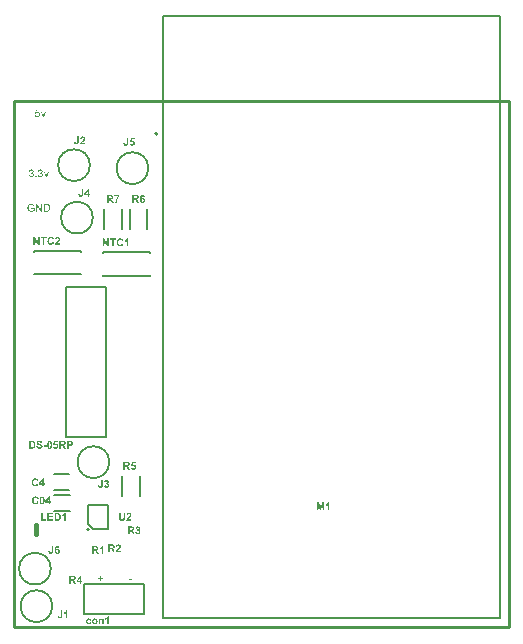
<source format=gto>
G04*
G04 #@! TF.GenerationSoftware,Altium Limited,Altium Designer,20.0.2 (26)*
G04*
G04 Layer_Color=65535*
%FSLAX44Y44*%
%MOMM*%
G71*
G01*
G75*
%ADD10C,0.1500*%
%ADD11C,0.2000*%
%ADD12C,0.4000*%
%ADD13C,0.1270*%
%ADD14C,0.2540*%
G36*
X681920Y928370D02*
X680702D01*
X680692Y933491D01*
X679404Y928370D01*
X678146D01*
X676858Y933491D01*
Y928370D01*
X675640D01*
Y934878D01*
X677601D01*
X678780Y930430D01*
X679939Y934878D01*
X681920D01*
Y928370D01*
D02*
G37*
G36*
X686150D02*
X684902D01*
Y933065D01*
X684892Y933055D01*
X684872Y933036D01*
X684833Y933006D01*
X684783Y932956D01*
X684714Y932907D01*
X684635Y932848D01*
X684546Y932778D01*
X684436Y932709D01*
X684328Y932630D01*
X684199Y932550D01*
X683931Y932402D01*
X683624Y932253D01*
X683287Y932124D01*
Y933254D01*
X683297D01*
X683307Y933264D01*
X683337Y933273D01*
X683377Y933283D01*
X683476Y933323D01*
X683604Y933392D01*
X683763Y933472D01*
X683941Y933581D01*
X684139Y933699D01*
X684347Y933858D01*
X684357Y933868D01*
X684377Y933878D01*
X684407Y933907D01*
X684436Y933937D01*
X684536Y934026D01*
X684664Y934155D01*
X684793Y934304D01*
X684922Y934482D01*
X685041Y934680D01*
X685130Y934898D01*
X686150D01*
Y928370D01*
D02*
G37*
G36*
X463020Y919480D02*
X461772D01*
Y924175D01*
X461762Y924165D01*
X461742Y924146D01*
X461703Y924116D01*
X461653Y924066D01*
X461584Y924017D01*
X461505Y923958D01*
X461415Y923888D01*
X461306Y923819D01*
X461198Y923740D01*
X461069Y923660D01*
X460801Y923512D01*
X460494Y923363D01*
X460157Y923234D01*
Y924364D01*
X460167D01*
X460177Y924374D01*
X460207Y924383D01*
X460247Y924393D01*
X460345Y924433D01*
X460474Y924502D01*
X460633Y924582D01*
X460811Y924691D01*
X461009Y924809D01*
X461217Y924968D01*
X461227Y924978D01*
X461247Y924988D01*
X461277Y925017D01*
X461306Y925047D01*
X461405Y925136D01*
X461534Y925265D01*
X461663Y925414D01*
X461792Y925592D01*
X461911Y925790D01*
X462000Y926008D01*
X463020D01*
Y919480D01*
D02*
G37*
G36*
X456205Y925978D02*
X456383Y925968D01*
X456591Y925958D01*
X456789Y925939D01*
X456987Y925899D01*
X457166Y925860D01*
X457176D01*
X457195Y925850D01*
X457225Y925840D01*
X457265Y925830D01*
X457364Y925780D01*
X457503Y925721D01*
X457651Y925641D01*
X457810Y925533D01*
X457978Y925404D01*
X458136Y925255D01*
X458146D01*
X458156Y925235D01*
X458206Y925176D01*
X458275Y925087D01*
X458374Y924968D01*
X458473Y924809D01*
X458572Y924631D01*
X458671Y924433D01*
X458761Y924205D01*
Y924195D01*
X458770Y924175D01*
X458780Y924146D01*
X458790Y924096D01*
X458810Y924037D01*
X458830Y923958D01*
X458850Y923878D01*
X458870Y923779D01*
X458889Y923670D01*
X458909Y923561D01*
X458949Y923294D01*
X458969Y922997D01*
X458979Y922670D01*
Y922660D01*
Y922630D01*
Y922590D01*
Y922531D01*
X458969Y922462D01*
Y922383D01*
X458949Y922194D01*
X458929Y921976D01*
X458889Y921749D01*
X458840Y921511D01*
X458770Y921283D01*
Y921273D01*
X458761Y921253D01*
X458751Y921214D01*
X458731Y921164D01*
X458701Y921105D01*
X458671Y921035D01*
X458592Y920877D01*
X458493Y920688D01*
X458374Y920500D01*
X458236Y920312D01*
X458077Y920134D01*
X458057Y920124D01*
X458018Y920074D01*
X457938Y920015D01*
X457839Y919946D01*
X457701Y919856D01*
X457542Y919767D01*
X457364Y919688D01*
X457156Y919609D01*
X457136Y919599D01*
X457077Y919589D01*
X456987Y919569D01*
X456849Y919549D01*
X456690Y919520D01*
X456492Y919500D01*
X456254Y919490D01*
X455997Y919480D01*
X453540D01*
Y925988D01*
X456126D01*
X456205Y925978D01*
D02*
G37*
G36*
X452292Y924889D02*
X448795D01*
Y923442D01*
X452044D01*
Y922343D01*
X448795D01*
Y920580D01*
X452421D01*
Y919480D01*
X447478D01*
Y925988D01*
X452292D01*
Y924889D01*
D02*
G37*
G36*
X443278Y920580D02*
X446537D01*
Y919480D01*
X441960D01*
Y925929D01*
X443278D01*
Y920580D01*
D02*
G37*
G36*
X494620Y891600D02*
X493372D01*
Y896295D01*
X493362Y896285D01*
X493342Y896266D01*
X493302Y896236D01*
X493253Y896187D01*
X493184Y896137D01*
X493104Y896077D01*
X493015Y896008D01*
X492906Y895939D01*
X492797Y895860D01*
X492669Y895780D01*
X492401Y895632D01*
X492094Y895483D01*
X491757Y895354D01*
Y896484D01*
X491767D01*
X491777Y896494D01*
X491807Y896504D01*
X491846Y896513D01*
X491945Y896553D01*
X492074Y896622D01*
X492233Y896702D01*
X492411Y896811D01*
X492609Y896929D01*
X492817Y897088D01*
X492827Y897098D01*
X492847Y897108D01*
X492877Y897137D01*
X492906Y897167D01*
X493005Y897256D01*
X493134Y897385D01*
X493263Y897534D01*
X493392Y897712D01*
X493511Y897910D01*
X493600Y898128D01*
X494620D01*
Y891600D01*
D02*
G37*
G36*
X488142Y898098D02*
X488349D01*
X488459Y898088D01*
X488706Y898069D01*
X488954Y898029D01*
X489192Y897989D01*
X489300Y897960D01*
X489390Y897930D01*
X489400D01*
X489409Y897920D01*
X489469Y897900D01*
X489558Y897851D01*
X489667Y897781D01*
X489786Y897692D01*
X489915Y897583D01*
X490034Y897454D01*
X490152Y897296D01*
X490162Y897276D01*
X490202Y897217D01*
X490242Y897128D01*
X490301Y896999D01*
X490351Y896850D01*
X490400Y896682D01*
X490430Y896484D01*
X490440Y896276D01*
Y896266D01*
Y896246D01*
Y896206D01*
X490430Y896157D01*
Y896087D01*
X490420Y896018D01*
X490390Y895850D01*
X490331Y895661D01*
X490252Y895453D01*
X490152Y895255D01*
X490083Y895156D01*
X490004Y895067D01*
Y895057D01*
X489984Y895047D01*
X489954Y895027D01*
X489925Y894988D01*
X489875Y894958D01*
X489826Y894909D01*
X489756Y894859D01*
X489687Y894809D01*
X489598Y894760D01*
X489509Y894710D01*
X489400Y894661D01*
X489281Y894611D01*
X489162Y894562D01*
X489023Y894522D01*
X488885Y894492D01*
X488726Y894463D01*
X488736D01*
X488746Y894453D01*
X488795Y894423D01*
X488875Y894374D01*
X488974Y894304D01*
X489083Y894225D01*
X489202Y894126D01*
X489320Y894027D01*
X489429Y893918D01*
X489439Y893908D01*
X489479Y893859D01*
X489538Y893789D01*
X489627Y893680D01*
X489736Y893532D01*
X489855Y893353D01*
X489935Y893244D01*
X490004Y893126D01*
X490083Y893007D01*
X490172Y892868D01*
X490965Y891600D01*
X489390D01*
X488459Y893007D01*
X488449Y893017D01*
X488439Y893036D01*
X488409Y893076D01*
X488379Y893126D01*
X488340Y893195D01*
X488290Y893254D01*
X488181Y893413D01*
X488072Y893581D01*
X487953Y893730D01*
X487844Y893868D01*
X487805Y893928D01*
X487765Y893968D01*
X487755Y893977D01*
X487735Y893997D01*
X487696Y894037D01*
X487646Y894077D01*
X487517Y894166D01*
X487448Y894205D01*
X487369Y894235D01*
X487359D01*
X487329Y894245D01*
X487280Y894265D01*
X487210Y894275D01*
X487121Y894294D01*
X487012Y894304D01*
X486874Y894314D01*
X486457D01*
Y891600D01*
X485140D01*
Y898108D01*
X488052D01*
X488142Y898098D01*
D02*
G37*
G36*
X476026Y868537D02*
X476828D01*
Y867448D01*
X476026D01*
Y866140D01*
X474817D01*
Y867448D01*
X472152D01*
Y868527D01*
X474976Y872668D01*
X476026D01*
Y868537D01*
D02*
G37*
G36*
X469091Y872638D02*
X469300D01*
X469408Y872628D01*
X469656Y872609D01*
X469904Y872569D01*
X470142Y872529D01*
X470251Y872500D01*
X470340Y872470D01*
X470350D01*
X470359Y872460D01*
X470419Y872440D01*
X470508Y872391D01*
X470617Y872321D01*
X470736Y872232D01*
X470865Y872123D01*
X470984Y871994D01*
X471102Y871836D01*
X471112Y871816D01*
X471152Y871757D01*
X471192Y871667D01*
X471251Y871539D01*
X471301Y871390D01*
X471350Y871222D01*
X471380Y871024D01*
X471390Y870816D01*
Y870806D01*
Y870786D01*
Y870746D01*
X471380Y870697D01*
Y870627D01*
X471370Y870558D01*
X471340Y870390D01*
X471281Y870201D01*
X471202Y869993D01*
X471102Y869795D01*
X471033Y869696D01*
X470954Y869607D01*
Y869597D01*
X470934Y869587D01*
X470904Y869567D01*
X470875Y869528D01*
X470825Y869498D01*
X470775Y869449D01*
X470706Y869399D01*
X470637Y869350D01*
X470548Y869300D01*
X470458Y869250D01*
X470350Y869201D01*
X470231Y869151D01*
X470112Y869102D01*
X469973Y869062D01*
X469835Y869033D01*
X469676Y869003D01*
X469686D01*
X469696Y868993D01*
X469745Y868963D01*
X469825Y868914D01*
X469924Y868844D01*
X470033Y868765D01*
X470151Y868666D01*
X470270Y868567D01*
X470379Y868458D01*
X470389Y868448D01*
X470429Y868399D01*
X470488Y868329D01*
X470577Y868220D01*
X470686Y868072D01*
X470805Y867893D01*
X470885Y867784D01*
X470954Y867665D01*
X471033Y867547D01*
X471122Y867408D01*
X471915Y866140D01*
X470340D01*
X469408Y867547D01*
X469399Y867557D01*
X469389Y867576D01*
X469359Y867616D01*
X469329Y867665D01*
X469290Y867735D01*
X469240Y867794D01*
X469131Y867953D01*
X469022Y868121D01*
X468903Y868270D01*
X468794Y868409D01*
X468755Y868468D01*
X468715Y868508D01*
X468705Y868517D01*
X468685Y868537D01*
X468646Y868577D01*
X468596Y868616D01*
X468467Y868706D01*
X468398Y868745D01*
X468319Y868775D01*
X468309D01*
X468279Y868785D01*
X468230Y868805D01*
X468160Y868815D01*
X468071Y868834D01*
X467962Y868844D01*
X467823Y868854D01*
X467407D01*
Y866140D01*
X466090D01*
Y872648D01*
X469002D01*
X469091Y872638D01*
D02*
G37*
G36*
X493770Y836654D02*
X493869Y836645D01*
X493988Y836625D01*
X494117Y836605D01*
X494245Y836565D01*
X494374Y836516D01*
X494394Y836506D01*
X494434Y836486D01*
X494493Y836456D01*
X494562Y836417D01*
X494651Y836357D01*
X494731Y836288D01*
X494820Y836218D01*
X494889Y836129D01*
X494899Y836120D01*
X494919Y836090D01*
X494949Y836040D01*
X494988Y835981D01*
X495028Y835902D01*
X495068Y835812D01*
X495107Y835713D01*
X495137Y835604D01*
Y835594D01*
X495147Y835555D01*
X495157Y835486D01*
X495177Y835396D01*
X495187Y835277D01*
X495196Y835129D01*
X495206Y834960D01*
Y834772D01*
Y831850D01*
X493958D01*
Y834247D01*
Y834257D01*
Y834277D01*
Y834317D01*
Y834366D01*
Y834436D01*
Y834505D01*
X493948Y834653D01*
X493938Y834822D01*
X493918Y834980D01*
X493899Y835119D01*
X493889Y835178D01*
X493869Y835228D01*
Y835238D01*
X493859Y835268D01*
X493839Y835307D01*
X493810Y835357D01*
X493730Y835476D01*
X493611Y835585D01*
X493601Y835594D01*
X493582Y835604D01*
X493542Y835624D01*
X493493Y835654D01*
X493433Y835674D01*
X493354Y835694D01*
X493275Y835703D01*
X493185Y835713D01*
X493126D01*
X493067Y835703D01*
X492987Y835694D01*
X492898Y835674D01*
X492799Y835634D01*
X492700Y835594D01*
X492601Y835535D01*
X492591Y835525D01*
X492561Y835505D01*
X492522Y835466D01*
X492462Y835406D01*
X492413Y835337D01*
X492353Y835258D01*
X492294Y835169D01*
X492254Y835060D01*
Y835050D01*
X492244Y835000D01*
X492225Y834931D01*
X492215Y834822D01*
X492205Y834753D01*
X492195Y834673D01*
X492185Y834584D01*
X492175Y834485D01*
Y834376D01*
X492165Y834257D01*
Y834118D01*
Y833980D01*
Y831850D01*
X490917D01*
Y836565D01*
X492076D01*
Y835872D01*
X492086Y835882D01*
X492106Y835902D01*
X492135Y835941D01*
X492185Y836001D01*
X492244Y836060D01*
X492324Y836120D01*
X492403Y836199D01*
X492502Y836268D01*
X492611Y836337D01*
X492720Y836417D01*
X492849Y836476D01*
X492987Y836545D01*
X493136Y836595D01*
X493284Y836635D01*
X493453Y836654D01*
X493621Y836664D01*
X493691D01*
X493770Y836654D01*
D02*
G37*
G36*
X482477D02*
X482556D01*
X482636Y836645D01*
X482834Y836615D01*
X483052Y836575D01*
X483279Y836506D01*
X483497Y836417D01*
X483705Y836288D01*
X483715D01*
X483725Y836268D01*
X483795Y836218D01*
X483884Y836129D01*
X483993Y836011D01*
X484112Y835852D01*
X484240Y835664D01*
X484349Y835436D01*
X484448Y835169D01*
X483220Y834951D01*
Y834970D01*
X483210Y835010D01*
X483190Y835070D01*
X483161Y835149D01*
X483121Y835238D01*
X483071Y835327D01*
X483012Y835416D01*
X482933Y835495D01*
X482923Y835505D01*
X482893Y835525D01*
X482844Y835555D01*
X482784Y835594D01*
X482695Y835624D01*
X482596Y835654D01*
X482487Y835674D01*
X482358Y835684D01*
X482279D01*
X482200Y835664D01*
X482091Y835644D01*
X481972Y835604D01*
X481853Y835545D01*
X481724Y835466D01*
X481615Y835357D01*
X481605Y835337D01*
X481576Y835297D01*
X481526Y835218D01*
X481477Y835099D01*
X481427Y834951D01*
X481377Y834762D01*
X481348Y834544D01*
X481338Y834416D01*
Y834277D01*
Y834267D01*
Y834237D01*
Y834198D01*
Y834138D01*
X481348Y834069D01*
X481358Y833990D01*
X481377Y833811D01*
X481407Y833613D01*
X481457Y833425D01*
X481526Y833237D01*
X481566Y833158D01*
X481615Y833088D01*
X481625Y833078D01*
X481665Y833039D01*
X481724Y832979D01*
X481813Y832920D01*
X481922Y832860D01*
X482051Y832801D01*
X482200Y832761D01*
X482368Y832751D01*
X482427D01*
X482497Y832761D01*
X482576Y832781D01*
X482665Y832801D01*
X482764Y832831D01*
X482863Y832880D01*
X482953Y832950D01*
X482962Y832960D01*
X482992Y832989D01*
X483032Y833039D01*
X483081Y833108D01*
X483131Y833207D01*
X483190Y833326D01*
X483240Y833475D01*
X483279Y833643D01*
X484508Y833435D01*
Y833425D01*
X484498Y833395D01*
X484488Y833356D01*
X484468Y833296D01*
X484448Y833227D01*
X484419Y833148D01*
X484339Y832960D01*
X484240Y832751D01*
X484112Y832533D01*
X483953Y832335D01*
X483864Y832246D01*
X483765Y832157D01*
X483755D01*
X483745Y832137D01*
X483705Y832117D01*
X483666Y832088D01*
X483616Y832058D01*
X483547Y832018D01*
X483468Y831989D01*
X483388Y831949D01*
X483289Y831909D01*
X483180Y831870D01*
X483061Y831830D01*
X482933Y831801D01*
X482645Y831751D01*
X482487Y831741D01*
X482319Y831731D01*
X482220D01*
X482150Y831741D01*
X482061Y831751D01*
X481962Y831761D01*
X481853Y831781D01*
X481724Y831810D01*
X481467Y831890D01*
X481328Y831939D01*
X481189Y831999D01*
X481051Y832078D01*
X480922Y832167D01*
X480793Y832266D01*
X480674Y832375D01*
X480664Y832385D01*
X480644Y832405D01*
X480615Y832444D01*
X480575Y832494D01*
X480536Y832563D01*
X480476Y832643D01*
X480426Y832741D01*
X480367Y832850D01*
X480308Y832969D01*
X480258Y833108D01*
X480199Y833257D01*
X480159Y833415D01*
X480119Y833594D01*
X480090Y833782D01*
X480070Y833980D01*
X480060Y834188D01*
Y834198D01*
Y834237D01*
Y834297D01*
X480070Y834386D01*
X480080Y834475D01*
X480090Y834594D01*
X480109Y834723D01*
X480139Y834852D01*
X480209Y835149D01*
X480258Y835297D01*
X480318Y835446D01*
X480387Y835604D01*
X480476Y835743D01*
X480565Y835882D01*
X480674Y836011D01*
X480684Y836020D01*
X480704Y836040D01*
X480734Y836070D01*
X480783Y836110D01*
X480853Y836159D01*
X480922Y836218D01*
X481011Y836278D01*
X481110Y836337D01*
X481229Y836397D01*
X481348Y836456D01*
X481487Y836516D01*
X481635Y836565D01*
X481794Y836605D01*
X481962Y836635D01*
X482150Y836654D01*
X482338Y836664D01*
X482418D01*
X482477Y836654D01*
D02*
G37*
G36*
X499416Y831850D02*
X498168D01*
Y836545D01*
X498158Y836535D01*
X498138Y836516D01*
X498099Y836486D01*
X498049Y836436D01*
X497980Y836387D01*
X497901Y836328D01*
X497812Y836258D01*
X497703Y836189D01*
X497594Y836110D01*
X497465Y836030D01*
X497197Y835882D01*
X496890Y835733D01*
X496553Y835604D01*
Y836734D01*
X496563D01*
X496573Y836744D01*
X496603Y836753D01*
X496643Y836763D01*
X496742Y836803D01*
X496870Y836872D01*
X497029Y836952D01*
X497207Y837061D01*
X497405Y837179D01*
X497613Y837338D01*
X497623Y837348D01*
X497643Y837358D01*
X497673Y837387D01*
X497703Y837417D01*
X497802Y837506D01*
X497930Y837635D01*
X498059Y837784D01*
X498188Y837962D01*
X498307Y838160D01*
X498396Y838378D01*
X499416D01*
Y831850D01*
D02*
G37*
G36*
X487697Y836654D02*
X487787Y836645D01*
X487896Y836625D01*
X488005Y836605D01*
X488133Y836575D01*
X488272Y836535D01*
X488411Y836496D01*
X488559Y836436D01*
X488698Y836367D01*
X488847Y836288D01*
X488995Y836189D01*
X489134Y836090D01*
X489263Y835961D01*
X489273Y835951D01*
X489292Y835931D01*
X489322Y835892D01*
X489372Y835832D01*
X489421Y835773D01*
X489481Y835684D01*
X489540Y835594D01*
X489609Y835486D01*
X489669Y835357D01*
X489728Y835228D01*
X489788Y835079D01*
X489837Y834931D01*
X489887Y834762D01*
X489916Y834584D01*
X489936Y834406D01*
X489946Y834208D01*
Y834198D01*
Y834158D01*
Y834109D01*
X489936Y834029D01*
X489926Y833940D01*
X489907Y833831D01*
X489887Y833712D01*
X489857Y833584D01*
X489827Y833445D01*
X489778Y833306D01*
X489718Y833158D01*
X489659Y833009D01*
X489570Y832860D01*
X489481Y832712D01*
X489372Y832573D01*
X489253Y832434D01*
X489243Y832424D01*
X489223Y832405D01*
X489183Y832365D01*
X489134Y832326D01*
X489065Y832276D01*
X488985Y832216D01*
X488886Y832147D01*
X488777Y832088D01*
X488658Y832018D01*
X488530Y831949D01*
X488391Y831890D01*
X488232Y831840D01*
X488074Y831801D01*
X487896Y831761D01*
X487707Y831741D01*
X487519Y831731D01*
X487410D01*
X487351Y831741D01*
X487281Y831751D01*
X487123Y831771D01*
X486935Y831801D01*
X486727Y831850D01*
X486509Y831919D01*
X486291Y832018D01*
X486281D01*
X486261Y832028D01*
X486231Y832048D01*
X486192Y832078D01*
X486093Y832147D01*
X485964Y832236D01*
X485815Y832355D01*
X485667Y832504D01*
X485528Y832682D01*
X485399Y832880D01*
Y832890D01*
X485389Y832910D01*
X485370Y832940D01*
X485350Y832979D01*
X485330Y833039D01*
X485310Y833098D01*
X485280Y833177D01*
X485251Y833267D01*
X485201Y833465D01*
X485152Y833702D01*
X485112Y833970D01*
X485102Y834257D01*
Y834267D01*
Y834287D01*
Y834317D01*
X485112Y834366D01*
Y834416D01*
X485122Y834485D01*
X485142Y834643D01*
X485172Y834832D01*
X485231Y835030D01*
X485300Y835248D01*
X485399Y835466D01*
Y835476D01*
X485409Y835495D01*
X485429Y835525D01*
X485459Y835565D01*
X485528Y835664D01*
X485627Y835793D01*
X485746Y835941D01*
X485895Y836090D01*
X486063Y836228D01*
X486261Y836357D01*
X486271D01*
X486291Y836367D01*
X486321Y836387D01*
X486360Y836407D01*
X486410Y836427D01*
X486479Y836456D01*
X486628Y836516D01*
X486816Y836565D01*
X487034Y836615D01*
X487262Y836654D01*
X487519Y836664D01*
X487618D01*
X487697Y836654D01*
D02*
G37*
G36*
X508380Y1194228D02*
X508370Y1194218D01*
X508360Y1194208D01*
X508330Y1194168D01*
X508291Y1194129D01*
X508241Y1194079D01*
X508182Y1194010D01*
X508112Y1193931D01*
X508043Y1193841D01*
X507964Y1193742D01*
X507885Y1193633D01*
X507795Y1193505D01*
X507696Y1193376D01*
X507607Y1193227D01*
X507508Y1193079D01*
X507399Y1192910D01*
X507300Y1192732D01*
X507290Y1192722D01*
X507280Y1192692D01*
X507251Y1192633D01*
X507211Y1192563D01*
X507161Y1192474D01*
X507112Y1192365D01*
X507053Y1192246D01*
X506993Y1192108D01*
X506924Y1191959D01*
X506855Y1191801D01*
X506785Y1191632D01*
X506716Y1191454D01*
X506587Y1191068D01*
X506468Y1190662D01*
Y1190652D01*
X506458Y1190612D01*
X506438Y1190553D01*
X506428Y1190483D01*
X506399Y1190384D01*
X506379Y1190275D01*
X506349Y1190146D01*
X506329Y1190008D01*
X506300Y1189859D01*
X506270Y1189711D01*
X506230Y1189384D01*
X506201Y1189047D01*
X506191Y1188720D01*
X504992D01*
Y1188740D01*
Y1188779D01*
X505002Y1188849D01*
Y1188948D01*
X505012Y1189077D01*
X505032Y1189215D01*
X505052Y1189384D01*
X505071Y1189562D01*
X505101Y1189760D01*
X505141Y1189978D01*
X505190Y1190206D01*
X505240Y1190434D01*
X505299Y1190681D01*
X505369Y1190939D01*
X505458Y1191197D01*
X505547Y1191454D01*
X505557Y1191474D01*
X505567Y1191514D01*
X505606Y1191593D01*
X505646Y1191692D01*
X505695Y1191811D01*
X505755Y1191959D01*
X505834Y1192118D01*
X505923Y1192296D01*
X506012Y1192484D01*
X506121Y1192682D01*
X506359Y1193108D01*
X506637Y1193544D01*
X506944Y1193970D01*
X504120D01*
Y1195129D01*
X508380D01*
Y1194228D01*
D02*
G37*
G36*
X500841Y1195218D02*
X501049D01*
X501158Y1195208D01*
X501406Y1195189D01*
X501654Y1195149D01*
X501892Y1195109D01*
X502001Y1195080D01*
X502090Y1195050D01*
X502100D01*
X502109Y1195040D01*
X502169Y1195020D01*
X502258Y1194971D01*
X502367Y1194901D01*
X502486Y1194812D01*
X502615Y1194703D01*
X502734Y1194574D01*
X502852Y1194416D01*
X502862Y1194396D01*
X502902Y1194337D01*
X502942Y1194248D01*
X503001Y1194119D01*
X503051Y1193970D01*
X503100Y1193802D01*
X503130Y1193604D01*
X503140Y1193396D01*
Y1193386D01*
Y1193366D01*
Y1193326D01*
X503130Y1193277D01*
Y1193207D01*
X503120Y1193138D01*
X503090Y1192970D01*
X503031Y1192782D01*
X502952Y1192573D01*
X502852Y1192375D01*
X502783Y1192276D01*
X502704Y1192187D01*
Y1192177D01*
X502684Y1192167D01*
X502654Y1192148D01*
X502625Y1192108D01*
X502575Y1192078D01*
X502525Y1192029D01*
X502456Y1191979D01*
X502387Y1191929D01*
X502298Y1191880D01*
X502209Y1191831D01*
X502100Y1191781D01*
X501981Y1191731D01*
X501862Y1191682D01*
X501723Y1191642D01*
X501585Y1191613D01*
X501426Y1191583D01*
X501436D01*
X501446Y1191573D01*
X501495Y1191543D01*
X501575Y1191494D01*
X501674Y1191424D01*
X501783Y1191345D01*
X501902Y1191246D01*
X502020Y1191147D01*
X502129Y1191038D01*
X502139Y1191028D01*
X502179Y1190979D01*
X502238Y1190909D01*
X502327Y1190800D01*
X502436Y1190652D01*
X502555Y1190473D01*
X502635Y1190364D01*
X502704Y1190246D01*
X502783Y1190127D01*
X502872Y1189988D01*
X503665Y1188720D01*
X502090D01*
X501158Y1190127D01*
X501149Y1190137D01*
X501139Y1190156D01*
X501109Y1190196D01*
X501079Y1190246D01*
X501040Y1190315D01*
X500990Y1190374D01*
X500881Y1190533D01*
X500772Y1190701D01*
X500653Y1190850D01*
X500544Y1190988D01*
X500505Y1191048D01*
X500465Y1191087D01*
X500455Y1191097D01*
X500435Y1191117D01*
X500396Y1191157D01*
X500346Y1191197D01*
X500217Y1191286D01*
X500148Y1191325D01*
X500069Y1191355D01*
X500059D01*
X500029Y1191365D01*
X499980Y1191385D01*
X499910Y1191395D01*
X499821Y1191414D01*
X499712Y1191424D01*
X499574Y1191434D01*
X499157D01*
Y1188720D01*
X497840D01*
Y1195228D01*
X500752D01*
X500841Y1195218D01*
D02*
G37*
G36*
X450717Y1159767D02*
X450816Y1159757D01*
X450935Y1159738D01*
X451063Y1159718D01*
X451202Y1159688D01*
X451361Y1159648D01*
X451509Y1159599D01*
X451678Y1159549D01*
X451836Y1159480D01*
X451995Y1159391D01*
X452153Y1159302D01*
X452302Y1159193D01*
X452450Y1159064D01*
X452460D01*
X452470Y1159044D01*
X452519Y1158985D01*
X452599Y1158896D01*
X452698Y1158757D01*
X452807Y1158588D01*
X452926Y1158390D01*
X453035Y1158153D01*
X453124Y1157875D01*
X451826Y1157568D01*
Y1157578D01*
X451816Y1157588D01*
X451806Y1157647D01*
X451767Y1157737D01*
X451717Y1157855D01*
X451658Y1157984D01*
X451569Y1158113D01*
X451469Y1158242D01*
X451341Y1158361D01*
X451321Y1158371D01*
X451271Y1158410D01*
X451202Y1158460D01*
X451093Y1158509D01*
X450964Y1158569D01*
X450806Y1158608D01*
X450637Y1158648D01*
X450449Y1158658D01*
X450380D01*
X450330Y1158648D01*
X450271Y1158638D01*
X450201Y1158628D01*
X450033Y1158588D01*
X449845Y1158529D01*
X449647Y1158440D01*
X449558Y1158381D01*
X449459Y1158311D01*
X449369Y1158222D01*
X449280Y1158133D01*
Y1158123D01*
X449260Y1158113D01*
X449241Y1158073D01*
X449211Y1158034D01*
X449181Y1157974D01*
X449142Y1157905D01*
X449102Y1157826D01*
X449062Y1157727D01*
X449013Y1157618D01*
X448973Y1157499D01*
X448934Y1157360D01*
X448904Y1157202D01*
X448874Y1157043D01*
X448854Y1156855D01*
X448844Y1156657D01*
X448834Y1156449D01*
Y1156439D01*
Y1156399D01*
Y1156330D01*
X448844Y1156251D01*
Y1156142D01*
X448854Y1156033D01*
X448874Y1155904D01*
X448894Y1155765D01*
X448943Y1155478D01*
X449023Y1155181D01*
X449072Y1155042D01*
X449132Y1154913D01*
X449191Y1154794D01*
X449270Y1154686D01*
X449280Y1154676D01*
X449290Y1154666D01*
X449350Y1154606D01*
X449449Y1154527D01*
X449577Y1154428D01*
X449746Y1154329D01*
X449944Y1154250D01*
X450172Y1154190D01*
X450291Y1154180D01*
X450420Y1154170D01*
X450469D01*
X450509Y1154180D01*
X450608Y1154190D01*
X450727Y1154210D01*
X450875Y1154250D01*
X451024Y1154309D01*
X451172Y1154388D01*
X451321Y1154497D01*
X451341Y1154517D01*
X451380Y1154557D01*
X451450Y1154646D01*
X451529Y1154755D01*
X451618Y1154903D01*
X451707Y1155092D01*
X451796Y1155300D01*
X451866Y1155557D01*
X453144Y1155161D01*
Y1155151D01*
X453134Y1155111D01*
X453114Y1155062D01*
X453084Y1154983D01*
X453055Y1154894D01*
X453015Y1154794D01*
X452965Y1154676D01*
X452906Y1154557D01*
X452777Y1154299D01*
X452609Y1154032D01*
X452401Y1153784D01*
X452292Y1153665D01*
X452163Y1153566D01*
X452153Y1153556D01*
X452133Y1153546D01*
X452094Y1153517D01*
X452044Y1153487D01*
X451975Y1153447D01*
X451895Y1153408D01*
X451796Y1153358D01*
X451687Y1153309D01*
X451569Y1153259D01*
X451440Y1153210D01*
X451301Y1153170D01*
X451152Y1153130D01*
X450984Y1153101D01*
X450816Y1153071D01*
X450628Y1153061D01*
X450439Y1153051D01*
X450380D01*
X450311Y1153061D01*
X450221D01*
X450112Y1153081D01*
X449984Y1153101D01*
X449845Y1153120D01*
X449686Y1153160D01*
X449518Y1153210D01*
X449350Y1153269D01*
X449171Y1153338D01*
X448993Y1153428D01*
X448815Y1153527D01*
X448636Y1153645D01*
X448468Y1153774D01*
X448310Y1153933D01*
X448300Y1153943D01*
X448270Y1153972D01*
X448230Y1154022D01*
X448181Y1154091D01*
X448121Y1154180D01*
X448042Y1154289D01*
X447973Y1154418D01*
X447893Y1154567D01*
X447814Y1154725D01*
X447745Y1154913D01*
X447676Y1155111D01*
X447606Y1155329D01*
X447557Y1155557D01*
X447517Y1155805D01*
X447487Y1156072D01*
X447477Y1156350D01*
Y1156369D01*
Y1156419D01*
X447487Y1156508D01*
Y1156617D01*
X447507Y1156756D01*
X447517Y1156914D01*
X447547Y1157083D01*
X447586Y1157271D01*
X447626Y1157479D01*
X447685Y1157677D01*
X447745Y1157895D01*
X447824Y1158103D01*
X447923Y1158311D01*
X448032Y1158509D01*
X448161Y1158698D01*
X448310Y1158876D01*
X448319Y1158886D01*
X448349Y1158915D01*
X448399Y1158955D01*
X448458Y1159014D01*
X448547Y1159084D01*
X448646Y1159163D01*
X448765Y1159242D01*
X448904Y1159331D01*
X449052Y1159411D01*
X449221Y1159490D01*
X449399Y1159569D01*
X449597Y1159639D01*
X449805Y1159698D01*
X450033Y1159738D01*
X450271Y1159767D01*
X450518Y1159777D01*
X450637D01*
X450717Y1159767D01*
D02*
G37*
G36*
X440781Y1153160D02*
X439463D01*
X436828Y1157430D01*
Y1153160D01*
X435610D01*
Y1159668D01*
X436878D01*
X439562Y1155300D01*
Y1159668D01*
X440781D01*
Y1153160D01*
D02*
G37*
G36*
X456294Y1159678D02*
X456373Y1159668D01*
X456472Y1159658D01*
X456571Y1159648D01*
X456690Y1159619D01*
X456928Y1159559D01*
X457185Y1159470D01*
X457304Y1159411D01*
X457433Y1159341D01*
X457542Y1159252D01*
X457651Y1159163D01*
X457661Y1159153D01*
X457671Y1159143D01*
X457700Y1159113D01*
X457740Y1159074D01*
X457780Y1159024D01*
X457829Y1158955D01*
X457928Y1158806D01*
X458027Y1158618D01*
X458116Y1158400D01*
X458186Y1158153D01*
X458196Y1158014D01*
X458206Y1157875D01*
Y1157855D01*
Y1157806D01*
X458196Y1157717D01*
X458186Y1157608D01*
X458166Y1157479D01*
X458136Y1157340D01*
X458097Y1157182D01*
X458047Y1157033D01*
X458037Y1157013D01*
X458017Y1156964D01*
X457978Y1156885D01*
X457928Y1156786D01*
X457859Y1156657D01*
X457770Y1156518D01*
X457661Y1156369D01*
X457542Y1156211D01*
X457532Y1156201D01*
X457502Y1156161D01*
X457443Y1156092D01*
X457354Y1156003D01*
X457245Y1155884D01*
X457096Y1155736D01*
X456928Y1155567D01*
X456720Y1155379D01*
X456710Y1155369D01*
X456690Y1155359D01*
X456660Y1155329D01*
X456631Y1155290D01*
X456531Y1155201D01*
X456413Y1155082D01*
X456284Y1154963D01*
X456165Y1154844D01*
X456056Y1154735D01*
X456016Y1154695D01*
X455977Y1154656D01*
X455967Y1154646D01*
X455947Y1154626D01*
X455917Y1154596D01*
X455888Y1154547D01*
X455798Y1154448D01*
X455719Y1154319D01*
X458206D01*
Y1153160D01*
X453837D01*
Y1153170D01*
Y1153190D01*
X453847Y1153229D01*
X453857Y1153269D01*
X453867Y1153328D01*
X453877Y1153398D01*
X453916Y1153556D01*
X453966Y1153754D01*
X454045Y1153962D01*
X454134Y1154180D01*
X454253Y1154398D01*
Y1154408D01*
X454273Y1154428D01*
X454293Y1154458D01*
X454322Y1154507D01*
X454372Y1154567D01*
X454422Y1154636D01*
X454491Y1154725D01*
X454560Y1154814D01*
X454649Y1154923D01*
X454758Y1155042D01*
X454867Y1155171D01*
X454996Y1155310D01*
X455145Y1155458D01*
X455293Y1155617D01*
X455471Y1155785D01*
X455660Y1155963D01*
X455670Y1155973D01*
X455699Y1155993D01*
X455739Y1156043D01*
X455798Y1156092D01*
X455858Y1156152D01*
X455937Y1156231D01*
X456105Y1156389D01*
X456284Y1156568D01*
X456452Y1156746D01*
X456531Y1156825D01*
X456601Y1156895D01*
X456660Y1156964D01*
X456700Y1157023D01*
X456710Y1157043D01*
X456740Y1157093D01*
X456779Y1157162D01*
X456829Y1157261D01*
X456878Y1157380D01*
X456918Y1157509D01*
X456948Y1157647D01*
X456957Y1157786D01*
Y1157806D01*
Y1157855D01*
X456948Y1157935D01*
X456928Y1158024D01*
X456898Y1158123D01*
X456858Y1158232D01*
X456809Y1158341D01*
X456730Y1158430D01*
X456720Y1158440D01*
X456690Y1158470D01*
X456640Y1158499D01*
X456571Y1158549D01*
X456482Y1158588D01*
X456373Y1158618D01*
X456244Y1158648D01*
X456105Y1158658D01*
X456046D01*
X455967Y1158648D01*
X455888Y1158628D01*
X455788Y1158598D01*
X455680Y1158559D01*
X455580Y1158499D01*
X455481Y1158420D01*
X455471Y1158410D01*
X455442Y1158371D01*
X455412Y1158321D01*
X455363Y1158232D01*
X455323Y1158123D01*
X455273Y1157994D01*
X455244Y1157826D01*
X455224Y1157637D01*
X453986Y1157756D01*
Y1157766D01*
X453996Y1157806D01*
Y1157855D01*
X454015Y1157925D01*
X454025Y1158014D01*
X454055Y1158103D01*
X454075Y1158212D01*
X454114Y1158331D01*
X454204Y1158569D01*
X454322Y1158816D01*
X454402Y1158935D01*
X454481Y1159044D01*
X454580Y1159143D01*
X454679Y1159232D01*
X454689Y1159242D01*
X454709Y1159252D01*
X454739Y1159272D01*
X454788Y1159302D01*
X454837Y1159341D01*
X454907Y1159381D01*
X454986Y1159421D01*
X455085Y1159460D01*
X455184Y1159500D01*
X455293Y1159539D01*
X455541Y1159619D01*
X455818Y1159668D01*
X455977Y1159688D01*
X456224D01*
X456294Y1159678D01*
D02*
G37*
G36*
X446853Y1158569D02*
X444941D01*
Y1153160D01*
X443624D01*
Y1158569D01*
X441712D01*
Y1159668D01*
X446853D01*
Y1158569D01*
D02*
G37*
G36*
X437628Y940057D02*
X437727Y940047D01*
X437846Y940028D01*
X437975Y940008D01*
X438113Y939978D01*
X438272Y939938D01*
X438420Y939889D01*
X438589Y939839D01*
X438747Y939770D01*
X438906Y939681D01*
X439064Y939592D01*
X439213Y939483D01*
X439362Y939354D01*
X439371D01*
X439381Y939334D01*
X439431Y939275D01*
X439510Y939186D01*
X439609Y939047D01*
X439718Y938878D01*
X439837Y938680D01*
X439946Y938443D01*
X440035Y938165D01*
X438737Y937858D01*
Y937868D01*
X438728Y937878D01*
X438718Y937937D01*
X438678Y938027D01*
X438629Y938145D01*
X438569Y938274D01*
X438480Y938403D01*
X438381Y938532D01*
X438252Y938651D01*
X438232Y938661D01*
X438183Y938700D01*
X438113Y938750D01*
X438004Y938799D01*
X437876Y938859D01*
X437717Y938898D01*
X437549Y938938D01*
X437360Y938948D01*
X437291D01*
X437242Y938938D01*
X437182Y938928D01*
X437113Y938918D01*
X436945Y938878D01*
X436756Y938819D01*
X436558Y938730D01*
X436469Y938671D01*
X436370Y938601D01*
X436281Y938512D01*
X436192Y938423D01*
Y938413D01*
X436172Y938403D01*
X436152Y938363D01*
X436122Y938324D01*
X436093Y938264D01*
X436053Y938195D01*
X436013Y938116D01*
X435974Y938017D01*
X435924Y937908D01*
X435885Y937789D01*
X435845Y937650D01*
X435815Y937492D01*
X435785Y937333D01*
X435766Y937145D01*
X435756Y936947D01*
X435746Y936739D01*
Y936729D01*
Y936689D01*
Y936620D01*
X435756Y936541D01*
Y936432D01*
X435766Y936323D01*
X435785Y936194D01*
X435805Y936055D01*
X435855Y935768D01*
X435934Y935471D01*
X435984Y935332D01*
X436043Y935203D01*
X436102Y935085D01*
X436182Y934976D01*
X436192Y934966D01*
X436202Y934956D01*
X436261Y934896D01*
X436360Y934817D01*
X436489Y934718D01*
X436657Y934619D01*
X436855Y934540D01*
X437083Y934480D01*
X437202Y934470D01*
X437331Y934460D01*
X437380D01*
X437420Y934470D01*
X437519Y934480D01*
X437638Y934500D01*
X437786Y934540D01*
X437935Y934599D01*
X438084Y934678D01*
X438232Y934787D01*
X438252Y934807D01*
X438292Y934847D01*
X438361Y934936D01*
X438440Y935045D01*
X438530Y935193D01*
X438619Y935382D01*
X438708Y935590D01*
X438777Y935847D01*
X440055Y935451D01*
Y935441D01*
X440045Y935402D01*
X440025Y935352D01*
X439995Y935273D01*
X439966Y935183D01*
X439926Y935085D01*
X439877Y934966D01*
X439817Y934847D01*
X439688Y934589D01*
X439520Y934322D01*
X439312Y934074D01*
X439203Y933955D01*
X439074Y933856D01*
X439064Y933846D01*
X439045Y933836D01*
X439005Y933807D01*
X438955Y933777D01*
X438886Y933737D01*
X438807Y933698D01*
X438708Y933648D01*
X438599Y933599D01*
X438480Y933549D01*
X438351Y933500D01*
X438213Y933460D01*
X438064Y933420D01*
X437896Y933391D01*
X437727Y933361D01*
X437539Y933351D01*
X437351Y933341D01*
X437291D01*
X437222Y933351D01*
X437133D01*
X437024Y933371D01*
X436895Y933391D01*
X436756Y933410D01*
X436598Y933450D01*
X436429Y933500D01*
X436261Y933559D01*
X436083Y933628D01*
X435904Y933717D01*
X435726Y933817D01*
X435548Y933935D01*
X435379Y934064D01*
X435221Y934223D01*
X435211Y934233D01*
X435181Y934262D01*
X435142Y934312D01*
X435092Y934381D01*
X435033Y934470D01*
X434953Y934579D01*
X434884Y934708D01*
X434805Y934857D01*
X434725Y935015D01*
X434656Y935203D01*
X434587Y935402D01*
X434518Y935619D01*
X434468Y935847D01*
X434428Y936095D01*
X434399Y936362D01*
X434389Y936640D01*
Y936659D01*
Y936709D01*
X434399Y936798D01*
Y936907D01*
X434418Y937046D01*
X434428Y937204D01*
X434458Y937373D01*
X434498Y937561D01*
X434537Y937769D01*
X434597Y937967D01*
X434656Y938185D01*
X434735Y938393D01*
X434835Y938601D01*
X434944Y938799D01*
X435072Y938988D01*
X435221Y939166D01*
X435231Y939176D01*
X435261Y939205D01*
X435310Y939245D01*
X435369Y939304D01*
X435459Y939374D01*
X435558Y939453D01*
X435676Y939532D01*
X435815Y939621D01*
X435964Y939701D01*
X436132Y939780D01*
X436311Y939859D01*
X436509Y939929D01*
X436717Y939988D01*
X436945Y940028D01*
X437182Y940057D01*
X437430Y940067D01*
X437549D01*
X437628Y940057D01*
D02*
G37*
G36*
X449614Y935847D02*
X450417D01*
Y934758D01*
X449614D01*
Y933450D01*
X448406D01*
Y934758D01*
X445741D01*
Y935837D01*
X448564Y939978D01*
X449614D01*
Y935847D01*
D02*
G37*
G36*
X443175Y939968D02*
X443255Y939958D01*
X443344Y939938D01*
X443443Y939919D01*
X443552Y939889D01*
X443671Y939859D01*
X443789Y939810D01*
X443918Y939760D01*
X444037Y939691D01*
X444156Y939612D01*
X444275Y939522D01*
X444384Y939413D01*
X444493Y939295D01*
X444503Y939285D01*
X444523Y939255D01*
X444552Y939205D01*
X444592Y939146D01*
X444641Y939057D01*
X444691Y938948D01*
X444750Y938819D01*
X444810Y938671D01*
X444869Y938492D01*
X444929Y938304D01*
X444978Y938086D01*
X445028Y937848D01*
X445067Y937581D01*
X445097Y937293D01*
X445117Y936986D01*
X445127Y936650D01*
Y936640D01*
Y936630D01*
Y936570D01*
Y936471D01*
X445117Y936352D01*
X445107Y936194D01*
X445097Y936026D01*
X445077Y935827D01*
X445048Y935619D01*
X444968Y935183D01*
X444919Y934966D01*
X444859Y934748D01*
X444780Y934540D01*
X444691Y934342D01*
X444592Y934153D01*
X444483Y933995D01*
X444473Y933985D01*
X444463Y933965D01*
X444433Y933935D01*
X444384Y933896D01*
X444334Y933836D01*
X444265Y933787D01*
X444196Y933727D01*
X444106Y933668D01*
X444007Y933599D01*
X443899Y933539D01*
X443770Y933490D01*
X443641Y933440D01*
X443502Y933391D01*
X443354Y933361D01*
X443185Y933341D01*
X443017Y933331D01*
X442977D01*
X442928Y933341D01*
X442858D01*
X442779Y933351D01*
X442690Y933371D01*
X442581Y933391D01*
X442472Y933420D01*
X442353Y933460D01*
X442224Y933509D01*
X442096Y933569D01*
X441967Y933638D01*
X441838Y933717D01*
X441719Y933817D01*
X441590Y933925D01*
X441481Y934054D01*
X441471Y934064D01*
X441462Y934094D01*
X441432Y934134D01*
X441392Y934203D01*
X441353Y934282D01*
X441303Y934381D01*
X441244Y934510D01*
X441194Y934659D01*
X441145Y934827D01*
X441085Y935015D01*
X441036Y935223D01*
X440996Y935461D01*
X440956Y935728D01*
X440937Y936006D01*
X440917Y936323D01*
X440907Y936659D01*
Y936669D01*
Y936679D01*
Y936739D01*
Y936838D01*
X440917Y936957D01*
X440927Y937115D01*
X440937Y937284D01*
X440956Y937472D01*
X440986Y937680D01*
X441065Y938116D01*
X441115Y938334D01*
X441174Y938552D01*
X441244Y938760D01*
X441333Y938958D01*
X441432Y939146D01*
X441541Y939304D01*
X441551Y939314D01*
X441561Y939334D01*
X441600Y939364D01*
X441640Y939413D01*
X441689Y939463D01*
X441759Y939522D01*
X441838Y939582D01*
X441927Y939641D01*
X442026Y939701D01*
X442135Y939770D01*
X442254Y939820D01*
X442383Y939869D01*
X442532Y939919D01*
X442680Y939948D01*
X442849Y939968D01*
X443017Y939978D01*
X443106D01*
X443175Y939968D01*
D02*
G37*
G36*
X437389Y955297D02*
X437488Y955287D01*
X437607Y955268D01*
X437736Y955248D01*
X437875Y955218D01*
X438033Y955178D01*
X438182Y955129D01*
X438350Y955079D01*
X438509Y955010D01*
X438667Y954921D01*
X438826Y954832D01*
X438974Y954723D01*
X439123Y954594D01*
X439133D01*
X439143Y954574D01*
X439192Y954515D01*
X439271Y954426D01*
X439370Y954287D01*
X439479Y954118D01*
X439598Y953920D01*
X439707Y953683D01*
X439796Y953405D01*
X438499Y953098D01*
Y953108D01*
X438489Y953118D01*
X438479Y953177D01*
X438439Y953267D01*
X438390Y953385D01*
X438330Y953514D01*
X438241Y953643D01*
X438142Y953772D01*
X438013Y953891D01*
X437994Y953901D01*
X437944Y953940D01*
X437875Y953990D01*
X437766Y954039D01*
X437637Y954099D01*
X437478Y954138D01*
X437310Y954178D01*
X437122Y954188D01*
X437052D01*
X437003Y954178D01*
X436944Y954168D01*
X436874Y954158D01*
X436706Y954118D01*
X436517Y954059D01*
X436319Y953970D01*
X436230Y953911D01*
X436131Y953841D01*
X436042Y953752D01*
X435953Y953663D01*
Y953653D01*
X435933Y953643D01*
X435913Y953603D01*
X435884Y953564D01*
X435854Y953504D01*
X435814Y953435D01*
X435775Y953356D01*
X435735Y953257D01*
X435685Y953148D01*
X435646Y953029D01*
X435606Y952890D01*
X435577Y952732D01*
X435547Y952573D01*
X435527Y952385D01*
X435517Y952187D01*
X435507Y951979D01*
Y951969D01*
Y951929D01*
Y951860D01*
X435517Y951781D01*
Y951672D01*
X435527Y951563D01*
X435547Y951434D01*
X435567Y951295D01*
X435616Y951008D01*
X435695Y950711D01*
X435745Y950572D01*
X435804Y950443D01*
X435864Y950324D01*
X435943Y950216D01*
X435953Y950206D01*
X435963Y950196D01*
X436022Y950136D01*
X436121Y950057D01*
X436250Y949958D01*
X436418Y949859D01*
X436617Y949780D01*
X436844Y949720D01*
X436963Y949710D01*
X437092Y949700D01*
X437142D01*
X437181Y949710D01*
X437280Y949720D01*
X437399Y949740D01*
X437548Y949780D01*
X437696Y949839D01*
X437845Y949918D01*
X437994Y950027D01*
X438013Y950047D01*
X438053Y950087D01*
X438122Y950176D01*
X438202Y950285D01*
X438291Y950434D01*
X438380Y950622D01*
X438469Y950830D01*
X438538Y951087D01*
X439816Y950691D01*
Y950681D01*
X439806Y950641D01*
X439786Y950592D01*
X439757Y950513D01*
X439727Y950424D01*
X439688Y950324D01*
X439638Y950206D01*
X439579Y950087D01*
X439450Y949829D01*
X439281Y949562D01*
X439073Y949314D01*
X438964Y949195D01*
X438835Y949096D01*
X438826Y949086D01*
X438806Y949076D01*
X438766Y949047D01*
X438717Y949017D01*
X438647Y948977D01*
X438568Y948938D01*
X438469Y948888D01*
X438360Y948839D01*
X438241Y948789D01*
X438112Y948739D01*
X437974Y948700D01*
X437825Y948660D01*
X437657Y948631D01*
X437488Y948601D01*
X437300Y948591D01*
X437112Y948581D01*
X437052D01*
X436983Y948591D01*
X436894D01*
X436785Y948611D01*
X436656Y948631D01*
X436517Y948650D01*
X436359Y948690D01*
X436191Y948739D01*
X436022Y948799D01*
X435844Y948868D01*
X435666Y948958D01*
X435487Y949056D01*
X435309Y949175D01*
X435141Y949304D01*
X434982Y949463D01*
X434972Y949473D01*
X434943Y949502D01*
X434903Y949552D01*
X434853Y949621D01*
X434794Y949710D01*
X434715Y949819D01*
X434645Y949948D01*
X434566Y950097D01*
X434487Y950255D01*
X434417Y950443D01*
X434348Y950641D01*
X434279Y950859D01*
X434229Y951087D01*
X434190Y951335D01*
X434160Y951602D01*
X434150Y951880D01*
Y951899D01*
Y951949D01*
X434160Y952038D01*
Y952147D01*
X434180Y952286D01*
X434190Y952444D01*
X434219Y952613D01*
X434259Y952801D01*
X434299Y953009D01*
X434358Y953207D01*
X434417Y953425D01*
X434497Y953633D01*
X434596Y953841D01*
X434705Y954039D01*
X434833Y954228D01*
X434982Y954406D01*
X434992Y954416D01*
X435022Y954445D01*
X435071Y954485D01*
X435131Y954544D01*
X435220Y954614D01*
X435319Y954693D01*
X435438Y954772D01*
X435577Y954861D01*
X435725Y954941D01*
X435894Y955020D01*
X436072Y955099D01*
X436270Y955169D01*
X436478Y955228D01*
X436706Y955268D01*
X436944Y955297D01*
X437191Y955307D01*
X437310D01*
X437389Y955297D01*
D02*
G37*
G36*
X444324Y951087D02*
X445126D01*
Y949998D01*
X444324D01*
Y948690D01*
X443115D01*
Y949998D01*
X440450D01*
Y951077D01*
X443273Y955218D01*
X444324D01*
Y951087D01*
D02*
G37*
G36*
X456086Y898058D02*
X456146D01*
X456215Y898048D01*
X456393Y898018D01*
X456581Y897969D01*
X456790Y897890D01*
X456998Y897791D01*
X457186Y897652D01*
X457196D01*
X457206Y897632D01*
X457265Y897573D01*
X457344Y897484D01*
X457443Y897345D01*
X457552Y897177D01*
X457651Y896969D01*
X457741Y896721D01*
X457810Y896443D01*
X456601Y896315D01*
Y896335D01*
X456591Y896374D01*
X456572Y896443D01*
X456552Y896523D01*
X456522Y896612D01*
X456482Y896701D01*
X456433Y896790D01*
X456364Y896860D01*
X456354Y896869D01*
X456334Y896889D01*
X456294Y896919D01*
X456235Y896949D01*
X456166Y896978D01*
X456086Y897008D01*
X455997Y897028D01*
X455888Y897038D01*
X455868D01*
X455819Y897028D01*
X455749Y897018D01*
X455660Y896998D01*
X455551Y896949D01*
X455432Y896889D01*
X455323Y896800D01*
X455215Y896681D01*
X455205Y896661D01*
X455185Y896642D01*
X455175Y896612D01*
X455155Y896562D01*
X455125Y896513D01*
X455096Y896443D01*
X455076Y896364D01*
X455046Y896275D01*
X455016Y896166D01*
X454987Y896047D01*
X454957Y895909D01*
X454937Y895760D01*
X454917Y895592D01*
X454897Y895403D01*
X454878Y895205D01*
X454888Y895215D01*
X454897Y895225D01*
X454927Y895255D01*
X454957Y895294D01*
X455066Y895384D01*
X455195Y895483D01*
X455363Y895582D01*
X455561Y895671D01*
X455789Y895740D01*
X455908Y895750D01*
X456037Y895760D01*
X456116D01*
X456166Y895750D01*
X456235Y895740D01*
X456314Y895730D01*
X456492Y895681D01*
X456700Y895611D01*
X456809Y895562D01*
X456918Y895502D01*
X457037Y895433D01*
X457146Y895354D01*
X457255Y895265D01*
X457364Y895156D01*
X457374Y895146D01*
X457384Y895126D01*
X457414Y895096D01*
X457453Y895047D01*
X457493Y894987D01*
X457542Y894918D01*
X457592Y894839D01*
X457651Y894740D01*
X457701Y894641D01*
X457750Y894522D01*
X457800Y894393D01*
X457840Y894254D01*
X457879Y894116D01*
X457909Y893957D01*
X457919Y893789D01*
X457929Y893620D01*
Y893610D01*
Y893581D01*
Y893521D01*
X457919Y893452D01*
X457909Y893373D01*
X457899Y893273D01*
X457879Y893165D01*
X457859Y893046D01*
X457780Y892788D01*
X457741Y892659D01*
X457681Y892521D01*
X457612Y892392D01*
X457533Y892263D01*
X457443Y892134D01*
X457334Y892016D01*
X457324Y892006D01*
X457305Y891986D01*
X457275Y891956D01*
X457225Y891926D01*
X457176Y891877D01*
X457107Y891827D01*
X457017Y891778D01*
X456928Y891718D01*
X456829Y891659D01*
X456710Y891609D01*
X456591Y891560D01*
X456453Y891510D01*
X456314Y891481D01*
X456166Y891451D01*
X456007Y891431D01*
X455839Y891421D01*
X455799D01*
X455740Y891431D01*
X455670D01*
X455591Y891441D01*
X455492Y891461D01*
X455383Y891481D01*
X455264Y891520D01*
X455135Y891560D01*
X455006Y891609D01*
X454868Y891669D01*
X454739Y891748D01*
X454600Y891827D01*
X454462Y891936D01*
X454333Y892045D01*
X454214Y892184D01*
X454204Y892194D01*
X454184Y892224D01*
X454155Y892263D01*
X454115Y892333D01*
X454065Y892412D01*
X454016Y892521D01*
X453956Y892640D01*
X453907Y892788D01*
X453848Y892947D01*
X453788Y893135D01*
X453739Y893333D01*
X453689Y893561D01*
X453649Y893809D01*
X453620Y894086D01*
X453600Y894373D01*
X453590Y894690D01*
Y894700D01*
Y894710D01*
Y894769D01*
Y894858D01*
X453600Y894987D01*
X453610Y895126D01*
X453629Y895304D01*
X453649Y895483D01*
X453669Y895691D01*
X453748Y896107D01*
X453798Y896325D01*
X453867Y896543D01*
X453937Y896741D01*
X454026Y896939D01*
X454125Y897117D01*
X454244Y897276D01*
X454254Y897286D01*
X454273Y897305D01*
X454313Y897345D01*
X454363Y897404D01*
X454432Y897464D01*
X454511Y897523D01*
X454600Y897602D01*
X454709Y897672D01*
X454828Y897741D01*
X454957Y897820D01*
X455096Y897880D01*
X455244Y897949D01*
X455413Y897999D01*
X455581Y898038D01*
X455769Y898058D01*
X455957Y898068D01*
X456027D01*
X456086Y898058D01*
D02*
G37*
G36*
X452471Y893917D02*
Y893907D01*
Y893878D01*
Y893838D01*
Y893789D01*
Y893719D01*
X452461Y893640D01*
X452451Y893462D01*
X452431Y893254D01*
X452411Y893046D01*
X452371Y892848D01*
X452322Y892669D01*
Y892659D01*
X452312Y892650D01*
X452302Y892620D01*
X452282Y892580D01*
X452233Y892471D01*
X452163Y892342D01*
X452074Y892204D01*
X451945Y892045D01*
X451807Y891897D01*
X451628Y891758D01*
X451619D01*
X451609Y891748D01*
X451579Y891728D01*
X451539Y891708D01*
X451490Y891679D01*
X451430Y891649D01*
X451361Y891619D01*
X451282Y891590D01*
X451094Y891530D01*
X450866Y891471D01*
X450608Y891431D01*
X450311Y891421D01*
X450222D01*
X450153Y891431D01*
X450073Y891441D01*
X449984Y891451D01*
X449875Y891471D01*
X449766Y891490D01*
X449528Y891550D01*
X449281Y891649D01*
X449162Y891708D01*
X449043Y891778D01*
X448924Y891867D01*
X448825Y891956D01*
X448815Y891966D01*
X448805Y891986D01*
X448776Y892016D01*
X448746Y892055D01*
X448706Y892114D01*
X448667Y892184D01*
X448617Y892263D01*
X448568Y892352D01*
X448518Y892461D01*
X448469Y892580D01*
X448429Y892709D01*
X448389Y892848D01*
X448359Y893006D01*
X448330Y893175D01*
X448320Y893353D01*
X448310Y893541D01*
X449558Y893680D01*
Y893670D01*
Y893660D01*
Y893630D01*
X449568Y893590D01*
Y893492D01*
X449588Y893373D01*
X449608Y893234D01*
X449637Y893105D01*
X449667Y892986D01*
X449717Y892887D01*
X449727Y892877D01*
X449756Y892838D01*
X449806Y892778D01*
X449875Y892719D01*
X449964Y892650D01*
X450073Y892600D01*
X450202Y892560D01*
X450351Y892541D01*
X450420D01*
X450499Y892550D01*
X450588Y892570D01*
X450697Y892600D01*
X450796Y892650D01*
X450886Y892709D01*
X450965Y892788D01*
X450975Y892798D01*
X450994Y892838D01*
X451024Y892907D01*
X451064Y893016D01*
X451074Y893075D01*
X451094Y893155D01*
X451113Y893234D01*
X451123Y893333D01*
X451133Y893442D01*
X451143Y893561D01*
X451153Y893690D01*
Y893828D01*
Y898048D01*
X452471D01*
Y893917D01*
D02*
G37*
G36*
X440815Y987047D02*
X440923Y987037D01*
X441042Y987028D01*
X441171Y987008D01*
X441310Y986988D01*
X441607Y986928D01*
X441914Y986829D01*
X442063Y986770D01*
X442201Y986691D01*
X442340Y986611D01*
X442459Y986512D01*
X442469Y986503D01*
X442489Y986483D01*
X442518Y986453D01*
X442558Y986413D01*
X442607Y986364D01*
X442657Y986294D01*
X442716Y986215D01*
X442776Y986126D01*
X442835Y986027D01*
X442885Y985918D01*
X442994Y985680D01*
X443033Y985542D01*
X443073Y985393D01*
X443103Y985235D01*
X443113Y985076D01*
X441795Y985026D01*
Y985036D01*
Y985046D01*
X441775Y985106D01*
X441755Y985195D01*
X441716Y985304D01*
X441666Y985423D01*
X441607Y985542D01*
X441528Y985651D01*
X441429Y985740D01*
X441419Y985750D01*
X441379Y985779D01*
X441320Y985809D01*
X441231Y985859D01*
X441112Y985898D01*
X440973Y985928D01*
X440805Y985958D01*
X440606Y985967D01*
X440517D01*
X440408Y985958D01*
X440280Y985938D01*
X440141Y985908D01*
X439992Y985869D01*
X439844Y985809D01*
X439715Y985730D01*
X439705Y985720D01*
X439685Y985700D01*
X439655Y985670D01*
X439616Y985621D01*
X439576Y985561D01*
X439547Y985492D01*
X439527Y985413D01*
X439517Y985324D01*
Y985314D01*
Y985284D01*
X439527Y985244D01*
X439537Y985185D01*
X439566Y985126D01*
X439596Y985056D01*
X439646Y984997D01*
X439705Y984927D01*
X439715Y984918D01*
X439754Y984888D01*
X439834Y984848D01*
X439883Y984828D01*
X439953Y984799D01*
X440022Y984759D01*
X440111Y984729D01*
X440200Y984690D01*
X440319Y984660D01*
X440438Y984620D01*
X440577Y984581D01*
X440735Y984531D01*
X440904Y984492D01*
X440914D01*
X440943Y984482D01*
X440993Y984472D01*
X441062Y984452D01*
X441141Y984432D01*
X441231Y984402D01*
X441438Y984353D01*
X441676Y984274D01*
X441904Y984204D01*
X442132Y984115D01*
X442231Y984075D01*
X442320Y984026D01*
X442330D01*
X442340Y984016D01*
X442399Y983986D01*
X442479Y983927D01*
X442578Y983858D01*
X442697Y983758D01*
X442816Y983650D01*
X442924Y983511D01*
X443033Y983362D01*
X443043Y983343D01*
X443073Y983293D01*
X443123Y983194D01*
X443172Y983075D01*
X443212Y982926D01*
X443261Y982748D01*
X443291Y982550D01*
X443301Y982332D01*
Y982322D01*
Y982302D01*
Y982273D01*
Y982233D01*
X443281Y982124D01*
X443261Y981985D01*
X443222Y981827D01*
X443172Y981648D01*
X443093Y981460D01*
X442984Y981272D01*
Y981262D01*
X442974Y981252D01*
X442924Y981193D01*
X442855Y981104D01*
X442756Y981005D01*
X442637Y980886D01*
X442479Y980767D01*
X442310Y980648D01*
X442102Y980549D01*
X442092D01*
X442072Y980539D01*
X442043Y980529D01*
X442003Y980509D01*
X441944Y980499D01*
X441884Y980480D01*
X441805Y980460D01*
X441716Y980440D01*
X441508Y980390D01*
X441270Y980361D01*
X441003Y980331D01*
X440696Y980321D01*
X440577D01*
X440488Y980331D01*
X440388Y980341D01*
X440270Y980351D01*
X440141Y980371D01*
X439992Y980390D01*
X439685Y980460D01*
X439527Y980509D01*
X439368Y980559D01*
X439220Y980628D01*
X439071Y980698D01*
X438922Y980787D01*
X438794Y980886D01*
X438784Y980896D01*
X438764Y980916D01*
X438734Y980945D01*
X438685Y980995D01*
X438635Y981054D01*
X438576Y981124D01*
X438516Y981213D01*
X438447Y981302D01*
X438378Y981421D01*
X438308Y981540D01*
X438249Y981678D01*
X438180Y981827D01*
X438130Y981985D01*
X438080Y982164D01*
X438041Y982352D01*
X438011Y982550D01*
X439289Y982679D01*
Y982669D01*
X439299Y982649D01*
Y982619D01*
X439309Y982570D01*
X439338Y982461D01*
X439388Y982312D01*
X439447Y982164D01*
X439527Y982005D01*
X439626Y981857D01*
X439745Y981728D01*
X439764Y981718D01*
X439814Y981678D01*
X439893Y981639D01*
X440002Y981579D01*
X440141Y981530D01*
X440299Y981480D01*
X440488Y981441D01*
X440705Y981431D01*
X440815D01*
X440923Y981441D01*
X441062Y981460D01*
X441221Y981500D01*
X441379Y981540D01*
X441528Y981609D01*
X441656Y981698D01*
X441666Y981708D01*
X441706Y981748D01*
X441755Y981797D01*
X441825Y981876D01*
X441884Y981965D01*
X441934Y982075D01*
X441973Y982193D01*
X441983Y982322D01*
Y982332D01*
Y982362D01*
X441973Y982401D01*
X441964Y982461D01*
X441924Y982580D01*
X441894Y982649D01*
X441845Y982709D01*
X441835Y982718D01*
X441815Y982738D01*
X441785Y982768D01*
X441736Y982807D01*
X441666Y982857D01*
X441587Y982897D01*
X441488Y982946D01*
X441369Y982996D01*
X441359D01*
X441320Y983016D01*
X441250Y983035D01*
X441151Y983065D01*
X441092Y983085D01*
X441013Y983105D01*
X440933Y983124D01*
X440834Y983154D01*
X440725Y983184D01*
X440606Y983214D01*
X440478Y983243D01*
X440329Y983283D01*
X440319D01*
X440280Y983293D01*
X440230Y983313D01*
X440161Y983333D01*
X440071Y983352D01*
X439972Y983382D01*
X439754Y983461D01*
X439507Y983550D01*
X439259Y983659D01*
X439041Y983788D01*
X438942Y983858D01*
X438853Y983927D01*
X438843Y983937D01*
X438823Y983957D01*
X438794Y983986D01*
X438764Y984026D01*
X438714Y984075D01*
X438665Y984135D01*
X438615Y984214D01*
X438556Y984293D01*
X438447Y984482D01*
X438348Y984709D01*
X438318Y984828D01*
X438288Y984957D01*
X438269Y985096D01*
X438259Y985235D01*
Y985244D01*
Y985254D01*
Y985284D01*
Y985324D01*
X438279Y985413D01*
X438298Y985542D01*
X438328Y985680D01*
X438378Y985839D01*
X438447Y985997D01*
X438536Y986166D01*
Y986176D01*
X438546Y986186D01*
X438586Y986235D01*
X438655Y986314D01*
X438744Y986413D01*
X438853Y986522D01*
X438992Y986631D01*
X439150Y986740D01*
X439338Y986829D01*
X439348D01*
X439358Y986839D01*
X439398Y986849D01*
X439437Y986869D01*
X439487Y986879D01*
X439547Y986899D01*
X439695Y986948D01*
X439883Y986988D01*
X440101Y987018D01*
X440349Y987047D01*
X440616Y987057D01*
X440735D01*
X440815Y987047D01*
D02*
G37*
G36*
X446708Y982173D02*
X444262D01*
Y983422D01*
X446708D01*
Y982173D01*
D02*
G37*
G36*
X456317Y985680D02*
X453960D01*
X453762Y984581D01*
X453781Y984591D01*
X453831Y984610D01*
X453920Y984650D01*
X454029Y984690D01*
X454148Y984719D01*
X454296Y984759D01*
X454455Y984779D01*
X454613Y984789D01*
X454693D01*
X454752Y984779D01*
X454822Y984769D01*
X454911Y984759D01*
X455000Y984739D01*
X455099Y984709D01*
X455327Y984640D01*
X455436Y984591D01*
X455555Y984531D01*
X455673Y984462D01*
X455792Y984383D01*
X455911Y984293D01*
X456020Y984184D01*
X456030Y984175D01*
X456050Y984155D01*
X456070Y984125D01*
X456109Y984075D01*
X456159Y984016D01*
X456208Y983947D01*
X456258Y983858D01*
X456317Y983758D01*
X456367Y983650D01*
X456416Y983531D01*
X456466Y983402D01*
X456516Y983263D01*
X456555Y983115D01*
X456575Y982956D01*
X456595Y982788D01*
X456605Y982609D01*
Y982599D01*
Y982570D01*
Y982530D01*
X456595Y982471D01*
Y982401D01*
X456585Y982322D01*
X456565Y982233D01*
X456545Y982134D01*
X456496Y981906D01*
X456407Y981668D01*
X456297Y981421D01*
X456218Y981292D01*
X456139Y981173D01*
X456129Y981163D01*
X456109Y981133D01*
X456070Y981094D01*
X456020Y981044D01*
X455961Y980975D01*
X455882Y980906D01*
X455782Y980826D01*
X455683Y980747D01*
X455564Y980668D01*
X455426Y980589D01*
X455287Y980519D01*
X455129Y980450D01*
X454960Y980400D01*
X454772Y980361D01*
X454584Y980331D01*
X454376Y980321D01*
X454287D01*
X454227Y980331D01*
X454148D01*
X454059Y980351D01*
X453960Y980361D01*
X453851Y980381D01*
X453623Y980440D01*
X453375Y980519D01*
X453138Y980638D01*
X453019Y980717D01*
X452910Y980797D01*
X452900Y980807D01*
X452890Y980816D01*
X452860Y980846D01*
X452821Y980886D01*
X452771Y980935D01*
X452721Y980995D01*
X452672Y981064D01*
X452612Y981143D01*
X452494Y981331D01*
X452385Y981550D01*
X452295Y981817D01*
X452266Y981956D01*
X452236Y982104D01*
X453474Y982233D01*
Y982213D01*
X453484Y982164D01*
X453504Y982084D01*
X453534Y981985D01*
X453573Y981886D01*
X453623Y981767D01*
X453692Y981658D01*
X453781Y981559D01*
X453791Y981550D01*
X453831Y981520D01*
X453881Y981480D01*
X453960Y981441D01*
X454049Y981401D01*
X454148Y981361D01*
X454267Y981331D01*
X454386Y981322D01*
X454406D01*
X454455Y981331D01*
X454524Y981341D01*
X454613Y981361D01*
X454723Y981401D01*
X454831Y981460D01*
X454940Y981530D01*
X455049Y981639D01*
X455059Y981658D01*
X455089Y981698D01*
X455139Y981777D01*
X455188Y981876D01*
X455238Y982015D01*
X455287Y982173D01*
X455317Y982372D01*
X455327Y982590D01*
Y982599D01*
Y982619D01*
Y982649D01*
Y982689D01*
X455317Y982798D01*
X455297Y982926D01*
X455257Y983075D01*
X455208Y983224D01*
X455139Y983372D01*
X455049Y983491D01*
X455039Y983501D01*
X455000Y983541D01*
X454940Y983590D01*
X454861Y983650D01*
X454762Y983699D01*
X454643Y983749D01*
X454505Y983788D01*
X454356Y983798D01*
X454306D01*
X454267Y983788D01*
X454158Y983778D01*
X454029Y983739D01*
X453881Y983679D01*
X453712Y983600D01*
X453554Y983481D01*
X453464Y983402D01*
X453385Y983323D01*
X452385Y983461D01*
X453019Y986849D01*
X456317D01*
Y985680D01*
D02*
G37*
G36*
X466719Y986938D02*
X466847D01*
X467115Y986928D01*
X467372Y986909D01*
X467491Y986899D01*
X467600Y986879D01*
X467689Y986869D01*
X467769Y986849D01*
X467779D01*
X467798Y986839D01*
X467818Y986829D01*
X467858Y986820D01*
X467967Y986780D01*
X468096Y986711D01*
X468244Y986631D01*
X468393Y986512D01*
X468551Y986374D01*
X468700Y986205D01*
Y986195D01*
X468720Y986186D01*
X468740Y986156D01*
X468759Y986116D01*
X468789Y986067D01*
X468819Y986007D01*
X468898Y985869D01*
X468967Y985680D01*
X469027Y985462D01*
X469066Y985215D01*
X469086Y984937D01*
Y984927D01*
Y984908D01*
Y984878D01*
Y984838D01*
X469076Y984729D01*
X469057Y984591D01*
X469037Y984432D01*
X468997Y984264D01*
X468938Y984095D01*
X468868Y983937D01*
X468858Y983917D01*
X468829Y983867D01*
X468779Y983798D01*
X468720Y983709D01*
X468640Y983600D01*
X468541Y983491D01*
X468432Y983392D01*
X468313Y983293D01*
X468304Y983283D01*
X468254Y983253D01*
X468185Y983214D01*
X468106Y983174D01*
X467996Y983115D01*
X467888Y983065D01*
X467759Y983026D01*
X467630Y982986D01*
X467610D01*
X467580Y982976D01*
X467541D01*
X467491Y982966D01*
X467432Y982956D01*
X467363Y982946D01*
X467283D01*
X467194Y982936D01*
X467095Y982926D01*
X466986Y982916D01*
X466857Y982907D01*
X466729D01*
X466590Y982897D01*
X465421D01*
Y980440D01*
X464104D01*
Y986948D01*
X466600D01*
X466719Y986938D01*
D02*
G37*
G36*
X460547D02*
X460755D01*
X460864Y986928D01*
X461112Y986909D01*
X461359Y986869D01*
X461597Y986829D01*
X461706Y986800D01*
X461795Y986770D01*
X461805D01*
X461815Y986760D01*
X461875Y986740D01*
X461964Y986691D01*
X462073Y986621D01*
X462192Y986532D01*
X462320Y986423D01*
X462439Y986294D01*
X462558Y986136D01*
X462568Y986116D01*
X462608Y986057D01*
X462647Y985967D01*
X462707Y985839D01*
X462756Y985690D01*
X462806Y985522D01*
X462836Y985324D01*
X462845Y985116D01*
Y985106D01*
Y985086D01*
Y985046D01*
X462836Y984997D01*
Y984927D01*
X462826Y984858D01*
X462796Y984690D01*
X462736Y984501D01*
X462657Y984293D01*
X462558Y984095D01*
X462489Y983996D01*
X462410Y983907D01*
Y983897D01*
X462390Y983887D01*
X462360Y983867D01*
X462330Y983828D01*
X462281Y983798D01*
X462231Y983749D01*
X462162Y983699D01*
X462093Y983650D01*
X462003Y983600D01*
X461914Y983550D01*
X461805Y983501D01*
X461686Y983451D01*
X461567Y983402D01*
X461429Y983362D01*
X461290Y983333D01*
X461132Y983303D01*
X461142D01*
X461152Y983293D01*
X461201Y983263D01*
X461280Y983214D01*
X461379Y983144D01*
X461488Y983065D01*
X461607Y982966D01*
X461726Y982867D01*
X461835Y982758D01*
X461845Y982748D01*
X461884Y982699D01*
X461944Y982629D01*
X462033Y982520D01*
X462142Y982372D01*
X462261Y982193D01*
X462340Y982084D01*
X462410Y981965D01*
X462489Y981847D01*
X462578Y981708D01*
X463370Y980440D01*
X461795D01*
X460864Y981847D01*
X460854Y981857D01*
X460844Y981876D01*
X460815Y981916D01*
X460785Y981965D01*
X460745Y982035D01*
X460696Y982094D01*
X460587Y982253D01*
X460478Y982421D01*
X460359Y982570D01*
X460250Y982709D01*
X460210Y982768D01*
X460171Y982807D01*
X460161Y982817D01*
X460141Y982837D01*
X460101Y982877D01*
X460052Y982916D01*
X459923Y983006D01*
X459854Y983045D01*
X459775Y983075D01*
X459765D01*
X459735Y983085D01*
X459685Y983105D01*
X459616Y983115D01*
X459527Y983134D01*
X459418Y983144D01*
X459279Y983154D01*
X458863D01*
Y980440D01*
X457546D01*
Y986948D01*
X460458D01*
X460547Y986938D01*
D02*
G37*
G36*
X434465D02*
X434643Y986928D01*
X434851Y986918D01*
X435049Y986899D01*
X435247Y986859D01*
X435426Y986820D01*
X435435D01*
X435455Y986810D01*
X435485Y986800D01*
X435525Y986790D01*
X435624Y986740D01*
X435762Y986681D01*
X435911Y986601D01*
X436069Y986493D01*
X436238Y986364D01*
X436396Y986215D01*
X436406D01*
X436416Y986195D01*
X436466Y986136D01*
X436535Y986047D01*
X436634Y985928D01*
X436733Y985769D01*
X436832Y985591D01*
X436931Y985393D01*
X437020Y985165D01*
Y985155D01*
X437030Y985135D01*
X437040Y985106D01*
X437050Y985056D01*
X437070Y984997D01*
X437090Y984918D01*
X437110Y984838D01*
X437129Y984739D01*
X437149Y984630D01*
X437169Y984521D01*
X437209Y984254D01*
X437229Y983957D01*
X437238Y983630D01*
Y983620D01*
Y983590D01*
Y983550D01*
Y983491D01*
X437229Y983422D01*
Y983343D01*
X437209Y983154D01*
X437189Y982936D01*
X437149Y982709D01*
X437100Y982471D01*
X437030Y982243D01*
Y982233D01*
X437020Y982213D01*
X437011Y982173D01*
X436991Y982124D01*
X436961Y982065D01*
X436931Y981995D01*
X436852Y981837D01*
X436753Y981648D01*
X436634Y981460D01*
X436495Y981272D01*
X436337Y981094D01*
X436317Y981084D01*
X436278Y981034D01*
X436198Y980975D01*
X436099Y980906D01*
X435961Y980816D01*
X435802Y980727D01*
X435624Y980648D01*
X435416Y980569D01*
X435396Y980559D01*
X435336Y980549D01*
X435247Y980529D01*
X435109Y980509D01*
X434950Y980480D01*
X434752Y980460D01*
X434514Y980450D01*
X434257Y980440D01*
X431800D01*
Y986948D01*
X434385D01*
X434465Y986938D01*
D02*
G37*
G36*
X449433Y986958D02*
X449512Y986948D01*
X449601Y986928D01*
X449700Y986909D01*
X449809Y986879D01*
X449928Y986849D01*
X450047Y986800D01*
X450176Y986750D01*
X450294Y986681D01*
X450413Y986601D01*
X450532Y986512D01*
X450641Y986403D01*
X450750Y986284D01*
X450760Y986275D01*
X450780Y986245D01*
X450810Y986195D01*
X450849Y986136D01*
X450899Y986047D01*
X450948Y985938D01*
X451008Y985809D01*
X451067Y985660D01*
X451127Y985482D01*
X451186Y985294D01*
X451236Y985076D01*
X451285Y984838D01*
X451325Y984571D01*
X451354Y984284D01*
X451374Y983976D01*
X451384Y983640D01*
Y983630D01*
Y983620D01*
Y983560D01*
Y983461D01*
X451374Y983343D01*
X451364Y983184D01*
X451354Y983016D01*
X451335Y982817D01*
X451305Y982609D01*
X451226Y982173D01*
X451176Y981956D01*
X451117Y981738D01*
X451037Y981530D01*
X450948Y981331D01*
X450849Y981143D01*
X450740Y980985D01*
X450730Y980975D01*
X450720Y980955D01*
X450691Y980925D01*
X450641Y980886D01*
X450592Y980826D01*
X450522Y980777D01*
X450453Y980717D01*
X450364Y980658D01*
X450265Y980589D01*
X450156Y980529D01*
X450027Y980480D01*
X449898Y980430D01*
X449760Y980381D01*
X449611Y980351D01*
X449443Y980331D01*
X449274Y980321D01*
X449235D01*
X449185Y980331D01*
X449116D01*
X449036Y980341D01*
X448947Y980361D01*
X448838Y980381D01*
X448729Y980410D01*
X448610Y980450D01*
X448482Y980499D01*
X448353Y980559D01*
X448224Y980628D01*
X448095Y980707D01*
X447976Y980807D01*
X447848Y980916D01*
X447739Y981044D01*
X447729Y981054D01*
X447719Y981084D01*
X447689Y981124D01*
X447650Y981193D01*
X447610Y981272D01*
X447560Y981371D01*
X447501Y981500D01*
X447452Y981648D01*
X447402Y981817D01*
X447342Y982005D01*
X447293Y982213D01*
X447253Y982451D01*
X447214Y982718D01*
X447194Y982996D01*
X447174Y983313D01*
X447164Y983650D01*
Y983659D01*
Y983669D01*
Y983729D01*
Y983828D01*
X447174Y983947D01*
X447184Y984105D01*
X447194Y984274D01*
X447214Y984462D01*
X447243Y984670D01*
X447323Y985106D01*
X447372Y985324D01*
X447432Y985542D01*
X447501Y985750D01*
X447590Y985948D01*
X447689Y986136D01*
X447798Y986294D01*
X447808Y986304D01*
X447818Y986324D01*
X447858Y986354D01*
X447897Y986403D01*
X447947Y986453D01*
X448016Y986512D01*
X448095Y986572D01*
X448185Y986631D01*
X448284Y986691D01*
X448393Y986760D01*
X448511Y986810D01*
X448640Y986859D01*
X448789Y986909D01*
X448937Y986938D01*
X449106Y986958D01*
X449274Y986968D01*
X449363D01*
X449433Y986958D01*
D02*
G37*
G36*
X513171Y922561D02*
Y922551D01*
Y922511D01*
Y922452D01*
Y922373D01*
Y922273D01*
X513161Y922165D01*
Y922046D01*
Y921917D01*
X513141Y921639D01*
X513121Y921372D01*
X513111Y921243D01*
X513102Y921115D01*
X513082Y921005D01*
X513062Y920907D01*
Y920897D01*
Y920887D01*
X513042Y920827D01*
X513012Y920738D01*
X512973Y920619D01*
X512913Y920490D01*
X512854Y920352D01*
X512765Y920213D01*
X512666Y920084D01*
X512656Y920074D01*
X512616Y920025D01*
X512547Y919965D01*
X512468Y919896D01*
X512349Y919807D01*
X512220Y919718D01*
X512071Y919629D01*
X511903Y919549D01*
X511893D01*
X511883Y919539D01*
X511853Y919529D01*
X511814Y919520D01*
X511774Y919510D01*
X511715Y919490D01*
X511566Y919460D01*
X511388Y919421D01*
X511180Y919391D01*
X510932Y919371D01*
X510655Y919361D01*
X510506D01*
X510427Y919371D01*
X510338D01*
X510130Y919391D01*
X509902Y919411D01*
X509674Y919450D01*
X509446Y919500D01*
X509347Y919529D01*
X509248Y919569D01*
X509238D01*
X509228Y919579D01*
X509169Y919609D01*
X509080Y919658D01*
X508971Y919718D01*
X508852Y919807D01*
X508723Y919896D01*
X508604Y920015D01*
X508485Y920134D01*
X508475Y920154D01*
X508446Y920193D01*
X508396Y920263D01*
X508337Y920352D01*
X508277Y920461D01*
X508218Y920590D01*
X508158Y920718D01*
X508119Y920857D01*
Y920867D01*
Y920887D01*
X508109Y920916D01*
X508099Y920966D01*
X508089Y921015D01*
X508079Y921095D01*
X508069Y921174D01*
X508059Y921273D01*
X508050Y921382D01*
X508040Y921501D01*
X508030Y921639D01*
X508020Y921788D01*
X508010Y921947D01*
Y922125D01*
X508000Y922313D01*
Y922511D01*
Y925988D01*
X509318D01*
Y922452D01*
Y922442D01*
Y922412D01*
Y922373D01*
Y922313D01*
Y922254D01*
Y922174D01*
X509327Y921996D01*
Y921818D01*
X509337Y921639D01*
X509347Y921481D01*
Y921412D01*
X509357Y921362D01*
Y921342D01*
X509377Y921293D01*
X509407Y921224D01*
X509436Y921134D01*
X509496Y921025D01*
X509565Y920916D01*
X509644Y920817D01*
X509753Y920718D01*
X509773Y920708D01*
X509813Y920679D01*
X509882Y920639D01*
X509981Y920599D01*
X510100Y920560D01*
X510249Y920520D01*
X510427Y920490D01*
X510615Y920480D01*
X510704D01*
X510803Y920490D01*
X510932Y920510D01*
X511061Y920540D01*
X511200Y920580D01*
X511328Y920629D01*
X511447Y920708D01*
X511457Y920718D01*
X511497Y920748D01*
X511546Y920798D01*
X511596Y920867D01*
X511655Y920946D01*
X511715Y921035D01*
X511764Y921144D01*
X511794Y921263D01*
Y921283D01*
X511804Y921332D01*
X511814Y921412D01*
X511824Y921531D01*
X511834Y921679D01*
X511843Y921877D01*
Y921986D01*
X511853Y922105D01*
Y922234D01*
Y922373D01*
Y925988D01*
X513171D01*
Y922561D01*
D02*
G37*
G36*
X516579Y925998D02*
X516658Y925988D01*
X516757Y925978D01*
X516856Y925968D01*
X516975Y925939D01*
X517213Y925879D01*
X517470Y925790D01*
X517589Y925731D01*
X517718Y925661D01*
X517827Y925572D01*
X517936Y925483D01*
X517946Y925473D01*
X517956Y925463D01*
X517985Y925434D01*
X518025Y925394D01*
X518064Y925344D01*
X518114Y925275D01*
X518213Y925126D01*
X518312Y924938D01*
X518401Y924720D01*
X518471Y924473D01*
X518480Y924334D01*
X518490Y924195D01*
Y924175D01*
Y924126D01*
X518480Y924037D01*
X518471Y923928D01*
X518451Y923799D01*
X518421Y923660D01*
X518382Y923502D01*
X518332Y923353D01*
X518322Y923333D01*
X518302Y923284D01*
X518263Y923205D01*
X518213Y923106D01*
X518144Y922977D01*
X518055Y922838D01*
X517946Y922690D01*
X517827Y922531D01*
X517817Y922521D01*
X517787Y922482D01*
X517728Y922412D01*
X517639Y922323D01*
X517530Y922204D01*
X517381Y922056D01*
X517213Y921887D01*
X517005Y921699D01*
X516995Y921689D01*
X516975Y921679D01*
X516945Y921649D01*
X516915Y921610D01*
X516816Y921521D01*
X516698Y921402D01*
X516569Y921283D01*
X516450Y921164D01*
X516341Y921055D01*
X516301Y921015D01*
X516262Y920976D01*
X516252Y920966D01*
X516232Y920946D01*
X516202Y920916D01*
X516172Y920867D01*
X516083Y920768D01*
X516004Y920639D01*
X518490D01*
Y919480D01*
X514122D01*
Y919490D01*
Y919510D01*
X514132Y919549D01*
X514142Y919589D01*
X514152Y919648D01*
X514161Y919718D01*
X514201Y919876D01*
X514251Y920074D01*
X514330Y920282D01*
X514419Y920500D01*
X514538Y920718D01*
Y920728D01*
X514558Y920748D01*
X514578Y920778D01*
X514607Y920827D01*
X514657Y920887D01*
X514706Y920956D01*
X514776Y921045D01*
X514845Y921134D01*
X514934Y921243D01*
X515043Y921362D01*
X515152Y921491D01*
X515281Y921630D01*
X515429Y921778D01*
X515578Y921937D01*
X515756Y922105D01*
X515945Y922283D01*
X515955Y922293D01*
X515984Y922313D01*
X516024Y922363D01*
X516083Y922412D01*
X516143Y922472D01*
X516222Y922551D01*
X516390Y922709D01*
X516569Y922888D01*
X516737Y923066D01*
X516816Y923145D01*
X516886Y923215D01*
X516945Y923284D01*
X516985Y923343D01*
X516995Y923363D01*
X517024Y923413D01*
X517064Y923482D01*
X517113Y923581D01*
X517163Y923700D01*
X517203Y923829D01*
X517232Y923967D01*
X517242Y924106D01*
Y924126D01*
Y924175D01*
X517232Y924255D01*
X517213Y924344D01*
X517183Y924443D01*
X517143Y924552D01*
X517094Y924661D01*
X517015Y924750D01*
X517005Y924760D01*
X516975Y924790D01*
X516925Y924819D01*
X516856Y924869D01*
X516767Y924909D01*
X516658Y924938D01*
X516529Y924968D01*
X516390Y924978D01*
X516331D01*
X516252Y924968D01*
X516172Y924948D01*
X516073Y924918D01*
X515964Y924879D01*
X515865Y924819D01*
X515766Y924740D01*
X515756Y924730D01*
X515727Y924691D01*
X515697Y924641D01*
X515647Y924552D01*
X515608Y924443D01*
X515558Y924314D01*
X515529Y924146D01*
X515509Y923958D01*
X514271Y924076D01*
Y924086D01*
X514280Y924126D01*
Y924175D01*
X514300Y924245D01*
X514310Y924334D01*
X514340Y924423D01*
X514360Y924532D01*
X514399Y924651D01*
X514488Y924889D01*
X514607Y925136D01*
X514687Y925255D01*
X514766Y925364D01*
X514865Y925463D01*
X514964Y925552D01*
X514974Y925562D01*
X514994Y925572D01*
X515023Y925592D01*
X515073Y925622D01*
X515122Y925661D01*
X515192Y925701D01*
X515271Y925741D01*
X515370Y925780D01*
X515469Y925820D01*
X515578Y925860D01*
X515826Y925939D01*
X516103Y925988D01*
X516262Y926008D01*
X516509D01*
X516579Y925998D01*
D02*
G37*
G36*
X460090Y839307D02*
Y839297D01*
Y839268D01*
Y839228D01*
Y839179D01*
Y839109D01*
X460081Y839030D01*
X460071Y838852D01*
X460051Y838644D01*
X460031Y838436D01*
X459991Y838238D01*
X459942Y838059D01*
Y838049D01*
X459932Y838039D01*
X459922Y838010D01*
X459902Y837970D01*
X459853Y837861D01*
X459783Y837732D01*
X459694Y837594D01*
X459566Y837435D01*
X459427Y837287D01*
X459249Y837148D01*
X459239D01*
X459229Y837138D01*
X459199Y837118D01*
X459159Y837098D01*
X459110Y837069D01*
X459050Y837039D01*
X458981Y837009D01*
X458902Y836980D01*
X458714Y836920D01*
X458486Y836861D01*
X458228Y836821D01*
X457931Y836811D01*
X457842D01*
X457772Y836821D01*
X457693Y836831D01*
X457604Y836841D01*
X457495Y836861D01*
X457386Y836880D01*
X457148Y836940D01*
X456901Y837039D01*
X456782Y837098D01*
X456663Y837168D01*
X456544Y837257D01*
X456445Y837346D01*
X456435Y837356D01*
X456425Y837376D01*
X456396Y837405D01*
X456366Y837445D01*
X456326Y837505D01*
X456287Y837574D01*
X456237Y837653D01*
X456188Y837742D01*
X456138Y837851D01*
X456088Y837970D01*
X456049Y838099D01*
X456009Y838238D01*
X455979Y838396D01*
X455950Y838565D01*
X455940Y838743D01*
X455930Y838931D01*
X457178Y839070D01*
Y839060D01*
Y839050D01*
Y839020D01*
X457188Y838980D01*
Y838882D01*
X457208Y838763D01*
X457228Y838624D01*
X457257Y838495D01*
X457287Y838376D01*
X457337Y838277D01*
X457347Y838267D01*
X457376Y838228D01*
X457426Y838168D01*
X457495Y838109D01*
X457584Y838039D01*
X457693Y837990D01*
X457822Y837950D01*
X457971Y837931D01*
X458040D01*
X458119Y837940D01*
X458208Y837960D01*
X458317Y837990D01*
X458416Y838039D01*
X458506Y838099D01*
X458585Y838178D01*
X458595Y838188D01*
X458615Y838228D01*
X458644Y838297D01*
X458684Y838406D01*
X458694Y838465D01*
X458714Y838545D01*
X458733Y838624D01*
X458743Y838723D01*
X458753Y838832D01*
X458763Y838951D01*
X458773Y839080D01*
Y839218D01*
Y843438D01*
X460090D01*
Y839307D01*
D02*
G37*
G36*
X464409Y836930D02*
X463161D01*
Y841625D01*
X463152Y841616D01*
X463132Y841596D01*
X463092Y841566D01*
X463042Y841516D01*
X462973Y841467D01*
X462894Y841407D01*
X462805Y841338D01*
X462696Y841269D01*
X462587Y841190D01*
X462458Y841110D01*
X462191Y840962D01*
X461884Y840813D01*
X461547Y840684D01*
Y841814D01*
X461557D01*
X461567Y841824D01*
X461596Y841833D01*
X461636Y841843D01*
X461735Y841883D01*
X461864Y841952D01*
X462022Y842032D01*
X462201Y842141D01*
X462399Y842259D01*
X462607Y842418D01*
X462617Y842428D01*
X462636Y842438D01*
X462666Y842467D01*
X462696Y842497D01*
X462795Y842586D01*
X462924Y842715D01*
X463052Y842864D01*
X463181Y843042D01*
X463300Y843240D01*
X463389Y843458D01*
X464409D01*
Y836930D01*
D02*
G37*
G36*
X474061Y1240627D02*
Y1240618D01*
Y1240588D01*
Y1240548D01*
Y1240499D01*
Y1240429D01*
X474051Y1240350D01*
X474041Y1240172D01*
X474021Y1239964D01*
X474001Y1239756D01*
X473961Y1239558D01*
X473912Y1239379D01*
Y1239369D01*
X473902Y1239360D01*
X473892Y1239330D01*
X473872Y1239290D01*
X473823Y1239181D01*
X473753Y1239052D01*
X473664Y1238914D01*
X473535Y1238755D01*
X473397Y1238607D01*
X473218Y1238468D01*
X473209D01*
X473199Y1238458D01*
X473169Y1238438D01*
X473129Y1238418D01*
X473080Y1238389D01*
X473020Y1238359D01*
X472951Y1238329D01*
X472872Y1238299D01*
X472684Y1238240D01*
X472456Y1238181D01*
X472198Y1238141D01*
X471901Y1238131D01*
X471812D01*
X471743Y1238141D01*
X471663Y1238151D01*
X471574Y1238161D01*
X471465Y1238181D01*
X471356Y1238201D01*
X471118Y1238260D01*
X470871Y1238359D01*
X470752Y1238418D01*
X470633Y1238488D01*
X470514Y1238577D01*
X470415Y1238666D01*
X470405Y1238676D01*
X470395Y1238696D01*
X470366Y1238726D01*
X470336Y1238765D01*
X470296Y1238824D01*
X470257Y1238894D01*
X470207Y1238973D01*
X470158Y1239062D01*
X470108Y1239171D01*
X470059Y1239290D01*
X470019Y1239419D01*
X469979Y1239558D01*
X469949Y1239716D01*
X469920Y1239884D01*
X469910Y1240063D01*
X469900Y1240251D01*
X471148Y1240390D01*
Y1240380D01*
Y1240370D01*
Y1240340D01*
X471158Y1240301D01*
Y1240201D01*
X471178Y1240083D01*
X471198Y1239944D01*
X471227Y1239815D01*
X471257Y1239696D01*
X471307Y1239597D01*
X471317Y1239587D01*
X471346Y1239548D01*
X471396Y1239488D01*
X471465Y1239429D01*
X471554Y1239360D01*
X471663Y1239310D01*
X471792Y1239270D01*
X471941Y1239250D01*
X472010D01*
X472089Y1239260D01*
X472178Y1239280D01*
X472287Y1239310D01*
X472386Y1239360D01*
X472476Y1239419D01*
X472555Y1239498D01*
X472565Y1239508D01*
X472584Y1239548D01*
X472614Y1239617D01*
X472654Y1239726D01*
X472664Y1239785D01*
X472684Y1239865D01*
X472703Y1239944D01*
X472713Y1240043D01*
X472723Y1240152D01*
X472733Y1240271D01*
X472743Y1240400D01*
Y1240538D01*
Y1244758D01*
X474061D01*
Y1240627D01*
D02*
G37*
G36*
X477478Y1244768D02*
X477557Y1244758D01*
X477656Y1244748D01*
X477756Y1244738D01*
X477874Y1244709D01*
X478112Y1244649D01*
X478370Y1244560D01*
X478489Y1244501D01*
X478617Y1244431D01*
X478726Y1244342D01*
X478835Y1244253D01*
X478845Y1244243D01*
X478855Y1244233D01*
X478885Y1244203D01*
X478924Y1244164D01*
X478964Y1244114D01*
X479013Y1244045D01*
X479113Y1243896D01*
X479212Y1243708D01*
X479301Y1243490D01*
X479370Y1243243D01*
X479380Y1243104D01*
X479390Y1242965D01*
Y1242945D01*
Y1242896D01*
X479380Y1242807D01*
X479370Y1242698D01*
X479350Y1242569D01*
X479321Y1242430D01*
X479281Y1242272D01*
X479231Y1242123D01*
X479221Y1242103D01*
X479202Y1242054D01*
X479162Y1241975D01*
X479113Y1241876D01*
X479043Y1241747D01*
X478954Y1241608D01*
X478845Y1241460D01*
X478726Y1241301D01*
X478716Y1241291D01*
X478687Y1241252D01*
X478627Y1241182D01*
X478538Y1241093D01*
X478429Y1240974D01*
X478280Y1240826D01*
X478112Y1240657D01*
X477904Y1240469D01*
X477894Y1240459D01*
X477874Y1240449D01*
X477845Y1240419D01*
X477815Y1240380D01*
X477716Y1240291D01*
X477597Y1240172D01*
X477468Y1240053D01*
X477349Y1239934D01*
X477240Y1239825D01*
X477201Y1239785D01*
X477161Y1239746D01*
X477151Y1239736D01*
X477131Y1239716D01*
X477102Y1239686D01*
X477072Y1239637D01*
X476983Y1239538D01*
X476903Y1239409D01*
X479390D01*
Y1238250D01*
X475021D01*
Y1238260D01*
Y1238280D01*
X475031Y1238319D01*
X475041Y1238359D01*
X475051Y1238418D01*
X475061Y1238488D01*
X475101Y1238646D01*
X475150Y1238844D01*
X475229Y1239052D01*
X475319Y1239270D01*
X475438Y1239488D01*
Y1239498D01*
X475457Y1239518D01*
X475477Y1239548D01*
X475507Y1239597D01*
X475556Y1239657D01*
X475606Y1239726D01*
X475675Y1239815D01*
X475745Y1239904D01*
X475834Y1240013D01*
X475943Y1240132D01*
X476052Y1240261D01*
X476180Y1240400D01*
X476329Y1240548D01*
X476478Y1240707D01*
X476656Y1240875D01*
X476844Y1241053D01*
X476854Y1241063D01*
X476884Y1241083D01*
X476923Y1241133D01*
X476983Y1241182D01*
X477042Y1241242D01*
X477122Y1241321D01*
X477290Y1241479D01*
X477468Y1241658D01*
X477637Y1241836D01*
X477716Y1241915D01*
X477785Y1241985D01*
X477845Y1242054D01*
X477884Y1242113D01*
X477894Y1242133D01*
X477924Y1242183D01*
X477963Y1242252D01*
X478013Y1242351D01*
X478063Y1242470D01*
X478102Y1242599D01*
X478132Y1242737D01*
X478142Y1242876D01*
Y1242896D01*
Y1242945D01*
X478132Y1243025D01*
X478112Y1243114D01*
X478082Y1243213D01*
X478043Y1243322D01*
X477993Y1243431D01*
X477914Y1243520D01*
X477904Y1243530D01*
X477874Y1243560D01*
X477825Y1243589D01*
X477756Y1243639D01*
X477666Y1243679D01*
X477557Y1243708D01*
X477429Y1243738D01*
X477290Y1243748D01*
X477230D01*
X477151Y1243738D01*
X477072Y1243718D01*
X476973Y1243688D01*
X476864Y1243649D01*
X476765Y1243589D01*
X476666Y1243510D01*
X476656Y1243500D01*
X476626Y1243461D01*
X476596Y1243411D01*
X476547Y1243322D01*
X476507Y1243213D01*
X476458Y1243084D01*
X476428Y1242916D01*
X476408Y1242728D01*
X475170Y1242846D01*
Y1242856D01*
X475180Y1242896D01*
Y1242945D01*
X475200Y1243015D01*
X475210Y1243104D01*
X475239Y1243193D01*
X475259Y1243302D01*
X475299Y1243421D01*
X475388Y1243659D01*
X475507Y1243906D01*
X475586Y1244025D01*
X475665Y1244134D01*
X475764Y1244233D01*
X475863Y1244322D01*
X475873Y1244332D01*
X475893Y1244342D01*
X475923Y1244362D01*
X475972Y1244392D01*
X476022Y1244431D01*
X476091Y1244471D01*
X476171Y1244511D01*
X476270Y1244550D01*
X476369Y1244590D01*
X476478Y1244630D01*
X476725Y1244709D01*
X477003Y1244758D01*
X477161Y1244778D01*
X477409D01*
X477478Y1244768D01*
D02*
G37*
G36*
X494380Y949797D02*
Y949788D01*
Y949758D01*
Y949718D01*
Y949669D01*
Y949599D01*
X494371Y949520D01*
X494361Y949342D01*
X494341Y949134D01*
X494321Y948926D01*
X494282Y948728D01*
X494232Y948549D01*
Y948539D01*
X494222Y948530D01*
X494212Y948500D01*
X494192Y948460D01*
X494143Y948351D01*
X494073Y948222D01*
X493984Y948084D01*
X493856Y947925D01*
X493717Y947777D01*
X493539Y947638D01*
X493529D01*
X493519Y947628D01*
X493489Y947608D01*
X493449Y947588D01*
X493400Y947559D01*
X493340Y947529D01*
X493271Y947499D01*
X493192Y947469D01*
X493004Y947410D01*
X492776Y947351D01*
X492518Y947311D01*
X492221Y947301D01*
X492132D01*
X492062Y947311D01*
X491983Y947321D01*
X491894Y947331D01*
X491785Y947351D01*
X491676Y947371D01*
X491438Y947430D01*
X491191Y947529D01*
X491072Y947588D01*
X490953Y947658D01*
X490834Y947747D01*
X490735Y947836D01*
X490725Y947846D01*
X490715Y947866D01*
X490686Y947896D01*
X490656Y947935D01*
X490616Y947995D01*
X490577Y948064D01*
X490527Y948143D01*
X490478Y948232D01*
X490428Y948341D01*
X490378Y948460D01*
X490339Y948589D01*
X490299Y948728D01*
X490270Y948886D01*
X490240Y949054D01*
X490230Y949233D01*
X490220Y949421D01*
X491468Y949560D01*
Y949550D01*
Y949540D01*
Y949510D01*
X491478Y949471D01*
Y949371D01*
X491498Y949253D01*
X491518Y949114D01*
X491547Y948985D01*
X491577Y948866D01*
X491627Y948767D01*
X491637Y948757D01*
X491666Y948718D01*
X491716Y948658D01*
X491785Y948599D01*
X491874Y948530D01*
X491983Y948480D01*
X492112Y948440D01*
X492261Y948420D01*
X492330D01*
X492409Y948430D01*
X492498Y948450D01*
X492607Y948480D01*
X492706Y948530D01*
X492796Y948589D01*
X492875Y948668D01*
X492885Y948678D01*
X492905Y948718D01*
X492934Y948787D01*
X492974Y948896D01*
X492984Y948955D01*
X493004Y949035D01*
X493023Y949114D01*
X493033Y949213D01*
X493043Y949322D01*
X493053Y949441D01*
X493063Y949570D01*
Y949708D01*
Y953928D01*
X494380D01*
Y949797D01*
D02*
G37*
G36*
X497699Y953938D02*
X497778Y953928D01*
X497867Y953918D01*
X497976Y953898D01*
X498085Y953879D01*
X498313Y953800D01*
X498442Y953760D01*
X498561Y953700D01*
X498680Y953631D01*
X498809Y953552D01*
X498918Y953463D01*
X499026Y953354D01*
X499036Y953344D01*
X499046Y953334D01*
X499066Y953304D01*
X499096Y953274D01*
X499175Y953175D01*
X499264Y953037D01*
X499343Y952878D01*
X499423Y952700D01*
X499472Y952492D01*
X499492Y952383D01*
Y952274D01*
Y952264D01*
Y952234D01*
X499482Y952195D01*
Y952135D01*
X499462Y952056D01*
X499442Y951977D01*
X499413Y951888D01*
X499373Y951788D01*
X499324Y951680D01*
X499264Y951571D01*
X499185Y951452D01*
X499096Y951343D01*
X498987Y951224D01*
X498858Y951115D01*
X498719Y951006D01*
X498551Y950907D01*
X498561D01*
X498581Y950897D01*
X498601D01*
X498640Y950887D01*
X498749Y950847D01*
X498868Y950798D01*
X499016Y950729D01*
X499165Y950630D01*
X499304Y950511D01*
X499442Y950372D01*
X499452Y950352D01*
X499492Y950303D01*
X499552Y950213D01*
X499611Y950095D01*
X499670Y949946D01*
X499730Y949768D01*
X499769Y949579D01*
X499779Y949362D01*
Y949352D01*
Y949322D01*
Y949282D01*
X499769Y949223D01*
X499759Y949144D01*
X499750Y949064D01*
X499730Y948965D01*
X499700Y948856D01*
X499621Y948628D01*
X499571Y948510D01*
X499512Y948391D01*
X499442Y948262D01*
X499353Y948143D01*
X499254Y948024D01*
X499145Y947905D01*
X499135Y947896D01*
X499116Y947876D01*
X499086Y947846D01*
X499036Y947816D01*
X498977Y947767D01*
X498898Y947717D01*
X498818Y947658D01*
X498719Y947608D01*
X498610Y947549D01*
X498492Y947489D01*
X498363Y947440D01*
X498224Y947400D01*
X498075Y947361D01*
X497927Y947331D01*
X497758Y947311D01*
X497590Y947301D01*
X497501D01*
X497441Y947311D01*
X497362Y947321D01*
X497273Y947331D01*
X497174Y947341D01*
X497075Y947361D01*
X496837Y947420D01*
X496590Y947519D01*
X496471Y947569D01*
X496342Y947638D01*
X496223Y947717D01*
X496114Y947806D01*
X496104Y947816D01*
X496094Y947826D01*
X496064Y947856D01*
X496025Y947896D01*
X495975Y947945D01*
X495926Y948014D01*
X495876Y948084D01*
X495817Y948163D01*
X495698Y948351D01*
X495589Y948579D01*
X495500Y948837D01*
X495470Y948985D01*
X495450Y949134D01*
X496659Y949282D01*
Y949272D01*
Y949262D01*
X496669Y949203D01*
X496689Y949124D01*
X496718Y949015D01*
X496758Y948906D01*
X496808Y948787D01*
X496877Y948668D01*
X496966Y948569D01*
X496976Y948559D01*
X497015Y948530D01*
X497065Y948490D01*
X497144Y948450D01*
X497233Y948411D01*
X497332Y948371D01*
X497451Y948341D01*
X497580Y948331D01*
X497649D01*
X497719Y948351D01*
X497808Y948371D01*
X497907Y948401D01*
X498016Y948450D01*
X498125Y948520D01*
X498234Y948619D01*
X498244Y948628D01*
X498274Y948678D01*
X498323Y948737D01*
X498373Y948827D01*
X498412Y948945D01*
X498462Y949084D01*
X498492Y949243D01*
X498501Y949421D01*
Y949431D01*
Y949441D01*
Y949500D01*
X498492Y949589D01*
X498472Y949698D01*
X498442Y949817D01*
X498392Y949936D01*
X498333Y950065D01*
X498244Y950174D01*
X498234Y950184D01*
X498194Y950213D01*
X498145Y950263D01*
X498066Y950313D01*
X497976Y950362D01*
X497867Y950412D01*
X497749Y950441D01*
X497620Y950451D01*
X497531D01*
X497461Y950441D01*
X497382Y950431D01*
X497283Y950412D01*
X497174Y950382D01*
X497055Y950352D01*
X497194Y951363D01*
X497273D01*
X497372Y951373D01*
X497481Y951382D01*
X497600Y951402D01*
X497729Y951442D01*
X497858Y951501D01*
X497966Y951571D01*
X497976Y951581D01*
X498006Y951610D01*
X498056Y951670D01*
X498105Y951739D01*
X498155Y951828D01*
X498204Y951937D01*
X498234Y952056D01*
X498244Y952195D01*
Y952205D01*
Y952254D01*
X498234Y952314D01*
X498224Y952383D01*
X498194Y952462D01*
X498165Y952551D01*
X498115Y952641D01*
X498046Y952720D01*
X498036Y952730D01*
X498006Y952749D01*
X497966Y952779D01*
X497907Y952819D01*
X497828Y952858D01*
X497739Y952888D01*
X497630Y952908D01*
X497511Y952918D01*
X497461D01*
X497402Y952908D01*
X497323Y952888D01*
X497233Y952858D01*
X497144Y952819D01*
X497045Y952769D01*
X496956Y952690D01*
X496946Y952680D01*
X496917Y952650D01*
X496887Y952601D01*
X496837Y952532D01*
X496788Y952432D01*
X496748Y952324D01*
X496708Y952195D01*
X496689Y952046D01*
X495540Y952234D01*
Y952244D01*
X495549Y952264D01*
Y952294D01*
X495559Y952333D01*
X495589Y952442D01*
X495629Y952581D01*
X495678Y952730D01*
X495738Y952888D01*
X495817Y953047D01*
X495896Y953185D01*
X495906Y953205D01*
X495946Y953245D01*
X495995Y953304D01*
X496074Y953393D01*
X496174Y953483D01*
X496283Y953572D01*
X496421Y953661D01*
X496570Y953740D01*
X496580D01*
X496590Y953750D01*
X496649Y953770D01*
X496738Y953809D01*
X496857Y953849D01*
X497006Y953879D01*
X497164Y953918D01*
X497352Y953938D01*
X497550Y953948D01*
X497640D01*
X497699Y953938D01*
D02*
G37*
G36*
X477870Y1196177D02*
Y1196168D01*
Y1196138D01*
Y1196098D01*
Y1196049D01*
Y1195979D01*
X477861Y1195900D01*
X477851Y1195722D01*
X477831Y1195514D01*
X477811Y1195306D01*
X477771Y1195108D01*
X477722Y1194929D01*
Y1194919D01*
X477712Y1194910D01*
X477702Y1194880D01*
X477682Y1194840D01*
X477633Y1194731D01*
X477563Y1194602D01*
X477474Y1194464D01*
X477346Y1194305D01*
X477207Y1194157D01*
X477029Y1194018D01*
X477019D01*
X477009Y1194008D01*
X476979Y1193988D01*
X476939Y1193968D01*
X476890Y1193939D01*
X476830Y1193909D01*
X476761Y1193879D01*
X476682Y1193849D01*
X476494Y1193790D01*
X476266Y1193731D01*
X476008Y1193691D01*
X475711Y1193681D01*
X475622D01*
X475552Y1193691D01*
X475473Y1193701D01*
X475384Y1193711D01*
X475275Y1193731D01*
X475166Y1193751D01*
X474928Y1193810D01*
X474681Y1193909D01*
X474562Y1193968D01*
X474443Y1194038D01*
X474324Y1194127D01*
X474225Y1194216D01*
X474215Y1194226D01*
X474205Y1194246D01*
X474176Y1194276D01*
X474146Y1194315D01*
X474106Y1194374D01*
X474067Y1194444D01*
X474017Y1194523D01*
X473968Y1194612D01*
X473918Y1194721D01*
X473868Y1194840D01*
X473829Y1194969D01*
X473789Y1195108D01*
X473759Y1195266D01*
X473730Y1195434D01*
X473720Y1195613D01*
X473710Y1195801D01*
X474958Y1195940D01*
Y1195930D01*
Y1195920D01*
Y1195890D01*
X474968Y1195851D01*
Y1195751D01*
X474988Y1195633D01*
X475008Y1195494D01*
X475037Y1195365D01*
X475067Y1195246D01*
X475117Y1195147D01*
X475127Y1195137D01*
X475156Y1195098D01*
X475206Y1195038D01*
X475275Y1194979D01*
X475364Y1194910D01*
X475473Y1194860D01*
X475602Y1194820D01*
X475751Y1194800D01*
X475820D01*
X475899Y1194810D01*
X475988Y1194830D01*
X476097Y1194860D01*
X476196Y1194910D01*
X476286Y1194969D01*
X476365Y1195048D01*
X476375Y1195058D01*
X476395Y1195098D01*
X476424Y1195167D01*
X476464Y1195276D01*
X476474Y1195335D01*
X476494Y1195415D01*
X476513Y1195494D01*
X476523Y1195593D01*
X476533Y1195702D01*
X476543Y1195821D01*
X476553Y1195950D01*
Y1196088D01*
Y1200308D01*
X477870D01*
Y1196177D01*
D02*
G37*
G36*
X482645Y1196197D02*
X483448D01*
Y1195108D01*
X482645D01*
Y1193800D01*
X481437D01*
Y1195108D01*
X478772D01*
Y1196187D01*
X481595Y1200328D01*
X482645D01*
Y1196197D01*
D02*
G37*
G36*
X515970Y1239357D02*
Y1239348D01*
Y1239318D01*
Y1239278D01*
Y1239229D01*
Y1239159D01*
X515961Y1239080D01*
X515951Y1238902D01*
X515931Y1238694D01*
X515911Y1238486D01*
X515872Y1238288D01*
X515822Y1238109D01*
Y1238099D01*
X515812Y1238090D01*
X515802Y1238060D01*
X515782Y1238020D01*
X515733Y1237911D01*
X515663Y1237782D01*
X515574Y1237644D01*
X515446Y1237485D01*
X515307Y1237337D01*
X515129Y1237198D01*
X515119D01*
X515109Y1237188D01*
X515079Y1237168D01*
X515039Y1237148D01*
X514990Y1237119D01*
X514930Y1237089D01*
X514861Y1237059D01*
X514782Y1237029D01*
X514594Y1236970D01*
X514366Y1236911D01*
X514108Y1236871D01*
X513811Y1236861D01*
X513722D01*
X513652Y1236871D01*
X513573Y1236881D01*
X513484Y1236891D01*
X513375Y1236911D01*
X513266Y1236930D01*
X513028Y1236990D01*
X512781Y1237089D01*
X512662Y1237148D01*
X512543Y1237218D01*
X512424Y1237307D01*
X512325Y1237396D01*
X512315Y1237406D01*
X512305Y1237426D01*
X512276Y1237456D01*
X512246Y1237495D01*
X512206Y1237554D01*
X512167Y1237624D01*
X512117Y1237703D01*
X512068Y1237792D01*
X512018Y1237901D01*
X511968Y1238020D01*
X511929Y1238149D01*
X511889Y1238288D01*
X511860Y1238446D01*
X511830Y1238615D01*
X511820Y1238793D01*
X511810Y1238981D01*
X513058Y1239120D01*
Y1239110D01*
Y1239100D01*
Y1239070D01*
X513068Y1239031D01*
Y1238932D01*
X513088Y1238813D01*
X513108Y1238674D01*
X513137Y1238545D01*
X513167Y1238426D01*
X513217Y1238327D01*
X513227Y1238317D01*
X513256Y1238278D01*
X513306Y1238218D01*
X513375Y1238159D01*
X513464Y1238090D01*
X513573Y1238040D01*
X513702Y1238000D01*
X513851Y1237980D01*
X513920D01*
X513999Y1237990D01*
X514088Y1238010D01*
X514197Y1238040D01*
X514296Y1238090D01*
X514386Y1238149D01*
X514465Y1238228D01*
X514475Y1238238D01*
X514495Y1238278D01*
X514524Y1238347D01*
X514564Y1238456D01*
X514574Y1238515D01*
X514594Y1238595D01*
X514613Y1238674D01*
X514623Y1238773D01*
X514633Y1238882D01*
X514643Y1239001D01*
X514653Y1239130D01*
Y1239268D01*
Y1243488D01*
X515970D01*
Y1239357D01*
D02*
G37*
G36*
X521191Y1242220D02*
X518833D01*
X518635Y1241121D01*
X518655Y1241131D01*
X518705Y1241150D01*
X518794Y1241190D01*
X518903Y1241230D01*
X519022Y1241259D01*
X519170Y1241299D01*
X519329Y1241319D01*
X519487Y1241329D01*
X519566D01*
X519626Y1241319D01*
X519695Y1241309D01*
X519784Y1241299D01*
X519874Y1241279D01*
X519972Y1241249D01*
X520200Y1241180D01*
X520309Y1241131D01*
X520428Y1241071D01*
X520547Y1241002D01*
X520666Y1240923D01*
X520785Y1240833D01*
X520894Y1240724D01*
X520904Y1240715D01*
X520924Y1240695D01*
X520943Y1240665D01*
X520983Y1240615D01*
X521032Y1240556D01*
X521082Y1240487D01*
X521132Y1240398D01*
X521191Y1240298D01*
X521241Y1240190D01*
X521290Y1240071D01*
X521340Y1239942D01*
X521389Y1239803D01*
X521429Y1239655D01*
X521449Y1239496D01*
X521468Y1239328D01*
X521478Y1239149D01*
Y1239139D01*
Y1239110D01*
Y1239070D01*
X521468Y1239011D01*
Y1238941D01*
X521458Y1238862D01*
X521439Y1238773D01*
X521419Y1238674D01*
X521369Y1238446D01*
X521280Y1238208D01*
X521171Y1237961D01*
X521092Y1237832D01*
X521013Y1237713D01*
X521003Y1237703D01*
X520983Y1237673D01*
X520943Y1237634D01*
X520894Y1237584D01*
X520834Y1237515D01*
X520755Y1237446D01*
X520656Y1237366D01*
X520557Y1237287D01*
X520438Y1237208D01*
X520299Y1237129D01*
X520161Y1237059D01*
X520002Y1236990D01*
X519834Y1236940D01*
X519646Y1236901D01*
X519457Y1236871D01*
X519249Y1236861D01*
X519160D01*
X519101Y1236871D01*
X519022D01*
X518932Y1236891D01*
X518833Y1236901D01*
X518724Y1236921D01*
X518497Y1236980D01*
X518249Y1237059D01*
X518011Y1237178D01*
X517892Y1237257D01*
X517783Y1237337D01*
X517773Y1237346D01*
X517763Y1237356D01*
X517734Y1237386D01*
X517694Y1237426D01*
X517645Y1237475D01*
X517595Y1237535D01*
X517546Y1237604D01*
X517486Y1237683D01*
X517367Y1237871D01*
X517258Y1238090D01*
X517169Y1238357D01*
X517139Y1238496D01*
X517110Y1238644D01*
X518348Y1238773D01*
Y1238753D01*
X518358Y1238704D01*
X518378Y1238624D01*
X518407Y1238525D01*
X518447Y1238426D01*
X518497Y1238307D01*
X518566Y1238198D01*
X518655Y1238099D01*
X518665Y1238090D01*
X518705Y1238060D01*
X518754Y1238020D01*
X518833Y1237980D01*
X518923Y1237941D01*
X519022Y1237901D01*
X519140Y1237871D01*
X519259Y1237862D01*
X519279D01*
X519329Y1237871D01*
X519398Y1237881D01*
X519487Y1237901D01*
X519596Y1237941D01*
X519705Y1238000D01*
X519814Y1238070D01*
X519923Y1238179D01*
X519933Y1238198D01*
X519963Y1238238D01*
X520012Y1238317D01*
X520062Y1238416D01*
X520111Y1238555D01*
X520161Y1238714D01*
X520191Y1238912D01*
X520200Y1239130D01*
Y1239139D01*
Y1239159D01*
Y1239189D01*
Y1239229D01*
X520191Y1239338D01*
X520171Y1239466D01*
X520131Y1239615D01*
X520081Y1239764D01*
X520012Y1239912D01*
X519923Y1240031D01*
X519913Y1240041D01*
X519874Y1240081D01*
X519814Y1240130D01*
X519735Y1240190D01*
X519636Y1240239D01*
X519517Y1240289D01*
X519378Y1240328D01*
X519230Y1240338D01*
X519180D01*
X519140Y1240328D01*
X519031Y1240318D01*
X518903Y1240279D01*
X518754Y1240219D01*
X518586Y1240140D01*
X518427Y1240021D01*
X518338Y1239942D01*
X518259Y1239863D01*
X517258Y1240001D01*
X517892Y1243389D01*
X521191D01*
Y1242220D01*
D02*
G37*
G36*
X509337Y1158497D02*
X509436Y1158487D01*
X509555Y1158468D01*
X509683Y1158448D01*
X509822Y1158418D01*
X509981Y1158378D01*
X510129Y1158329D01*
X510298Y1158279D01*
X510456Y1158210D01*
X510615Y1158121D01*
X510773Y1158032D01*
X510922Y1157923D01*
X511070Y1157794D01*
X511080D01*
X511090Y1157774D01*
X511139Y1157715D01*
X511219Y1157626D01*
X511318Y1157487D01*
X511427Y1157318D01*
X511546Y1157120D01*
X511655Y1156883D01*
X511744Y1156605D01*
X510446Y1156298D01*
Y1156308D01*
X510436Y1156318D01*
X510426Y1156377D01*
X510387Y1156467D01*
X510337Y1156585D01*
X510278Y1156714D01*
X510189Y1156843D01*
X510089Y1156972D01*
X509961Y1157091D01*
X509941Y1157101D01*
X509891Y1157140D01*
X509822Y1157190D01*
X509713Y1157239D01*
X509584Y1157299D01*
X509426Y1157338D01*
X509257Y1157378D01*
X509069Y1157388D01*
X509000D01*
X508950Y1157378D01*
X508891Y1157368D01*
X508821Y1157358D01*
X508653Y1157318D01*
X508465Y1157259D01*
X508267Y1157170D01*
X508178Y1157111D01*
X508079Y1157041D01*
X507989Y1156952D01*
X507900Y1156863D01*
Y1156853D01*
X507881Y1156843D01*
X507861Y1156803D01*
X507831Y1156764D01*
X507801Y1156704D01*
X507762Y1156635D01*
X507722Y1156556D01*
X507682Y1156457D01*
X507633Y1156348D01*
X507593Y1156229D01*
X507554Y1156090D01*
X507524Y1155932D01*
X507494Y1155773D01*
X507474Y1155585D01*
X507464Y1155387D01*
X507454Y1155179D01*
Y1155169D01*
Y1155129D01*
Y1155060D01*
X507464Y1154981D01*
Y1154872D01*
X507474Y1154763D01*
X507494Y1154634D01*
X507514Y1154495D01*
X507564Y1154208D01*
X507643Y1153911D01*
X507692Y1153772D01*
X507752Y1153643D01*
X507811Y1153524D01*
X507890Y1153416D01*
X507900Y1153406D01*
X507910Y1153396D01*
X507970Y1153336D01*
X508069Y1153257D01*
X508198Y1153158D01*
X508366Y1153059D01*
X508564Y1152980D01*
X508792Y1152920D01*
X508911Y1152910D01*
X509039Y1152900D01*
X509089D01*
X509129Y1152910D01*
X509228Y1152920D01*
X509347Y1152940D01*
X509495Y1152980D01*
X509644Y1153039D01*
X509792Y1153118D01*
X509941Y1153227D01*
X509961Y1153247D01*
X510000Y1153287D01*
X510070Y1153376D01*
X510149Y1153485D01*
X510238Y1153633D01*
X510327Y1153822D01*
X510416Y1154030D01*
X510486Y1154287D01*
X511764Y1153891D01*
Y1153881D01*
X511754Y1153841D01*
X511734Y1153792D01*
X511704Y1153713D01*
X511674Y1153624D01*
X511635Y1153524D01*
X511585Y1153406D01*
X511526Y1153287D01*
X511397Y1153029D01*
X511229Y1152762D01*
X511021Y1152514D01*
X510912Y1152395D01*
X510783Y1152296D01*
X510773Y1152286D01*
X510753Y1152276D01*
X510714Y1152247D01*
X510664Y1152217D01*
X510595Y1152177D01*
X510516Y1152138D01*
X510416Y1152088D01*
X510307Y1152039D01*
X510189Y1151989D01*
X510060Y1151939D01*
X509921Y1151900D01*
X509772Y1151860D01*
X509604Y1151831D01*
X509436Y1151801D01*
X509248Y1151791D01*
X509059Y1151781D01*
X509000D01*
X508931Y1151791D01*
X508841D01*
X508732Y1151811D01*
X508604Y1151831D01*
X508465Y1151850D01*
X508306Y1151890D01*
X508138Y1151939D01*
X507970Y1151999D01*
X507791Y1152068D01*
X507613Y1152158D01*
X507435Y1152256D01*
X507256Y1152375D01*
X507088Y1152504D01*
X506930Y1152663D01*
X506920Y1152673D01*
X506890Y1152702D01*
X506850Y1152752D01*
X506801Y1152821D01*
X506741Y1152910D01*
X506662Y1153019D01*
X506593Y1153148D01*
X506513Y1153297D01*
X506434Y1153455D01*
X506365Y1153643D01*
X506296Y1153841D01*
X506226Y1154059D01*
X506177Y1154287D01*
X506137Y1154535D01*
X506107Y1154802D01*
X506097Y1155080D01*
Y1155099D01*
Y1155149D01*
X506107Y1155238D01*
Y1155347D01*
X506127Y1155486D01*
X506137Y1155644D01*
X506167Y1155813D01*
X506206Y1156001D01*
X506246Y1156209D01*
X506305Y1156407D01*
X506365Y1156625D01*
X506444Y1156833D01*
X506543Y1157041D01*
X506652Y1157239D01*
X506781Y1157428D01*
X506930Y1157606D01*
X506939Y1157616D01*
X506969Y1157645D01*
X507019Y1157685D01*
X507078Y1157744D01*
X507167Y1157814D01*
X507266Y1157893D01*
X507385Y1157972D01*
X507524Y1158061D01*
X507672Y1158141D01*
X507841Y1158220D01*
X508019Y1158299D01*
X508217Y1158369D01*
X508425Y1158428D01*
X508653Y1158468D01*
X508891Y1158497D01*
X509138Y1158507D01*
X509257D01*
X509337Y1158497D01*
D02*
G37*
G36*
X499401Y1151890D02*
X498083D01*
X495448Y1156160D01*
Y1151890D01*
X494230D01*
Y1158398D01*
X495498D01*
X498182Y1154030D01*
Y1158398D01*
X499401D01*
Y1151890D01*
D02*
G37*
G36*
X515815D02*
X514567D01*
Y1156585D01*
X514557Y1156575D01*
X514537Y1156556D01*
X514498Y1156526D01*
X514448Y1156477D01*
X514379Y1156427D01*
X514300Y1156367D01*
X514210Y1156298D01*
X514101Y1156229D01*
X513993Y1156150D01*
X513864Y1156070D01*
X513596Y1155922D01*
X513289Y1155773D01*
X512952Y1155644D01*
Y1156774D01*
X512962D01*
X512972Y1156784D01*
X513002Y1156794D01*
X513041Y1156803D01*
X513141Y1156843D01*
X513269Y1156912D01*
X513428Y1156992D01*
X513606Y1157101D01*
X513804Y1157219D01*
X514012Y1157378D01*
X514022Y1157388D01*
X514042Y1157398D01*
X514072Y1157428D01*
X514101Y1157457D01*
X514201Y1157546D01*
X514329Y1157675D01*
X514458Y1157824D01*
X514587Y1158002D01*
X514706Y1158200D01*
X514795Y1158418D01*
X515815D01*
Y1151890D01*
D02*
G37*
G36*
X505473Y1157299D02*
X503562D01*
Y1151890D01*
X502244D01*
Y1157299D01*
X500332D01*
Y1158398D01*
X505473D01*
Y1157299D01*
D02*
G37*
G36*
X507689Y899388D02*
X507768Y899378D01*
X507867Y899368D01*
X507966Y899358D01*
X508085Y899329D01*
X508323Y899269D01*
X508580Y899180D01*
X508699Y899121D01*
X508828Y899051D01*
X508937Y898962D01*
X509046Y898873D01*
X509056Y898863D01*
X509066Y898853D01*
X509095Y898823D01*
X509135Y898784D01*
X509174Y898734D01*
X509224Y898665D01*
X509323Y898516D01*
X509422Y898328D01*
X509511Y898110D01*
X509581Y897863D01*
X509590Y897724D01*
X509600Y897585D01*
Y897565D01*
Y897516D01*
X509590Y897427D01*
X509581Y897318D01*
X509561Y897189D01*
X509531Y897050D01*
X509492Y896892D01*
X509442Y896743D01*
X509432Y896723D01*
X509412Y896674D01*
X509373Y896595D01*
X509323Y896496D01*
X509254Y896367D01*
X509165Y896228D01*
X509056Y896079D01*
X508937Y895921D01*
X508927Y895911D01*
X508897Y895872D01*
X508838Y895802D01*
X508749Y895713D01*
X508640Y895594D01*
X508491Y895446D01*
X508323Y895277D01*
X508115Y895089D01*
X508105Y895079D01*
X508085Y895069D01*
X508055Y895039D01*
X508025Y895000D01*
X507926Y894911D01*
X507808Y894792D01*
X507679Y894673D01*
X507560Y894554D01*
X507451Y894445D01*
X507411Y894405D01*
X507372Y894366D01*
X507362Y894356D01*
X507342Y894336D01*
X507312Y894306D01*
X507282Y894257D01*
X507193Y894158D01*
X507114Y894029D01*
X509600D01*
Y892870D01*
X505232D01*
Y892880D01*
Y892900D01*
X505242Y892939D01*
X505252Y892979D01*
X505262Y893038D01*
X505271Y893108D01*
X505311Y893266D01*
X505361Y893464D01*
X505440Y893672D01*
X505529Y893890D01*
X505648Y894108D01*
Y894118D01*
X505668Y894138D01*
X505688Y894168D01*
X505717Y894217D01*
X505767Y894277D01*
X505816Y894346D01*
X505886Y894435D01*
X505955Y894524D01*
X506044Y894633D01*
X506153Y894752D01*
X506262Y894881D01*
X506391Y895020D01*
X506539Y895168D01*
X506688Y895327D01*
X506866Y895495D01*
X507055Y895673D01*
X507065Y895683D01*
X507094Y895703D01*
X507134Y895753D01*
X507193Y895802D01*
X507253Y895862D01*
X507332Y895941D01*
X507500Y896099D01*
X507679Y896278D01*
X507847Y896456D01*
X507926Y896535D01*
X507996Y896605D01*
X508055Y896674D01*
X508095Y896733D01*
X508105Y896753D01*
X508134Y896803D01*
X508174Y896872D01*
X508223Y896971D01*
X508273Y897090D01*
X508313Y897219D01*
X508342Y897357D01*
X508352Y897496D01*
Y897516D01*
Y897565D01*
X508342Y897645D01*
X508323Y897734D01*
X508293Y897833D01*
X508253Y897942D01*
X508204Y898051D01*
X508125Y898140D01*
X508115Y898150D01*
X508085Y898180D01*
X508035Y898209D01*
X507966Y898259D01*
X507877Y898298D01*
X507768Y898328D01*
X507639Y898358D01*
X507500Y898368D01*
X507441D01*
X507362Y898358D01*
X507282Y898338D01*
X507183Y898308D01*
X507074Y898269D01*
X506975Y898209D01*
X506876Y898130D01*
X506866Y898120D01*
X506837Y898081D01*
X506807Y898031D01*
X506757Y897942D01*
X506718Y897833D01*
X506668Y897704D01*
X506639Y897536D01*
X506619Y897347D01*
X505381Y897466D01*
Y897476D01*
X505390Y897516D01*
Y897565D01*
X505410Y897635D01*
X505420Y897724D01*
X505450Y897813D01*
X505470Y897922D01*
X505509Y898041D01*
X505598Y898279D01*
X505717Y898526D01*
X505797Y898645D01*
X505876Y898754D01*
X505975Y898853D01*
X506074Y898942D01*
X506084Y898952D01*
X506104Y898962D01*
X506133Y898982D01*
X506183Y899012D01*
X506232Y899051D01*
X506302Y899091D01*
X506381Y899131D01*
X506480Y899170D01*
X506579Y899210D01*
X506688Y899249D01*
X506936Y899329D01*
X507213Y899378D01*
X507372Y899398D01*
X507619D01*
X507689Y899388D01*
D02*
G37*
G36*
X502112Y899368D02*
X502319D01*
X502429Y899358D01*
X502676Y899339D01*
X502924Y899299D01*
X503162Y899259D01*
X503270Y899230D01*
X503360Y899200D01*
X503370D01*
X503380Y899190D01*
X503439Y899170D01*
X503528Y899121D01*
X503637Y899051D01*
X503756Y898962D01*
X503885Y898853D01*
X504004Y898724D01*
X504122Y898566D01*
X504132Y898546D01*
X504172Y898487D01*
X504212Y898398D01*
X504271Y898269D01*
X504321Y898120D01*
X504370Y897952D01*
X504400Y897754D01*
X504410Y897546D01*
Y897536D01*
Y897516D01*
Y897476D01*
X504400Y897427D01*
Y897357D01*
X504390Y897288D01*
X504360Y897120D01*
X504301Y896932D01*
X504221Y896723D01*
X504122Y896525D01*
X504053Y896426D01*
X503974Y896337D01*
Y896327D01*
X503954Y896317D01*
X503924Y896298D01*
X503895Y896258D01*
X503845Y896228D01*
X503796Y896179D01*
X503726Y896129D01*
X503657Y896079D01*
X503568Y896030D01*
X503479Y895981D01*
X503370Y895931D01*
X503251Y895881D01*
X503132Y895832D01*
X502993Y895792D01*
X502854Y895762D01*
X502696Y895733D01*
X502706D01*
X502716Y895723D01*
X502765Y895693D01*
X502845Y895644D01*
X502944Y895574D01*
X503053Y895495D01*
X503172Y895396D01*
X503290Y895297D01*
X503399Y895188D01*
X503409Y895178D01*
X503449Y895129D01*
X503508Y895059D01*
X503597Y894950D01*
X503706Y894802D01*
X503825Y894623D01*
X503904Y894514D01*
X503974Y894396D01*
X504053Y894277D01*
X504142Y894138D01*
X504935Y892870D01*
X503360D01*
X502429Y894277D01*
X502419Y894287D01*
X502409Y894306D01*
X502379Y894346D01*
X502349Y894396D01*
X502310Y894465D01*
X502260Y894524D01*
X502151Y894683D01*
X502042Y894851D01*
X501923Y895000D01*
X501814Y895138D01*
X501775Y895198D01*
X501735Y895238D01*
X501725Y895247D01*
X501705Y895267D01*
X501666Y895307D01*
X501616Y895347D01*
X501487Y895436D01*
X501418Y895475D01*
X501339Y895505D01*
X501329D01*
X501299Y895515D01*
X501250Y895535D01*
X501180Y895545D01*
X501091Y895564D01*
X500982Y895574D01*
X500844Y895584D01*
X500428D01*
Y892870D01*
X499110D01*
Y899378D01*
X502022D01*
X502112Y899368D01*
D02*
G37*
G36*
X524100Y914628D02*
X524179Y914618D01*
X524268Y914608D01*
X524377Y914588D01*
X524486Y914569D01*
X524714Y914490D01*
X524842Y914450D01*
X524961Y914390D01*
X525080Y914321D01*
X525209Y914242D01*
X525318Y914153D01*
X525427Y914044D01*
X525437Y914034D01*
X525447Y914024D01*
X525467Y913994D01*
X525496Y913964D01*
X525575Y913865D01*
X525665Y913727D01*
X525744Y913568D01*
X525823Y913390D01*
X525873Y913182D01*
X525892Y913073D01*
Y912964D01*
Y912954D01*
Y912924D01*
X525883Y912885D01*
Y912825D01*
X525863Y912746D01*
X525843Y912667D01*
X525813Y912578D01*
X525774Y912478D01*
X525724Y912370D01*
X525665Y912261D01*
X525585Y912142D01*
X525496Y912033D01*
X525387Y911914D01*
X525258Y911805D01*
X525120Y911696D01*
X524952Y911597D01*
X524961D01*
X524981Y911587D01*
X525001D01*
X525041Y911577D01*
X525150Y911537D01*
X525268Y911488D01*
X525417Y911419D01*
X525566Y911320D01*
X525704Y911201D01*
X525843Y911062D01*
X525853Y911042D01*
X525892Y910993D01*
X525952Y910903D01*
X526011Y910785D01*
X526071Y910636D01*
X526130Y910458D01*
X526170Y910269D01*
X526180Y910052D01*
Y910042D01*
Y910012D01*
Y909972D01*
X526170Y909913D01*
X526160Y909834D01*
X526150Y909754D01*
X526130Y909655D01*
X526101Y909546D01*
X526021Y909318D01*
X525972Y909200D01*
X525912Y909081D01*
X525843Y908952D01*
X525754Y908833D01*
X525655Y908714D01*
X525546Y908595D01*
X525536Y908586D01*
X525516Y908566D01*
X525486Y908536D01*
X525437Y908506D01*
X525377Y908457D01*
X525298Y908407D01*
X525219Y908348D01*
X525120Y908298D01*
X525011Y908239D01*
X524892Y908179D01*
X524763Y908130D01*
X524625Y908090D01*
X524476Y908051D01*
X524327Y908021D01*
X524159Y908001D01*
X523991Y907991D01*
X523901D01*
X523842Y908001D01*
X523763Y908011D01*
X523674Y908021D01*
X523574Y908031D01*
X523475Y908051D01*
X523238Y908110D01*
X522990Y908209D01*
X522871Y908259D01*
X522742Y908328D01*
X522623Y908407D01*
X522515Y908496D01*
X522505Y908506D01*
X522495Y908516D01*
X522465Y908546D01*
X522425Y908586D01*
X522376Y908635D01*
X522326Y908704D01*
X522277Y908774D01*
X522217Y908853D01*
X522099Y909041D01*
X521990Y909269D01*
X521900Y909527D01*
X521871Y909675D01*
X521851Y909824D01*
X523059Y909972D01*
Y909962D01*
Y909952D01*
X523069Y909893D01*
X523089Y909814D01*
X523119Y909705D01*
X523158Y909596D01*
X523208Y909477D01*
X523277Y909358D01*
X523367Y909259D01*
X523376Y909249D01*
X523416Y909220D01*
X523466Y909180D01*
X523545Y909140D01*
X523634Y909101D01*
X523733Y909061D01*
X523852Y909031D01*
X523981Y909021D01*
X524050D01*
X524119Y909041D01*
X524208Y909061D01*
X524308Y909091D01*
X524417Y909140D01*
X524525Y909210D01*
X524635Y909309D01*
X524644Y909318D01*
X524674Y909368D01*
X524724Y909427D01*
X524773Y909517D01*
X524813Y909635D01*
X524862Y909774D01*
X524892Y909933D01*
X524902Y910111D01*
Y910121D01*
Y910131D01*
Y910190D01*
X524892Y910279D01*
X524872Y910388D01*
X524842Y910507D01*
X524793Y910626D01*
X524734Y910755D01*
X524644Y910864D01*
X524635Y910874D01*
X524595Y910903D01*
X524545Y910953D01*
X524466Y911003D01*
X524377Y911052D01*
X524268Y911102D01*
X524149Y911131D01*
X524020Y911141D01*
X523931D01*
X523862Y911131D01*
X523783Y911121D01*
X523684Y911102D01*
X523574Y911072D01*
X523456Y911042D01*
X523594Y912053D01*
X523674D01*
X523773Y912063D01*
X523882Y912072D01*
X524001Y912092D01*
X524129Y912132D01*
X524258Y912191D01*
X524367Y912261D01*
X524377Y912271D01*
X524407Y912300D01*
X524456Y912360D01*
X524506Y912429D01*
X524555Y912518D01*
X524605Y912627D01*
X524635Y912746D01*
X524644Y912885D01*
Y912895D01*
Y912944D01*
X524635Y913004D01*
X524625Y913073D01*
X524595Y913152D01*
X524565Y913241D01*
X524516Y913331D01*
X524446Y913410D01*
X524436Y913420D01*
X524407Y913439D01*
X524367Y913469D01*
X524308Y913509D01*
X524228Y913548D01*
X524139Y913578D01*
X524030Y913598D01*
X523911Y913608D01*
X523862D01*
X523802Y913598D01*
X523723Y913578D01*
X523634Y913548D01*
X523545Y913509D01*
X523446Y913459D01*
X523357Y913380D01*
X523347Y913370D01*
X523317Y913340D01*
X523287Y913291D01*
X523238Y913222D01*
X523188Y913122D01*
X523149Y913014D01*
X523109Y912885D01*
X523089Y912736D01*
X521940Y912924D01*
Y912934D01*
X521950Y912954D01*
Y912984D01*
X521960Y913023D01*
X521990Y913132D01*
X522029Y913271D01*
X522079Y913420D01*
X522138Y913578D01*
X522217Y913737D01*
X522297Y913875D01*
X522307Y913895D01*
X522346Y913935D01*
X522396Y913994D01*
X522475Y914083D01*
X522574Y914173D01*
X522683Y914262D01*
X522822Y914351D01*
X522970Y914430D01*
X522980D01*
X522990Y914440D01*
X523050Y914460D01*
X523139Y914499D01*
X523257Y914539D01*
X523406Y914569D01*
X523565Y914608D01*
X523753Y914628D01*
X523951Y914638D01*
X524040D01*
X524100Y914628D01*
D02*
G37*
G36*
X518621Y914608D02*
X518829D01*
X518938Y914598D01*
X519186Y914579D01*
X519434Y914539D01*
X519672Y914499D01*
X519781Y914470D01*
X519870Y914440D01*
X519880D01*
X519889Y914430D01*
X519949Y914410D01*
X520038Y914361D01*
X520147Y914291D01*
X520266Y914202D01*
X520395Y914093D01*
X520514Y913964D01*
X520632Y913806D01*
X520642Y913786D01*
X520682Y913727D01*
X520722Y913637D01*
X520781Y913509D01*
X520831Y913360D01*
X520880Y913192D01*
X520910Y912994D01*
X520920Y912786D01*
Y912776D01*
Y912756D01*
Y912716D01*
X520910Y912667D01*
Y912597D01*
X520900Y912528D01*
X520870Y912360D01*
X520811Y912171D01*
X520732Y911963D01*
X520632Y911765D01*
X520563Y911666D01*
X520484Y911577D01*
Y911567D01*
X520464Y911557D01*
X520434Y911537D01*
X520405Y911498D01*
X520355Y911468D01*
X520305Y911419D01*
X520236Y911369D01*
X520167Y911320D01*
X520078Y911270D01*
X519989Y911220D01*
X519880Y911171D01*
X519761Y911121D01*
X519642Y911072D01*
X519503Y911032D01*
X519365Y911003D01*
X519206Y910973D01*
X519216D01*
X519226Y910963D01*
X519275Y910933D01*
X519355Y910884D01*
X519454Y910814D01*
X519563Y910735D01*
X519682Y910636D01*
X519800Y910537D01*
X519909Y910428D01*
X519919Y910418D01*
X519959Y910369D01*
X520018Y910299D01*
X520107Y910190D01*
X520216Y910042D01*
X520335Y909863D01*
X520415Y909754D01*
X520484Y909635D01*
X520563Y909517D01*
X520652Y909378D01*
X521445Y908110D01*
X519870D01*
X518938Y909517D01*
X518929Y909527D01*
X518919Y909546D01*
X518889Y909586D01*
X518859Y909635D01*
X518820Y909705D01*
X518770Y909764D01*
X518661Y909923D01*
X518552Y910091D01*
X518433Y910240D01*
X518324Y910378D01*
X518285Y910438D01*
X518245Y910478D01*
X518235Y910487D01*
X518215Y910507D01*
X518176Y910547D01*
X518126Y910586D01*
X517997Y910676D01*
X517928Y910715D01*
X517849Y910745D01*
X517839D01*
X517809Y910755D01*
X517760Y910775D01*
X517690Y910785D01*
X517601Y910804D01*
X517492Y910814D01*
X517354Y910824D01*
X516937D01*
Y908110D01*
X515620D01*
Y914618D01*
X518532D01*
X518621Y914608D01*
D02*
G37*
G36*
X522192Y967900D02*
X519834D01*
X519636Y966801D01*
X519656Y966811D01*
X519705Y966830D01*
X519794Y966870D01*
X519903Y966910D01*
X520022Y966939D01*
X520171Y966979D01*
X520329Y966999D01*
X520488Y967009D01*
X520567D01*
X520626Y966999D01*
X520696Y966989D01*
X520785Y966979D01*
X520874Y966959D01*
X520973Y966929D01*
X521201Y966860D01*
X521310Y966811D01*
X521429Y966751D01*
X521548Y966682D01*
X521666Y966603D01*
X521785Y966513D01*
X521894Y966404D01*
X521904Y966395D01*
X521924Y966375D01*
X521944Y966345D01*
X521983Y966295D01*
X522033Y966236D01*
X522082Y966167D01*
X522132Y966078D01*
X522192Y965978D01*
X522241Y965870D01*
X522290Y965751D01*
X522340Y965622D01*
X522390Y965483D01*
X522429Y965335D01*
X522449Y965176D01*
X522469Y965008D01*
X522479Y964829D01*
Y964819D01*
Y964790D01*
Y964750D01*
X522469Y964691D01*
Y964621D01*
X522459Y964542D01*
X522439Y964453D01*
X522419Y964354D01*
X522370Y964126D01*
X522281Y963888D01*
X522172Y963641D01*
X522092Y963512D01*
X522013Y963393D01*
X522003Y963383D01*
X521983Y963353D01*
X521944Y963314D01*
X521894Y963264D01*
X521835Y963195D01*
X521756Y963126D01*
X521657Y963046D01*
X521558Y962967D01*
X521439Y962888D01*
X521300Y962809D01*
X521161Y962739D01*
X521003Y962670D01*
X520834Y962620D01*
X520646Y962581D01*
X520458Y962551D01*
X520250Y962541D01*
X520161D01*
X520101Y962551D01*
X520022D01*
X519933Y962571D01*
X519834Y962581D01*
X519725Y962601D01*
X519497Y962660D01*
X519249Y962739D01*
X519012Y962858D01*
X518893Y962937D01*
X518784Y963017D01*
X518774Y963027D01*
X518764Y963036D01*
X518734Y963066D01*
X518695Y963106D01*
X518645Y963155D01*
X518596Y963215D01*
X518546Y963284D01*
X518487Y963363D01*
X518368Y963551D01*
X518259Y963770D01*
X518170Y964037D01*
X518140Y964176D01*
X518110Y964324D01*
X519348Y964453D01*
Y964433D01*
X519358Y964384D01*
X519378Y964304D01*
X519408Y964205D01*
X519448Y964106D01*
X519497Y963987D01*
X519566Y963878D01*
X519656Y963779D01*
X519665Y963770D01*
X519705Y963740D01*
X519755Y963700D01*
X519834Y963661D01*
X519923Y963621D01*
X520022Y963581D01*
X520141Y963551D01*
X520260Y963542D01*
X520280D01*
X520329Y963551D01*
X520398Y963561D01*
X520488Y963581D01*
X520597Y963621D01*
X520706Y963680D01*
X520815Y963750D01*
X520924Y963859D01*
X520933Y963878D01*
X520963Y963918D01*
X521013Y963997D01*
X521062Y964096D01*
X521112Y964235D01*
X521161Y964393D01*
X521191Y964592D01*
X521201Y964810D01*
Y964819D01*
Y964839D01*
Y964869D01*
Y964909D01*
X521191Y965018D01*
X521171Y965146D01*
X521132Y965295D01*
X521082Y965444D01*
X521013Y965592D01*
X520924Y965711D01*
X520914Y965721D01*
X520874Y965761D01*
X520815Y965810D01*
X520735Y965870D01*
X520636Y965919D01*
X520517Y965969D01*
X520379Y966008D01*
X520230Y966018D01*
X520181D01*
X520141Y966008D01*
X520032Y965998D01*
X519903Y965959D01*
X519755Y965899D01*
X519586Y965820D01*
X519428Y965701D01*
X519339Y965622D01*
X519259Y965543D01*
X518259Y965681D01*
X518893Y969069D01*
X522192D01*
Y967900D01*
D02*
G37*
G36*
X514812Y969158D02*
X515019D01*
X515129Y969148D01*
X515376Y969129D01*
X515624Y969089D01*
X515862Y969049D01*
X515970Y969020D01*
X516060Y968990D01*
X516070D01*
X516079Y968980D01*
X516139Y968960D01*
X516228Y968911D01*
X516337Y968841D01*
X516456Y968752D01*
X516585Y968643D01*
X516704Y968514D01*
X516822Y968356D01*
X516832Y968336D01*
X516872Y968277D01*
X516912Y968187D01*
X516971Y968059D01*
X517021Y967910D01*
X517070Y967742D01*
X517100Y967544D01*
X517110Y967336D01*
Y967326D01*
Y967306D01*
Y967266D01*
X517100Y967217D01*
Y967147D01*
X517090Y967078D01*
X517060Y966910D01*
X517001Y966721D01*
X516922Y966513D01*
X516822Y966315D01*
X516753Y966216D01*
X516674Y966127D01*
Y966117D01*
X516654Y966107D01*
X516624Y966087D01*
X516595Y966048D01*
X516545Y966018D01*
X516496Y965969D01*
X516426Y965919D01*
X516357Y965870D01*
X516268Y965820D01*
X516179Y965770D01*
X516070Y965721D01*
X515951Y965671D01*
X515832Y965622D01*
X515693Y965582D01*
X515555Y965553D01*
X515396Y965523D01*
X515406D01*
X515416Y965513D01*
X515465Y965483D01*
X515545Y965434D01*
X515644Y965364D01*
X515753Y965285D01*
X515872Y965186D01*
X515990Y965087D01*
X516099Y964978D01*
X516109Y964968D01*
X516149Y964919D01*
X516208Y964849D01*
X516297Y964740D01*
X516406Y964592D01*
X516525Y964413D01*
X516604Y964304D01*
X516674Y964185D01*
X516753Y964067D01*
X516842Y963928D01*
X517635Y962660D01*
X516060D01*
X515129Y964067D01*
X515119Y964077D01*
X515109Y964096D01*
X515079Y964136D01*
X515049Y964185D01*
X515010Y964255D01*
X514960Y964314D01*
X514851Y964473D01*
X514742Y964641D01*
X514623Y964790D01*
X514514Y964929D01*
X514475Y964988D01*
X514435Y965027D01*
X514425Y965037D01*
X514405Y965057D01*
X514366Y965097D01*
X514316Y965136D01*
X514187Y965226D01*
X514118Y965265D01*
X514039Y965295D01*
X514029D01*
X513999Y965305D01*
X513950Y965325D01*
X513880Y965335D01*
X513791Y965354D01*
X513682Y965364D01*
X513544Y965374D01*
X513128D01*
Y962660D01*
X511810D01*
Y969168D01*
X514722D01*
X514812Y969158D01*
D02*
G37*
G36*
X528207Y1195238D02*
X528266D01*
X528335Y1195228D01*
X528514Y1195199D01*
X528702Y1195149D01*
X528910Y1195070D01*
X529118Y1194971D01*
X529306Y1194832D01*
X529316D01*
X529326Y1194812D01*
X529385Y1194753D01*
X529465Y1194664D01*
X529564Y1194525D01*
X529673Y1194357D01*
X529772Y1194148D01*
X529861Y1193901D01*
X529930Y1193624D01*
X528722Y1193495D01*
Y1193514D01*
X528712Y1193554D01*
X528692Y1193624D01*
X528672Y1193703D01*
X528643Y1193792D01*
X528603Y1193881D01*
X528553Y1193970D01*
X528484Y1194040D01*
X528474Y1194049D01*
X528454Y1194069D01*
X528415Y1194099D01*
X528355Y1194129D01*
X528286Y1194158D01*
X528207Y1194188D01*
X528118Y1194208D01*
X528009Y1194218D01*
X527989D01*
X527939Y1194208D01*
X527870Y1194198D01*
X527781Y1194178D01*
X527672Y1194129D01*
X527553Y1194069D01*
X527444Y1193980D01*
X527335Y1193861D01*
X527325Y1193841D01*
X527305Y1193822D01*
X527295Y1193792D01*
X527276Y1193742D01*
X527246Y1193693D01*
X527216Y1193624D01*
X527196Y1193544D01*
X527167Y1193455D01*
X527137Y1193346D01*
X527107Y1193227D01*
X527077Y1193089D01*
X527058Y1192940D01*
X527038Y1192772D01*
X527018Y1192583D01*
X526998Y1192385D01*
X527008Y1192395D01*
X527018Y1192405D01*
X527048Y1192435D01*
X527077Y1192474D01*
X527186Y1192563D01*
X527315Y1192663D01*
X527484Y1192762D01*
X527682Y1192851D01*
X527910Y1192920D01*
X528028Y1192930D01*
X528157Y1192940D01*
X528236D01*
X528286Y1192930D01*
X528355Y1192920D01*
X528435Y1192910D01*
X528613Y1192861D01*
X528821Y1192791D01*
X528930Y1192742D01*
X529039Y1192682D01*
X529158Y1192613D01*
X529267Y1192534D01*
X529376Y1192445D01*
X529485Y1192336D01*
X529495Y1192326D01*
X529504Y1192306D01*
X529534Y1192276D01*
X529574Y1192227D01*
X529613Y1192167D01*
X529663Y1192098D01*
X529712Y1192019D01*
X529772Y1191920D01*
X529821Y1191821D01*
X529871Y1191702D01*
X529921Y1191573D01*
X529960Y1191434D01*
X530000Y1191296D01*
X530029Y1191137D01*
X530039Y1190969D01*
X530049Y1190800D01*
Y1190790D01*
Y1190761D01*
Y1190701D01*
X530039Y1190632D01*
X530029Y1190553D01*
X530019Y1190454D01*
X530000Y1190345D01*
X529980Y1190226D01*
X529901Y1189968D01*
X529861Y1189839D01*
X529802Y1189701D01*
X529732Y1189572D01*
X529653Y1189443D01*
X529564Y1189314D01*
X529455Y1189195D01*
X529445Y1189186D01*
X529425Y1189166D01*
X529395Y1189136D01*
X529346Y1189106D01*
X529296Y1189057D01*
X529227Y1189007D01*
X529138Y1188958D01*
X529049Y1188898D01*
X528950Y1188839D01*
X528831Y1188789D01*
X528712Y1188740D01*
X528573Y1188690D01*
X528435Y1188661D01*
X528286Y1188631D01*
X528128Y1188611D01*
X527959Y1188601D01*
X527919D01*
X527860Y1188611D01*
X527791D01*
X527711Y1188621D01*
X527612Y1188641D01*
X527503Y1188661D01*
X527384Y1188700D01*
X527256Y1188740D01*
X527127Y1188789D01*
X526988Y1188849D01*
X526860Y1188928D01*
X526721Y1189007D01*
X526582Y1189116D01*
X526453Y1189225D01*
X526334Y1189364D01*
X526325Y1189374D01*
X526305Y1189404D01*
X526275Y1189443D01*
X526235Y1189512D01*
X526186Y1189592D01*
X526136Y1189701D01*
X526077Y1189820D01*
X526027Y1189968D01*
X525968Y1190127D01*
X525909Y1190315D01*
X525859Y1190513D01*
X525810Y1190741D01*
X525770Y1190988D01*
X525740Y1191266D01*
X525720Y1191553D01*
X525710Y1191870D01*
Y1191880D01*
Y1191890D01*
Y1191949D01*
Y1192038D01*
X525720Y1192167D01*
X525730Y1192306D01*
X525750Y1192484D01*
X525770Y1192663D01*
X525790Y1192871D01*
X525869Y1193287D01*
X525918Y1193505D01*
X525988Y1193723D01*
X526057Y1193921D01*
X526146Y1194119D01*
X526245Y1194297D01*
X526364Y1194456D01*
X526374Y1194465D01*
X526394Y1194485D01*
X526433Y1194525D01*
X526483Y1194584D01*
X526552Y1194644D01*
X526632Y1194703D01*
X526721Y1194782D01*
X526830Y1194852D01*
X526949Y1194921D01*
X527077Y1195000D01*
X527216Y1195060D01*
X527365Y1195129D01*
X527533Y1195179D01*
X527701Y1195218D01*
X527890Y1195238D01*
X528078Y1195248D01*
X528147D01*
X528207Y1195238D01*
D02*
G37*
G36*
X522431Y1195218D02*
X522640D01*
X522748Y1195208D01*
X522996Y1195189D01*
X523244Y1195149D01*
X523482Y1195109D01*
X523591Y1195080D01*
X523680Y1195050D01*
X523690D01*
X523699Y1195040D01*
X523759Y1195020D01*
X523848Y1194971D01*
X523957Y1194901D01*
X524076Y1194812D01*
X524205Y1194703D01*
X524324Y1194574D01*
X524442Y1194416D01*
X524452Y1194396D01*
X524492Y1194337D01*
X524532Y1194248D01*
X524591Y1194119D01*
X524641Y1193970D01*
X524690Y1193802D01*
X524720Y1193604D01*
X524730Y1193396D01*
Y1193386D01*
Y1193366D01*
Y1193326D01*
X524720Y1193277D01*
Y1193207D01*
X524710Y1193138D01*
X524680Y1192970D01*
X524621Y1192782D01*
X524542Y1192573D01*
X524442Y1192375D01*
X524373Y1192276D01*
X524294Y1192187D01*
Y1192177D01*
X524274Y1192167D01*
X524244Y1192148D01*
X524215Y1192108D01*
X524165Y1192078D01*
X524115Y1192029D01*
X524046Y1191979D01*
X523977Y1191929D01*
X523888Y1191880D01*
X523798Y1191831D01*
X523690Y1191781D01*
X523571Y1191731D01*
X523452Y1191682D01*
X523313Y1191642D01*
X523175Y1191613D01*
X523016Y1191583D01*
X523026D01*
X523036Y1191573D01*
X523085Y1191543D01*
X523165Y1191494D01*
X523264Y1191424D01*
X523373Y1191345D01*
X523492Y1191246D01*
X523610Y1191147D01*
X523719Y1191038D01*
X523729Y1191028D01*
X523769Y1190979D01*
X523828Y1190909D01*
X523917Y1190800D01*
X524026Y1190652D01*
X524145Y1190473D01*
X524225Y1190364D01*
X524294Y1190246D01*
X524373Y1190127D01*
X524462Y1189988D01*
X525255Y1188720D01*
X523680D01*
X522748Y1190127D01*
X522739Y1190137D01*
X522729Y1190156D01*
X522699Y1190196D01*
X522669Y1190246D01*
X522630Y1190315D01*
X522580Y1190374D01*
X522471Y1190533D01*
X522362Y1190701D01*
X522243Y1190850D01*
X522134Y1190988D01*
X522095Y1191048D01*
X522055Y1191087D01*
X522045Y1191097D01*
X522025Y1191117D01*
X521986Y1191157D01*
X521936Y1191197D01*
X521807Y1191286D01*
X521738Y1191325D01*
X521659Y1191355D01*
X521649D01*
X521619Y1191365D01*
X521570Y1191385D01*
X521500Y1191395D01*
X521411Y1191414D01*
X521302Y1191424D01*
X521163Y1191434D01*
X520747D01*
Y1188720D01*
X519430D01*
Y1195228D01*
X522342D01*
X522431Y1195218D01*
D02*
G37*
G36*
X519337Y869361D02*
X516890D01*
Y870164D01*
X519337D01*
Y869361D01*
D02*
G37*
G36*
X492746Y870986D02*
X494519D01*
Y870243D01*
X492746D01*
Y868460D01*
X491993D01*
Y870243D01*
X490220D01*
Y870986D01*
X491993D01*
Y872759D01*
X492746D01*
Y870986D01*
D02*
G37*
G36*
X444210Y1261110D02*
X443458D01*
X441665Y1265825D01*
X442507D01*
X443517Y1262992D01*
X443527Y1262972D01*
X443547Y1262913D01*
X443577Y1262824D01*
X443616Y1262705D01*
X443666Y1262566D01*
X443715Y1262408D01*
X443775Y1262229D01*
X443824Y1262051D01*
X443834Y1262071D01*
X443844Y1262120D01*
X443874Y1262200D01*
X443903Y1262299D01*
X443943Y1262428D01*
X443993Y1262586D01*
X444052Y1262754D01*
X444121Y1262943D01*
X445171Y1265825D01*
X445993D01*
X444210Y1261110D01*
D02*
G37*
G36*
X440882Y1266756D02*
X438287D01*
X437930Y1265003D01*
X437940Y1265013D01*
X437960Y1265023D01*
X437990Y1265043D01*
X438029Y1265072D01*
X438088Y1265102D01*
X438148Y1265132D01*
X438307Y1265211D01*
X438485Y1265290D01*
X438693Y1265350D01*
X438921Y1265399D01*
X439158Y1265419D01*
X439238D01*
X439297Y1265409D01*
X439376Y1265399D01*
X439456Y1265389D01*
X439555Y1265370D01*
X439654Y1265350D01*
X439882Y1265270D01*
X440000Y1265231D01*
X440119Y1265172D01*
X440248Y1265102D01*
X440367Y1265023D01*
X440486Y1264934D01*
X440595Y1264825D01*
X440605Y1264815D01*
X440625Y1264795D01*
X440654Y1264765D01*
X440684Y1264716D01*
X440733Y1264656D01*
X440783Y1264587D01*
X440832Y1264508D01*
X440892Y1264419D01*
X440951Y1264310D01*
X441001Y1264201D01*
X441050Y1264072D01*
X441100Y1263943D01*
X441130Y1263794D01*
X441159Y1263646D01*
X441179Y1263477D01*
X441189Y1263309D01*
Y1263299D01*
Y1263270D01*
Y1263220D01*
X441179Y1263160D01*
X441169Y1263081D01*
X441159Y1262992D01*
X441149Y1262893D01*
X441130Y1262784D01*
X441060Y1262546D01*
X440971Y1262299D01*
X440912Y1262160D01*
X440842Y1262031D01*
X440763Y1261902D01*
X440674Y1261784D01*
X440664Y1261774D01*
X440644Y1261754D01*
X440605Y1261714D01*
X440555Y1261665D01*
X440496Y1261605D01*
X440416Y1261536D01*
X440327Y1261467D01*
X440218Y1261397D01*
X440109Y1261318D01*
X439981Y1261249D01*
X439832Y1261179D01*
X439683Y1261120D01*
X439515Y1261070D01*
X439347Y1261031D01*
X439158Y1261011D01*
X438960Y1261001D01*
X438871D01*
X438812Y1261011D01*
X438742Y1261021D01*
X438653Y1261031D01*
X438554Y1261041D01*
X438445Y1261060D01*
X438217Y1261120D01*
X437980Y1261209D01*
X437861Y1261268D01*
X437742Y1261338D01*
X437623Y1261407D01*
X437514Y1261496D01*
X437504Y1261506D01*
X437494Y1261516D01*
X437464Y1261546D01*
X437425Y1261585D01*
X437385Y1261635D01*
X437336Y1261694D01*
X437286Y1261764D01*
X437227Y1261843D01*
X437118Y1262031D01*
X437009Y1262259D01*
X436930Y1262517D01*
X436900Y1262665D01*
X436880Y1262814D01*
X437722Y1262873D01*
Y1262863D01*
Y1262844D01*
X437732Y1262814D01*
X437742Y1262774D01*
X437771Y1262665D01*
X437811Y1262527D01*
X437861Y1262378D01*
X437940Y1262229D01*
X438029Y1262081D01*
X438148Y1261952D01*
X438168Y1261942D01*
X438207Y1261902D01*
X438277Y1261863D01*
X438376Y1261803D01*
X438495Y1261754D01*
X438633Y1261704D01*
X438792Y1261665D01*
X438960Y1261655D01*
X439020D01*
X439059Y1261665D01*
X439168Y1261675D01*
X439307Y1261704D01*
X439456Y1261764D01*
X439624Y1261833D01*
X439782Y1261942D01*
X439862Y1262001D01*
X439941Y1262081D01*
Y1262091D01*
X439961Y1262101D01*
X440000Y1262160D01*
X440070Y1262259D01*
X440139Y1262388D01*
X440208Y1262556D01*
X440278Y1262754D01*
X440317Y1262982D01*
X440337Y1263240D01*
Y1263250D01*
Y1263270D01*
Y1263309D01*
X440327Y1263349D01*
Y1263408D01*
X440317Y1263477D01*
X440288Y1263636D01*
X440248Y1263804D01*
X440179Y1263983D01*
X440080Y1264161D01*
X439951Y1264320D01*
X439931Y1264339D01*
X439882Y1264379D01*
X439802Y1264448D01*
X439683Y1264518D01*
X439545Y1264587D01*
X439366Y1264656D01*
X439168Y1264696D01*
X438950Y1264716D01*
X438881D01*
X438812Y1264706D01*
X438713Y1264696D01*
X438604Y1264666D01*
X438485Y1264637D01*
X438366Y1264587D01*
X438247Y1264528D01*
X438237Y1264518D01*
X438198Y1264498D01*
X438138Y1264458D01*
X438069Y1264409D01*
X437999Y1264339D01*
X437920Y1264260D01*
X437841Y1264171D01*
X437771Y1264072D01*
X437019Y1264181D01*
X437653Y1267519D01*
X440882D01*
Y1266756D01*
D02*
G37*
G36*
X441597Y1216838D02*
X441726Y1216818D01*
X441874Y1216788D01*
X442043Y1216749D01*
X442211Y1216690D01*
X442380Y1216610D01*
X442389D01*
X442399Y1216600D01*
X442459Y1216571D01*
X442538Y1216521D01*
X442637Y1216452D01*
X442746Y1216363D01*
X442865Y1216254D01*
X442974Y1216125D01*
X443073Y1215986D01*
X443083Y1215966D01*
X443113Y1215917D01*
X443152Y1215837D01*
X443192Y1215739D01*
X443232Y1215610D01*
X443271Y1215471D01*
X443301Y1215322D01*
X443311Y1215154D01*
Y1215134D01*
Y1215085D01*
X443301Y1215005D01*
X443281Y1214906D01*
X443251Y1214788D01*
X443212Y1214659D01*
X443162Y1214520D01*
X443083Y1214391D01*
X443073Y1214371D01*
X443043Y1214332D01*
X442984Y1214272D01*
X442915Y1214193D01*
X442816Y1214104D01*
X442706Y1214015D01*
X442568Y1213916D01*
X442409Y1213837D01*
X442419D01*
X442439Y1213827D01*
X442469D01*
X442508Y1213807D01*
X442607Y1213777D01*
X442736Y1213718D01*
X442875Y1213648D01*
X443023Y1213549D01*
X443172Y1213430D01*
X443301Y1213282D01*
X443311Y1213262D01*
X443350Y1213203D01*
X443400Y1213113D01*
X443469Y1212995D01*
X443529Y1212846D01*
X443578Y1212668D01*
X443618Y1212460D01*
X443628Y1212232D01*
Y1212222D01*
Y1212192D01*
Y1212152D01*
X443618Y1212093D01*
X443608Y1212014D01*
X443598Y1211935D01*
X443578Y1211835D01*
X443549Y1211737D01*
X443479Y1211509D01*
X443430Y1211380D01*
X443360Y1211261D01*
X443291Y1211142D01*
X443212Y1211023D01*
X443113Y1210904D01*
X443004Y1210786D01*
X442994Y1210776D01*
X442974Y1210756D01*
X442944Y1210736D01*
X442895Y1210696D01*
X442835Y1210647D01*
X442756Y1210597D01*
X442667Y1210548D01*
X442578Y1210498D01*
X442469Y1210439D01*
X442350Y1210389D01*
X442221Y1210340D01*
X442082Y1210290D01*
X441934Y1210251D01*
X441775Y1210231D01*
X441607Y1210211D01*
X441438Y1210201D01*
X441359D01*
X441300Y1210211D01*
X441221Y1210221D01*
X441141Y1210231D01*
X441042Y1210241D01*
X440943Y1210260D01*
X440715Y1210320D01*
X440478Y1210419D01*
X440359Y1210469D01*
X440250Y1210538D01*
X440131Y1210617D01*
X440022Y1210706D01*
X440012Y1210716D01*
X440002Y1210726D01*
X439972Y1210756D01*
X439933Y1210795D01*
X439893Y1210855D01*
X439844Y1210914D01*
X439784Y1210984D01*
X439735Y1211063D01*
X439616Y1211261D01*
X439517Y1211489D01*
X439428Y1211746D01*
X439398Y1211885D01*
X439378Y1212034D01*
X440181Y1212143D01*
Y1212133D01*
X440190Y1212113D01*
Y1212073D01*
X440210Y1212034D01*
X440240Y1211915D01*
X440289Y1211766D01*
X440349Y1211608D01*
X440428Y1211439D01*
X440527Y1211291D01*
X440636Y1211162D01*
X440656Y1211152D01*
X440696Y1211112D01*
X440765Y1211073D01*
X440864Y1211013D01*
X440973Y1210964D01*
X441112Y1210914D01*
X441270Y1210875D01*
X441438Y1210865D01*
X441498D01*
X441538Y1210875D01*
X441637Y1210884D01*
X441765Y1210914D01*
X441924Y1210964D01*
X442082Y1211023D01*
X442241Y1211122D01*
X442389Y1211251D01*
X442409Y1211271D01*
X442449Y1211320D01*
X442508Y1211400D01*
X442588Y1211518D01*
X442657Y1211657D01*
X442716Y1211826D01*
X442756Y1212014D01*
X442776Y1212222D01*
Y1212232D01*
Y1212242D01*
Y1212271D01*
X442766Y1212311D01*
X442756Y1212410D01*
X442726Y1212539D01*
X442687Y1212678D01*
X442617Y1212836D01*
X442528Y1212985D01*
X442409Y1213123D01*
X442389Y1213143D01*
X442350Y1213183D01*
X442271Y1213232D01*
X442162Y1213302D01*
X442033Y1213371D01*
X441874Y1213420D01*
X441706Y1213460D01*
X441508Y1213480D01*
X441419D01*
X441349Y1213470D01*
X441270Y1213460D01*
X441171Y1213450D01*
X441062Y1213430D01*
X440943Y1213401D01*
X441032Y1214104D01*
X441082D01*
X441121Y1214094D01*
X441250D01*
X441339Y1214104D01*
X441468Y1214124D01*
X441607Y1214154D01*
X441755Y1214203D01*
X441914Y1214262D01*
X442072Y1214352D01*
X442092Y1214362D01*
X442142Y1214401D01*
X442201Y1214471D01*
X442281Y1214560D01*
X442360Y1214669D01*
X442419Y1214807D01*
X442469Y1214976D01*
X442489Y1215174D01*
Y1215184D01*
Y1215194D01*
Y1215243D01*
X442469Y1215322D01*
X442449Y1215431D01*
X442419Y1215540D01*
X442360Y1215659D01*
X442290Y1215788D01*
X442191Y1215897D01*
X442182Y1215907D01*
X442142Y1215947D01*
X442072Y1215996D01*
X441983Y1216046D01*
X441874Y1216105D01*
X441746Y1216145D01*
X441597Y1216184D01*
X441429Y1216194D01*
X441349D01*
X441260Y1216174D01*
X441161Y1216154D01*
X441032Y1216125D01*
X440904Y1216065D01*
X440775Y1215996D01*
X440646Y1215897D01*
X440636Y1215887D01*
X440597Y1215847D01*
X440547Y1215778D01*
X440488Y1215679D01*
X440418Y1215560D01*
X440359Y1215412D01*
X440299Y1215233D01*
X440260Y1215025D01*
X439457Y1215164D01*
Y1215174D01*
X439467Y1215204D01*
X439477Y1215243D01*
X439487Y1215293D01*
X439507Y1215362D01*
X439527Y1215441D01*
X439596Y1215620D01*
X439675Y1215818D01*
X439794Y1216026D01*
X439933Y1216224D01*
X440111Y1216402D01*
X440121Y1216412D01*
X440131Y1216422D01*
X440161Y1216442D01*
X440210Y1216471D01*
X440260Y1216501D01*
X440319Y1216541D01*
X440468Y1216630D01*
X440656Y1216709D01*
X440884Y1216779D01*
X441132Y1216828D01*
X441270Y1216848D01*
X441498D01*
X441597Y1216838D01*
D02*
G37*
G36*
X434019D02*
X434148Y1216818D01*
X434296Y1216788D01*
X434465Y1216749D01*
X434633Y1216690D01*
X434801Y1216610D01*
X434811D01*
X434821Y1216600D01*
X434881Y1216571D01*
X434960Y1216521D01*
X435059Y1216452D01*
X435168Y1216363D01*
X435287Y1216254D01*
X435396Y1216125D01*
X435495Y1215986D01*
X435505Y1215966D01*
X435535Y1215917D01*
X435574Y1215837D01*
X435614Y1215739D01*
X435653Y1215610D01*
X435693Y1215471D01*
X435723Y1215322D01*
X435733Y1215154D01*
Y1215134D01*
Y1215085D01*
X435723Y1215005D01*
X435703Y1214906D01*
X435673Y1214788D01*
X435634Y1214659D01*
X435584Y1214520D01*
X435505Y1214391D01*
X435495Y1214371D01*
X435465Y1214332D01*
X435406Y1214272D01*
X435336Y1214193D01*
X435237Y1214104D01*
X435128Y1214015D01*
X434990Y1213916D01*
X434831Y1213837D01*
X434841D01*
X434861Y1213827D01*
X434891D01*
X434930Y1213807D01*
X435029Y1213777D01*
X435158Y1213718D01*
X435297Y1213648D01*
X435445Y1213549D01*
X435594Y1213430D01*
X435723Y1213282D01*
X435733Y1213262D01*
X435772Y1213203D01*
X435822Y1213113D01*
X435891Y1212995D01*
X435951Y1212846D01*
X436000Y1212668D01*
X436040Y1212460D01*
X436050Y1212232D01*
Y1212222D01*
Y1212192D01*
Y1212152D01*
X436040Y1212093D01*
X436030Y1212014D01*
X436020Y1211935D01*
X436000Y1211835D01*
X435970Y1211737D01*
X435901Y1211509D01*
X435852Y1211380D01*
X435782Y1211261D01*
X435713Y1211142D01*
X435634Y1211023D01*
X435535Y1210904D01*
X435426Y1210786D01*
X435416Y1210776D01*
X435396Y1210756D01*
X435366Y1210736D01*
X435317Y1210696D01*
X435257Y1210647D01*
X435178Y1210597D01*
X435089Y1210548D01*
X435000Y1210498D01*
X434891Y1210439D01*
X434772Y1210389D01*
X434643Y1210340D01*
X434504Y1210290D01*
X434356Y1210251D01*
X434197Y1210231D01*
X434029Y1210211D01*
X433860Y1210201D01*
X433781D01*
X433722Y1210211D01*
X433643Y1210221D01*
X433563Y1210231D01*
X433464Y1210241D01*
X433365Y1210260D01*
X433137Y1210320D01*
X432900Y1210419D01*
X432781Y1210469D01*
X432672Y1210538D01*
X432553Y1210617D01*
X432444Y1210706D01*
X432434Y1210716D01*
X432424Y1210726D01*
X432394Y1210756D01*
X432355Y1210795D01*
X432315Y1210855D01*
X432266Y1210914D01*
X432206Y1210984D01*
X432157Y1211063D01*
X432038Y1211261D01*
X431939Y1211489D01*
X431850Y1211746D01*
X431820Y1211885D01*
X431800Y1212034D01*
X432602Y1212143D01*
Y1212133D01*
X432612Y1212113D01*
Y1212073D01*
X432632Y1212034D01*
X432662Y1211915D01*
X432711Y1211766D01*
X432771Y1211608D01*
X432850Y1211439D01*
X432949Y1211291D01*
X433058Y1211162D01*
X433078Y1211152D01*
X433117Y1211112D01*
X433187Y1211073D01*
X433286Y1211013D01*
X433395Y1210964D01*
X433534Y1210914D01*
X433692Y1210875D01*
X433860Y1210865D01*
X433920D01*
X433960Y1210875D01*
X434059Y1210884D01*
X434187Y1210914D01*
X434346Y1210964D01*
X434504Y1211023D01*
X434663Y1211122D01*
X434811Y1211251D01*
X434831Y1211271D01*
X434871Y1211320D01*
X434930Y1211400D01*
X435009Y1211518D01*
X435079Y1211657D01*
X435138Y1211826D01*
X435178Y1212014D01*
X435198Y1212222D01*
Y1212232D01*
Y1212242D01*
Y1212271D01*
X435188Y1212311D01*
X435178Y1212410D01*
X435148Y1212539D01*
X435109Y1212678D01*
X435039Y1212836D01*
X434950Y1212985D01*
X434831Y1213123D01*
X434811Y1213143D01*
X434772Y1213183D01*
X434693Y1213232D01*
X434584Y1213302D01*
X434455Y1213371D01*
X434296Y1213420D01*
X434128Y1213460D01*
X433930Y1213480D01*
X433841D01*
X433771Y1213470D01*
X433692Y1213460D01*
X433593Y1213450D01*
X433484Y1213430D01*
X433365Y1213401D01*
X433454Y1214104D01*
X433504D01*
X433544Y1214094D01*
X433672D01*
X433761Y1214104D01*
X433890Y1214124D01*
X434029Y1214154D01*
X434177Y1214203D01*
X434336Y1214262D01*
X434494Y1214352D01*
X434514Y1214362D01*
X434564Y1214401D01*
X434623Y1214471D01*
X434702Y1214560D01*
X434782Y1214669D01*
X434841Y1214807D01*
X434891Y1214976D01*
X434911Y1215174D01*
Y1215184D01*
Y1215194D01*
Y1215243D01*
X434891Y1215322D01*
X434871Y1215431D01*
X434841Y1215540D01*
X434782Y1215659D01*
X434712Y1215788D01*
X434613Y1215897D01*
X434603Y1215907D01*
X434564Y1215947D01*
X434494Y1215996D01*
X434405Y1216046D01*
X434296Y1216105D01*
X434168Y1216145D01*
X434019Y1216184D01*
X433851Y1216194D01*
X433771D01*
X433682Y1216174D01*
X433583Y1216154D01*
X433454Y1216125D01*
X433326Y1216065D01*
X433197Y1215996D01*
X433068Y1215897D01*
X433058Y1215887D01*
X433018Y1215847D01*
X432969Y1215778D01*
X432910Y1215679D01*
X432840Y1215560D01*
X432781Y1215412D01*
X432721Y1215233D01*
X432682Y1215025D01*
X431879Y1215164D01*
Y1215174D01*
X431889Y1215204D01*
X431899Y1215243D01*
X431909Y1215293D01*
X431929Y1215362D01*
X431949Y1215441D01*
X432018Y1215620D01*
X432097Y1215818D01*
X432216Y1216026D01*
X432355Y1216224D01*
X432533Y1216402D01*
X432543Y1216412D01*
X432553Y1216422D01*
X432583Y1216442D01*
X432632Y1216471D01*
X432682Y1216501D01*
X432741Y1216541D01*
X432890Y1216630D01*
X433078Y1216709D01*
X433306Y1216779D01*
X433553Y1216828D01*
X433692Y1216848D01*
X433920D01*
X434019Y1216838D01*
D02*
G37*
G36*
X446699Y1210310D02*
X445946D01*
X444153Y1215025D01*
X444995D01*
X446005Y1212192D01*
X446015Y1212172D01*
X446035Y1212113D01*
X446065Y1212024D01*
X446104Y1211905D01*
X446154Y1211766D01*
X446203Y1211608D01*
X446263Y1211429D01*
X446312Y1211251D01*
X446322Y1211271D01*
X446332Y1211320D01*
X446362Y1211400D01*
X446391Y1211499D01*
X446431Y1211628D01*
X446481Y1211786D01*
X446540Y1211954D01*
X446609Y1212143D01*
X447659Y1215025D01*
X448482D01*
X446699Y1210310D01*
D02*
G37*
G36*
X438199D02*
X437288D01*
Y1211221D01*
X438199D01*
Y1210310D01*
D02*
G37*
G36*
X433957Y1187707D02*
X434037D01*
X434205Y1187688D01*
X434393Y1187658D01*
X434611Y1187618D01*
X434829Y1187559D01*
X435047Y1187479D01*
X435057D01*
X435077Y1187470D01*
X435107Y1187460D01*
X435146Y1187440D01*
X435245Y1187390D01*
X435374Y1187311D01*
X435523Y1187222D01*
X435671Y1187113D01*
X435820Y1186994D01*
X435949Y1186845D01*
X435959Y1186826D01*
X435998Y1186776D01*
X436058Y1186687D01*
X436137Y1186558D01*
X436216Y1186410D01*
X436295Y1186231D01*
X436375Y1186023D01*
X436444Y1185786D01*
X435661Y1185568D01*
Y1185577D01*
X435651Y1185587D01*
X435642Y1185647D01*
X435602Y1185736D01*
X435562Y1185855D01*
X435513Y1185974D01*
X435453Y1186103D01*
X435384Y1186231D01*
X435305Y1186350D01*
X435295Y1186360D01*
X435265Y1186400D01*
X435215Y1186449D01*
X435146Y1186519D01*
X435057Y1186588D01*
X434948Y1186667D01*
X434829Y1186737D01*
X434681Y1186806D01*
X434661Y1186816D01*
X434611Y1186836D01*
X434522Y1186865D01*
X434413Y1186895D01*
X434284Y1186925D01*
X434136Y1186954D01*
X433967Y1186974D01*
X433789Y1186984D01*
X433690D01*
X433581Y1186974D01*
X433442Y1186964D01*
X433284Y1186935D01*
X433106Y1186905D01*
X432937Y1186855D01*
X432769Y1186796D01*
X432749Y1186786D01*
X432699Y1186766D01*
X432620Y1186727D01*
X432521Y1186667D01*
X432412Y1186598D01*
X432293Y1186519D01*
X432184Y1186429D01*
X432075Y1186320D01*
X432065Y1186311D01*
X432036Y1186271D01*
X431986Y1186211D01*
X431927Y1186132D01*
X431857Y1186033D01*
X431788Y1185924D01*
X431729Y1185805D01*
X431669Y1185677D01*
Y1185667D01*
X431659Y1185647D01*
X431649Y1185617D01*
X431630Y1185568D01*
X431610Y1185518D01*
X431590Y1185449D01*
X431550Y1185290D01*
X431501Y1185092D01*
X431461Y1184874D01*
X431431Y1184626D01*
X431422Y1184369D01*
Y1184359D01*
Y1184329D01*
Y1184290D01*
X431431Y1184220D01*
Y1184151D01*
X431441Y1184062D01*
X431451Y1183963D01*
X431461Y1183864D01*
X431491Y1183626D01*
X431550Y1183378D01*
X431620Y1183141D01*
X431719Y1182903D01*
Y1182893D01*
X431729Y1182873D01*
X431748Y1182843D01*
X431778Y1182804D01*
X431847Y1182705D01*
X431937Y1182576D01*
X432056Y1182437D01*
X432204Y1182289D01*
X432382Y1182150D01*
X432580Y1182031D01*
X432590D01*
X432610Y1182021D01*
X432640Y1182001D01*
X432680Y1181992D01*
X432729Y1181972D01*
X432799Y1181942D01*
X432947Y1181892D01*
X433135Y1181843D01*
X433333Y1181793D01*
X433561Y1181764D01*
X433799Y1181754D01*
X433898D01*
X434007Y1181764D01*
X434146Y1181784D01*
X434304Y1181803D01*
X434492Y1181843D01*
X434691Y1181892D01*
X434889Y1181962D01*
X434898D01*
X434908Y1181972D01*
X434938Y1181982D01*
X434978Y1182001D01*
X435077Y1182041D01*
X435196Y1182101D01*
X435325Y1182170D01*
X435453Y1182249D01*
X435582Y1182338D01*
X435701Y1182427D01*
Y1183656D01*
X433789D01*
Y1184418D01*
X436543D01*
Y1182001D01*
X436533Y1181992D01*
X436513Y1181982D01*
X436483Y1181952D01*
X436434Y1181922D01*
X436375Y1181873D01*
X436305Y1181833D01*
X436137Y1181714D01*
X435939Y1181595D01*
X435721Y1181467D01*
X435473Y1181348D01*
X435225Y1181239D01*
X435215D01*
X435196Y1181229D01*
X435156Y1181219D01*
X435107Y1181199D01*
X435047Y1181179D01*
X434978Y1181159D01*
X434889Y1181140D01*
X434799Y1181120D01*
X434591Y1181070D01*
X434364Y1181031D01*
X434106Y1181001D01*
X433848Y1180991D01*
X433759D01*
X433690Y1181001D01*
X433601D01*
X433502Y1181011D01*
X433393Y1181021D01*
X433274Y1181041D01*
X432997Y1181090D01*
X432709Y1181159D01*
X432402Y1181258D01*
X432105Y1181397D01*
X432095Y1181407D01*
X432075Y1181417D01*
X432026Y1181437D01*
X431976Y1181476D01*
X431907Y1181516D01*
X431838Y1181566D01*
X431669Y1181694D01*
X431471Y1181863D01*
X431283Y1182071D01*
X431095Y1182309D01*
X430926Y1182576D01*
Y1182586D01*
X430906Y1182616D01*
X430887Y1182655D01*
X430867Y1182715D01*
X430837Y1182784D01*
X430798Y1182873D01*
X430768Y1182972D01*
X430728Y1183091D01*
X430689Y1183210D01*
X430659Y1183349D01*
X430589Y1183646D01*
X430550Y1183973D01*
X430530Y1184319D01*
Y1184329D01*
Y1184359D01*
Y1184409D01*
X430540Y1184478D01*
Y1184567D01*
X430550Y1184666D01*
X430560Y1184775D01*
X430579Y1184894D01*
X430629Y1185171D01*
X430698Y1185469D01*
X430798Y1185786D01*
X430926Y1186093D01*
Y1186103D01*
X430946Y1186132D01*
X430966Y1186172D01*
X430996Y1186231D01*
X431045Y1186301D01*
X431095Y1186370D01*
X431213Y1186558D01*
X431382Y1186756D01*
X431570Y1186954D01*
X431808Y1187143D01*
X431927Y1187232D01*
X432065Y1187311D01*
X432075D01*
X432095Y1187331D01*
X432145Y1187351D01*
X432194Y1187371D01*
X432263Y1187410D01*
X432353Y1187440D01*
X432452Y1187479D01*
X432561Y1187519D01*
X432680Y1187549D01*
X432808Y1187588D01*
X433106Y1187658D01*
X433423Y1187697D01*
X433779Y1187717D01*
X433898D01*
X433957Y1187707D01*
D02*
G37*
G36*
X442922Y1181100D02*
X442041D01*
X438623Y1186211D01*
Y1181100D01*
X437801D01*
Y1187608D01*
X438673D01*
X442100Y1182497D01*
Y1187608D01*
X442922D01*
Y1181100D01*
D02*
G37*
G36*
X447033Y1187598D02*
X447212Y1187588D01*
X447410Y1187569D01*
X447598Y1187539D01*
X447757Y1187509D01*
X447766D01*
X447786Y1187499D01*
X447806D01*
X447846Y1187479D01*
X447955Y1187450D01*
X448083Y1187400D01*
X448232Y1187341D01*
X448391Y1187262D01*
X448549Y1187162D01*
X448708Y1187044D01*
X448717D01*
X448727Y1187024D01*
X448797Y1186964D01*
X448886Y1186865D01*
X448995Y1186737D01*
X449124Y1186578D01*
X449252Y1186390D01*
X449371Y1186172D01*
X449480Y1185924D01*
Y1185914D01*
X449490Y1185894D01*
X449500Y1185855D01*
X449520Y1185805D01*
X449540Y1185746D01*
X449559Y1185667D01*
X449589Y1185577D01*
X449609Y1185479D01*
X449629Y1185369D01*
X449659Y1185251D01*
X449698Y1184993D01*
X449728Y1184706D01*
X449738Y1184389D01*
Y1184379D01*
Y1184359D01*
Y1184319D01*
Y1184260D01*
X449728Y1184201D01*
Y1184121D01*
X449718Y1183943D01*
X449698Y1183745D01*
X449659Y1183517D01*
X449619Y1183289D01*
X449559Y1183071D01*
Y1183061D01*
X449549Y1183042D01*
X449540Y1183012D01*
X449530Y1182972D01*
X449490Y1182873D01*
X449441Y1182735D01*
X449381Y1182586D01*
X449302Y1182427D01*
X449213Y1182269D01*
X449114Y1182120D01*
X449104Y1182101D01*
X449064Y1182061D01*
X449015Y1181992D01*
X448935Y1181902D01*
X448856Y1181813D01*
X448747Y1181714D01*
X448638Y1181615D01*
X448519Y1181526D01*
X448509Y1181516D01*
X448460Y1181496D01*
X448391Y1181457D01*
X448301Y1181407D01*
X448192Y1181358D01*
X448064Y1181308D01*
X447915Y1181258D01*
X447747Y1181209D01*
X447727D01*
X447667Y1181189D01*
X447578Y1181179D01*
X447449Y1181159D01*
X447301Y1181140D01*
X447122Y1181120D01*
X446924Y1181110D01*
X446707Y1181100D01*
X444369D01*
Y1187608D01*
X446865D01*
X447033Y1187598D01*
D02*
G37*
%LPC*%
G36*
X455719Y924889D02*
X454858D01*
Y920580D01*
X456017D01*
X456135Y920590D01*
X456254D01*
X456393Y920609D01*
X456512Y920619D01*
X456611Y920639D01*
X456621D01*
X456670Y920659D01*
X456730Y920679D01*
X456799Y920698D01*
X456978Y920788D01*
X457067Y920837D01*
X457146Y920907D01*
X457156Y920916D01*
X457186Y920946D01*
X457215Y920986D01*
X457265Y921055D01*
X457324Y921144D01*
X457374Y921253D01*
X457433Y921382D01*
X457483Y921531D01*
Y921540D01*
X457493Y921550D01*
Y921580D01*
X457503Y921610D01*
X457522Y921709D01*
X457552Y921848D01*
X457582Y922016D01*
X457602Y922224D01*
X457612Y922462D01*
X457621Y922729D01*
Y922739D01*
Y922759D01*
Y922798D01*
Y922858D01*
Y922917D01*
X457612Y922987D01*
X457602Y923155D01*
X457592Y923343D01*
X457562Y923532D01*
X457532Y923720D01*
X457483Y923878D01*
X457473Y923898D01*
X457463Y923948D01*
X457433Y924017D01*
X457393Y924106D01*
X457334Y924215D01*
X457275Y924314D01*
X457205Y924423D01*
X457116Y924512D01*
X457106Y924522D01*
X457077Y924552D01*
X457017Y924592D01*
X456948Y924641D01*
X456869Y924691D01*
X456760Y924740D01*
X456641Y924780D01*
X456512Y924819D01*
X456502D01*
X456452Y924829D01*
X456383Y924839D01*
X456274Y924859D01*
X456205D01*
X456126Y924869D01*
X456046D01*
X455947Y924879D01*
X455838D01*
X455719Y924889D01*
D02*
G37*
G36*
X487953Y897009D02*
X486457D01*
Y895354D01*
X487725D01*
X487914Y895364D01*
X488112Y895374D01*
X488300Y895384D01*
X488389Y895394D01*
X488459Y895404D01*
X488528Y895424D01*
X488577Y895434D01*
X488587D01*
X488617Y895453D01*
X488657Y895473D01*
X488716Y895493D01*
X488835Y895582D01*
X488894Y895632D01*
X488944Y895701D01*
X488954Y895711D01*
X488964Y895741D01*
X488983Y895780D01*
X489013Y895840D01*
X489043Y895909D01*
X489063Y895998D01*
X489073Y896087D01*
X489083Y896196D01*
Y896206D01*
Y896256D01*
X489073Y896315D01*
X489063Y896385D01*
X489043Y896464D01*
X489003Y896553D01*
X488964Y896642D01*
X488904Y896721D01*
X488894Y896731D01*
X488875Y896751D01*
X488835Y896791D01*
X488775Y896830D01*
X488706Y896880D01*
X488627Y896919D01*
X488528Y896949D01*
X488419Y896979D01*
X488409D01*
X488379Y896989D01*
X488330D01*
X488241Y896999D01*
X488042D01*
X487953Y897009D01*
D02*
G37*
G36*
X474817Y870766D02*
X473312Y868537D01*
X474817D01*
Y870766D01*
D02*
G37*
G36*
X468903Y871549D02*
X467407D01*
Y869894D01*
X468675D01*
X468864Y869904D01*
X469062Y869914D01*
X469250Y869924D01*
X469339Y869934D01*
X469408Y869944D01*
X469478Y869964D01*
X469527Y869974D01*
X469537D01*
X469567Y869993D01*
X469607Y870013D01*
X469666Y870033D01*
X469785Y870122D01*
X469844Y870172D01*
X469894Y870241D01*
X469904Y870251D01*
X469914Y870281D01*
X469934Y870320D01*
X469963Y870380D01*
X469993Y870449D01*
X470013Y870538D01*
X470023Y870627D01*
X470033Y870736D01*
Y870746D01*
Y870796D01*
X470023Y870855D01*
X470013Y870925D01*
X469993Y871004D01*
X469953Y871093D01*
X469914Y871182D01*
X469854Y871261D01*
X469844Y871271D01*
X469825Y871291D01*
X469785Y871331D01*
X469725Y871370D01*
X469656Y871420D01*
X469577Y871460D01*
X469478Y871489D01*
X469369Y871519D01*
X469359D01*
X469329Y871529D01*
X469280D01*
X469191Y871539D01*
X468993D01*
X468903Y871549D01*
D02*
G37*
G36*
X487519Y835644D02*
X487499D01*
X487440Y835634D01*
X487351Y835624D01*
X487232Y835594D01*
X487103Y835555D01*
X486974Y835486D01*
X486836Y835396D01*
X486707Y835268D01*
X486697Y835248D01*
X486657Y835198D01*
X486608Y835109D01*
X486548Y834990D01*
X486479Y834842D01*
X486430Y834653D01*
X486390Y834445D01*
X486380Y834198D01*
Y834188D01*
Y834168D01*
Y834128D01*
X486390Y834079D01*
Y834019D01*
X486400Y833960D01*
X486420Y833801D01*
X486459Y833623D01*
X486519Y833445D01*
X486598Y833277D01*
X486707Y833118D01*
X486727Y833098D01*
X486766Y833058D01*
X486836Y832999D01*
X486935Y832940D01*
X487054Y832870D01*
X487192Y832811D01*
X487341Y832771D01*
X487519Y832751D01*
X487539D01*
X487598Y832761D01*
X487688Y832771D01*
X487807Y832801D01*
X487935Y832841D01*
X488064Y832910D01*
X488203Y832999D01*
X488331Y833118D01*
X488341Y833138D01*
X488381Y833187D01*
X488441Y833277D01*
X488500Y833395D01*
X488559Y833544D01*
X488619Y833732D01*
X488658Y833950D01*
X488668Y834198D01*
Y834208D01*
Y834227D01*
Y834267D01*
Y834317D01*
X488658Y834366D01*
X488648Y834436D01*
X488629Y834594D01*
X488589Y834762D01*
X488530Y834941D01*
X488441Y835109D01*
X488331Y835268D01*
X488322Y835287D01*
X488272Y835327D01*
X488203Y835386D01*
X488104Y835456D01*
X487995Y835525D01*
X487856Y835585D01*
X487697Y835624D01*
X487519Y835644D01*
D02*
G37*
G36*
X500653Y1194129D02*
X499157D01*
Y1192474D01*
X500425D01*
X500614Y1192484D01*
X500812Y1192494D01*
X501000Y1192504D01*
X501089Y1192514D01*
X501158Y1192524D01*
X501228Y1192544D01*
X501277Y1192554D01*
X501287D01*
X501317Y1192573D01*
X501357Y1192593D01*
X501416Y1192613D01*
X501535Y1192702D01*
X501594Y1192752D01*
X501644Y1192821D01*
X501654Y1192831D01*
X501664Y1192861D01*
X501684Y1192900D01*
X501713Y1192960D01*
X501743Y1193029D01*
X501763Y1193118D01*
X501773Y1193207D01*
X501783Y1193316D01*
Y1193326D01*
Y1193376D01*
X501773Y1193435D01*
X501763Y1193505D01*
X501743Y1193584D01*
X501703Y1193673D01*
X501664Y1193762D01*
X501604Y1193841D01*
X501594Y1193851D01*
X501575Y1193871D01*
X501535Y1193911D01*
X501475Y1193950D01*
X501406Y1194000D01*
X501327Y1194040D01*
X501228Y1194069D01*
X501119Y1194099D01*
X501109D01*
X501079Y1194109D01*
X501030D01*
X500941Y1194119D01*
X500742D01*
X500653Y1194129D01*
D02*
G37*
G36*
X448406Y938076D02*
X446900Y935847D01*
X448406D01*
Y938076D01*
D02*
G37*
G36*
X443017Y938948D02*
X442977D01*
X442938Y938938D01*
X442878Y938928D01*
X442819Y938908D01*
X442749Y938888D01*
X442680Y938849D01*
X442611Y938799D01*
X442601Y938789D01*
X442581Y938770D01*
X442551Y938730D01*
X442512Y938680D01*
X442472Y938611D01*
X442422Y938522D01*
X442383Y938413D01*
X442343Y938284D01*
Y938274D01*
Y938264D01*
X442333Y938235D01*
X442323Y938195D01*
X442313Y938136D01*
X442304Y938066D01*
X442294Y937987D01*
X442284Y937898D01*
X442274Y937789D01*
X442264Y937670D01*
X442254Y937541D01*
X442244Y937393D01*
X442234Y937224D01*
Y937046D01*
X442224Y936858D01*
Y936650D01*
Y936640D01*
Y936600D01*
Y936541D01*
Y936461D01*
Y936372D01*
X442234Y936263D01*
Y936144D01*
Y936026D01*
X442254Y935758D01*
X442274Y935500D01*
X442284Y935372D01*
X442294Y935263D01*
X442313Y935154D01*
X442333Y935065D01*
X442343Y935045D01*
X442353Y934995D01*
X442373Y934926D01*
X442413Y934837D01*
X442452Y934738D01*
X442492Y934649D01*
X442551Y934569D01*
X442611Y934500D01*
X442621Y934490D01*
X442640Y934480D01*
X442680Y934460D01*
X442730Y934431D01*
X442789Y934401D01*
X442858Y934381D01*
X442938Y934371D01*
X443017Y934361D01*
X443056D01*
X443096Y934371D01*
X443146Y934381D01*
X443274Y934421D01*
X443334Y934451D01*
X443403Y934500D01*
X443413Y934510D01*
X443433Y934530D01*
X443463Y934569D01*
X443502Y934619D01*
X443552Y934688D01*
X443591Y934777D01*
X443641Y934886D01*
X443681Y935015D01*
Y935025D01*
X443690Y935035D01*
Y935065D01*
X443700Y935114D01*
X443710Y935164D01*
X443720Y935233D01*
X443730Y935312D01*
X443750Y935402D01*
X443760Y935510D01*
X443770Y935629D01*
X443780Y935758D01*
X443789Y935907D01*
X443799Y936075D01*
Y936253D01*
X443809Y936442D01*
Y936650D01*
Y936659D01*
Y936699D01*
Y936759D01*
Y936838D01*
Y936927D01*
X443799Y937036D01*
Y937155D01*
Y937274D01*
X443780Y937541D01*
X443760Y937799D01*
X443750Y937918D01*
X443730Y938036D01*
X443710Y938136D01*
X443690Y938225D01*
Y938235D01*
Y938244D01*
X443671Y938294D01*
X443651Y938363D01*
X443611Y938453D01*
X443522Y938651D01*
X443463Y938730D01*
X443403Y938799D01*
X443393Y938809D01*
X443373Y938819D01*
X443334Y938849D01*
X443294Y938878D01*
X443235Y938898D01*
X443166Y938928D01*
X443096Y938938D01*
X443017Y938948D01*
D02*
G37*
G36*
X443115Y953316D02*
X441609Y951087D01*
X443115D01*
Y953316D01*
D02*
G37*
G36*
X455839Y894839D02*
X455779D01*
X455710Y894829D01*
X455630Y894799D01*
X455532Y894769D01*
X455432Y894720D01*
X455333Y894650D01*
X455234Y894551D01*
X455224Y894541D01*
X455195Y894502D01*
X455155Y894433D01*
X455115Y894343D01*
X455066Y894224D01*
X455026Y894086D01*
X454996Y893917D01*
X454987Y893719D01*
Y893709D01*
Y893690D01*
Y893660D01*
Y893620D01*
X455006Y893511D01*
X455026Y893373D01*
X455056Y893224D01*
X455106Y893065D01*
X455175Y892917D01*
X455264Y892778D01*
X455274Y892768D01*
X455313Y892729D01*
X455373Y892679D01*
X455452Y892620D01*
X455541Y892550D01*
X455650Y892501D01*
X455769Y892461D01*
X455898Y892451D01*
X455957D01*
X456017Y892461D01*
X456096Y892481D01*
X456195Y892521D01*
X456284Y892560D01*
X456383Y892630D01*
X456473Y892719D01*
X456482Y892729D01*
X456512Y892768D01*
X456552Y892838D01*
X456591Y892927D01*
X456631Y893056D01*
X456671Y893204D01*
X456700Y893392D01*
X456710Y893610D01*
Y893620D01*
Y893640D01*
Y893670D01*
Y893719D01*
X456700Y893828D01*
X456681Y893967D01*
X456651Y894116D01*
X456601Y894274D01*
X456542Y894413D01*
X456453Y894541D01*
X456443Y894551D01*
X456413Y894591D01*
X456354Y894641D01*
X456284Y894690D01*
X456195Y894750D01*
X456086Y894789D01*
X455967Y894829D01*
X455839Y894839D01*
D02*
G37*
G36*
X466402Y985849D02*
X465421D01*
Y983996D01*
X466322D01*
X466392Y984006D01*
X466550D01*
X466729Y984016D01*
X466897Y984036D01*
X467046Y984066D01*
X467115Y984075D01*
X467164Y984095D01*
X467174Y984105D01*
X467204Y984115D01*
X467254Y984135D01*
X467313Y984175D01*
X467382Y984214D01*
X467452Y984274D01*
X467521Y984333D01*
X467580Y984412D01*
X467590Y984422D01*
X467600Y984452D01*
X467630Y984501D01*
X467660Y984561D01*
X467679Y984630D01*
X467709Y984719D01*
X467719Y984818D01*
X467729Y984918D01*
Y984937D01*
Y984977D01*
X467719Y985046D01*
X467699Y985126D01*
X467679Y985215D01*
X467640Y985314D01*
X467590Y985413D01*
X467521Y985502D01*
X467511Y985512D01*
X467481Y985542D01*
X467442Y985581D01*
X467372Y985631D01*
X467303Y985680D01*
X467204Y985730D01*
X467105Y985769D01*
X466986Y985799D01*
X466976D01*
X466937Y985809D01*
X466877Y985819D01*
X466788Y985829D01*
X466659D01*
X466491Y985839D01*
X466402Y985849D01*
D02*
G37*
G36*
X460359D02*
X458863D01*
Y984194D01*
X460131D01*
X460319Y984204D01*
X460518Y984214D01*
X460706Y984224D01*
X460795Y984234D01*
X460864Y984244D01*
X460933Y984264D01*
X460983Y984274D01*
X460993D01*
X461023Y984293D01*
X461062Y984313D01*
X461122Y984333D01*
X461241Y984422D01*
X461300Y984472D01*
X461350Y984541D01*
X461359Y984551D01*
X461369Y984581D01*
X461389Y984620D01*
X461419Y984680D01*
X461449Y984749D01*
X461469Y984838D01*
X461478Y984927D01*
X461488Y985036D01*
Y985046D01*
Y985096D01*
X461478Y985155D01*
X461469Y985225D01*
X461449Y985304D01*
X461409Y985393D01*
X461369Y985482D01*
X461310Y985561D01*
X461300Y985571D01*
X461280Y985591D01*
X461241Y985631D01*
X461181Y985670D01*
X461112Y985720D01*
X461033Y985760D01*
X460933Y985789D01*
X460825Y985819D01*
X460815D01*
X460785Y985829D01*
X460735D01*
X460646Y985839D01*
X460448D01*
X460359Y985849D01*
D02*
G37*
G36*
X433979D02*
X433117D01*
Y981540D01*
X434277D01*
X434395Y981550D01*
X434514D01*
X434653Y981569D01*
X434772Y981579D01*
X434871Y981599D01*
X434881D01*
X434930Y981619D01*
X434990Y981639D01*
X435059Y981658D01*
X435237Y981748D01*
X435326Y981797D01*
X435406Y981867D01*
X435416Y981876D01*
X435445Y981906D01*
X435475Y981946D01*
X435525Y982015D01*
X435584Y982104D01*
X435634Y982213D01*
X435693Y982342D01*
X435743Y982490D01*
Y982500D01*
X435752Y982510D01*
Y982540D01*
X435762Y982570D01*
X435782Y982669D01*
X435812Y982807D01*
X435842Y982976D01*
X435862Y983184D01*
X435871Y983422D01*
X435881Y983689D01*
Y983699D01*
Y983719D01*
Y983758D01*
Y983818D01*
Y983877D01*
X435871Y983947D01*
X435862Y984115D01*
X435852Y984303D01*
X435822Y984492D01*
X435792Y984680D01*
X435743Y984838D01*
X435733Y984858D01*
X435723Y984908D01*
X435693Y984977D01*
X435653Y985066D01*
X435594Y985175D01*
X435535Y985274D01*
X435465Y985383D01*
X435376Y985472D01*
X435366Y985482D01*
X435336Y985512D01*
X435277Y985552D01*
X435208Y985601D01*
X435128Y985651D01*
X435019Y985700D01*
X434901Y985740D01*
X434772Y985779D01*
X434762D01*
X434712Y985789D01*
X434643Y985799D01*
X434534Y985819D01*
X434465D01*
X434385Y985829D01*
X434306D01*
X434207Y985839D01*
X434098D01*
X433979Y985849D01*
D02*
G37*
G36*
X449274Y985938D02*
X449235D01*
X449195Y985928D01*
X449136Y985918D01*
X449076Y985898D01*
X449007Y985878D01*
X448937Y985839D01*
X448868Y985789D01*
X448858Y985779D01*
X448838Y985760D01*
X448809Y985720D01*
X448769Y985670D01*
X448729Y985601D01*
X448680Y985512D01*
X448640Y985403D01*
X448601Y985274D01*
Y985264D01*
Y985254D01*
X448591Y985225D01*
X448581Y985185D01*
X448571Y985126D01*
X448561Y985056D01*
X448551Y984977D01*
X448541Y984888D01*
X448531Y984779D01*
X448521Y984660D01*
X448511Y984531D01*
X448502Y984383D01*
X448492Y984214D01*
Y984036D01*
X448482Y983848D01*
Y983640D01*
Y983630D01*
Y983590D01*
Y983531D01*
Y983451D01*
Y983362D01*
X448492Y983253D01*
Y983134D01*
Y983016D01*
X448511Y982748D01*
X448531Y982490D01*
X448541Y982362D01*
X448551Y982253D01*
X448571Y982144D01*
X448591Y982055D01*
X448601Y982035D01*
X448610Y981985D01*
X448630Y981916D01*
X448670Y981827D01*
X448709Y981728D01*
X448749Y981639D01*
X448809Y981559D01*
X448868Y981490D01*
X448878Y981480D01*
X448898Y981470D01*
X448937Y981450D01*
X448987Y981421D01*
X449046Y981391D01*
X449116Y981371D01*
X449195Y981361D01*
X449274Y981351D01*
X449314D01*
X449353Y981361D01*
X449403Y981371D01*
X449532Y981411D01*
X449591Y981441D01*
X449660Y981490D01*
X449670Y981500D01*
X449690Y981520D01*
X449720Y981559D01*
X449760Y981609D01*
X449809Y981678D01*
X449849Y981767D01*
X449898Y981876D01*
X449938Y982005D01*
Y982015D01*
X449948Y982025D01*
Y982055D01*
X449958Y982104D01*
X449968Y982154D01*
X449977Y982223D01*
X449987Y982302D01*
X450007Y982392D01*
X450017Y982500D01*
X450027Y982619D01*
X450037Y982748D01*
X450047Y982897D01*
X450057Y983065D01*
Y983243D01*
X450067Y983432D01*
Y983640D01*
Y983650D01*
Y983689D01*
Y983749D01*
Y983828D01*
Y983917D01*
X450057Y984026D01*
Y984145D01*
Y984264D01*
X450037Y984531D01*
X450017Y984789D01*
X450007Y984908D01*
X449987Y985026D01*
X449968Y985126D01*
X449948Y985215D01*
Y985225D01*
Y985235D01*
X449928Y985284D01*
X449908Y985353D01*
X449869Y985443D01*
X449779Y985641D01*
X449720Y985720D01*
X449660Y985789D01*
X449651Y985799D01*
X449631Y985809D01*
X449591Y985839D01*
X449552Y985869D01*
X449492Y985888D01*
X449423Y985918D01*
X449353Y985928D01*
X449274Y985938D01*
D02*
G37*
G36*
X481437Y1198426D02*
X479931Y1196197D01*
X481437D01*
Y1198426D01*
D02*
G37*
G36*
X501923Y898279D02*
X500428D01*
Y896624D01*
X501696D01*
X501884Y896634D01*
X502082Y896644D01*
X502270Y896654D01*
X502359Y896664D01*
X502429Y896674D01*
X502498Y896694D01*
X502547Y896704D01*
X502557D01*
X502587Y896723D01*
X502627Y896743D01*
X502686Y896763D01*
X502805Y896852D01*
X502864Y896902D01*
X502914Y896971D01*
X502924Y896981D01*
X502934Y897011D01*
X502953Y897050D01*
X502983Y897110D01*
X503013Y897179D01*
X503033Y897268D01*
X503043Y897357D01*
X503053Y897466D01*
Y897476D01*
Y897526D01*
X503043Y897585D01*
X503033Y897655D01*
X503013Y897734D01*
X502973Y897823D01*
X502934Y897912D01*
X502874Y897991D01*
X502864Y898001D01*
X502845Y898021D01*
X502805Y898061D01*
X502746Y898100D01*
X502676Y898150D01*
X502597Y898189D01*
X502498Y898219D01*
X502389Y898249D01*
X502379D01*
X502349Y898259D01*
X502300D01*
X502211Y898269D01*
X502012D01*
X501923Y898279D01*
D02*
G37*
G36*
X518433Y913519D02*
X516937D01*
Y911864D01*
X518205D01*
X518394Y911874D01*
X518592Y911884D01*
X518780Y911894D01*
X518869Y911904D01*
X518938Y911914D01*
X519008Y911934D01*
X519057Y911944D01*
X519067D01*
X519097Y911963D01*
X519137Y911983D01*
X519196Y912003D01*
X519315Y912092D01*
X519374Y912142D01*
X519424Y912211D01*
X519434Y912221D01*
X519444Y912251D01*
X519464Y912290D01*
X519493Y912350D01*
X519523Y912419D01*
X519543Y912508D01*
X519553Y912597D01*
X519563Y912706D01*
Y912716D01*
Y912766D01*
X519553Y912825D01*
X519543Y912895D01*
X519523Y912974D01*
X519483Y913063D01*
X519444Y913152D01*
X519384Y913231D01*
X519374Y913241D01*
X519355Y913261D01*
X519315Y913301D01*
X519255Y913340D01*
X519186Y913390D01*
X519107Y913429D01*
X519008Y913459D01*
X518899Y913489D01*
X518889D01*
X518859Y913499D01*
X518810D01*
X518721Y913509D01*
X518522D01*
X518433Y913519D01*
D02*
G37*
G36*
X514623Y968069D02*
X513128D01*
Y966414D01*
X514395D01*
X514584Y966424D01*
X514782Y966434D01*
X514970Y966444D01*
X515059Y966454D01*
X515129Y966464D01*
X515198Y966484D01*
X515247Y966494D01*
X515257D01*
X515287Y966513D01*
X515327Y966533D01*
X515386Y966553D01*
X515505Y966642D01*
X515564Y966692D01*
X515614Y966761D01*
X515624Y966771D01*
X515634Y966801D01*
X515653Y966840D01*
X515683Y966900D01*
X515713Y966969D01*
X515733Y967058D01*
X515743Y967147D01*
X515753Y967256D01*
Y967266D01*
Y967316D01*
X515743Y967375D01*
X515733Y967445D01*
X515713Y967524D01*
X515673Y967613D01*
X515634Y967702D01*
X515574Y967781D01*
X515564Y967791D01*
X515545Y967811D01*
X515505Y967851D01*
X515446Y967890D01*
X515376Y967940D01*
X515297Y967980D01*
X515198Y968009D01*
X515089Y968039D01*
X515079D01*
X515049Y968049D01*
X515000D01*
X514911Y968059D01*
X514712D01*
X514623Y968069D01*
D02*
G37*
G36*
X527959Y1192019D02*
X527900D01*
X527830Y1192009D01*
X527751Y1191979D01*
X527652Y1191949D01*
X527553Y1191900D01*
X527454Y1191831D01*
X527355Y1191731D01*
X527345Y1191721D01*
X527315Y1191682D01*
X527276Y1191613D01*
X527236Y1191523D01*
X527186Y1191404D01*
X527147Y1191266D01*
X527117Y1191097D01*
X527107Y1190899D01*
Y1190889D01*
Y1190870D01*
Y1190840D01*
Y1190800D01*
X527127Y1190691D01*
X527147Y1190553D01*
X527177Y1190404D01*
X527226Y1190246D01*
X527295Y1190097D01*
X527384Y1189958D01*
X527394Y1189948D01*
X527434Y1189909D01*
X527494Y1189859D01*
X527573Y1189800D01*
X527662Y1189730D01*
X527771Y1189681D01*
X527890Y1189641D01*
X528018Y1189631D01*
X528078D01*
X528137Y1189641D01*
X528217Y1189661D01*
X528316Y1189701D01*
X528405Y1189740D01*
X528504Y1189810D01*
X528593Y1189899D01*
X528603Y1189909D01*
X528633Y1189948D01*
X528672Y1190018D01*
X528712Y1190107D01*
X528751Y1190236D01*
X528791Y1190384D01*
X528821Y1190572D01*
X528831Y1190790D01*
Y1190800D01*
Y1190820D01*
Y1190850D01*
Y1190899D01*
X528821Y1191008D01*
X528801Y1191147D01*
X528771Y1191296D01*
X528722Y1191454D01*
X528662Y1191593D01*
X528573Y1191721D01*
X528563Y1191731D01*
X528534Y1191771D01*
X528474Y1191821D01*
X528405Y1191870D01*
X528316Y1191929D01*
X528207Y1191969D01*
X528088Y1192009D01*
X527959Y1192019D01*
D02*
G37*
G36*
X522243Y1194129D02*
X520747D01*
Y1192474D01*
X522015D01*
X522204Y1192484D01*
X522402Y1192494D01*
X522590Y1192504D01*
X522679Y1192514D01*
X522748Y1192524D01*
X522818Y1192544D01*
X522867Y1192554D01*
X522877D01*
X522907Y1192573D01*
X522947Y1192593D01*
X523006Y1192613D01*
X523125Y1192702D01*
X523184Y1192752D01*
X523234Y1192821D01*
X523244Y1192831D01*
X523254Y1192861D01*
X523274Y1192900D01*
X523303Y1192960D01*
X523333Y1193029D01*
X523353Y1193118D01*
X523363Y1193207D01*
X523373Y1193316D01*
Y1193326D01*
Y1193376D01*
X523363Y1193435D01*
X523353Y1193505D01*
X523333Y1193584D01*
X523293Y1193673D01*
X523254Y1193762D01*
X523194Y1193841D01*
X523184Y1193851D01*
X523165Y1193871D01*
X523125Y1193911D01*
X523065Y1193950D01*
X522996Y1194000D01*
X522917Y1194040D01*
X522818Y1194069D01*
X522709Y1194099D01*
X522699D01*
X522669Y1194109D01*
X522620D01*
X522531Y1194119D01*
X522332D01*
X522243Y1194129D01*
D02*
G37*
G36*
X446588Y1186845D02*
X445230D01*
Y1181863D01*
X446716D01*
X446825Y1181873D01*
X446974Y1181883D01*
X447132Y1181892D01*
X447301Y1181912D01*
X447459Y1181942D01*
X447608Y1181982D01*
X447628Y1181992D01*
X447667Y1182001D01*
X447737Y1182031D01*
X447816Y1182071D01*
X447915Y1182120D01*
X448014Y1182170D01*
X448103Y1182239D01*
X448192Y1182318D01*
X448202Y1182328D01*
X448242Y1182378D01*
X448301Y1182447D01*
X448371Y1182536D01*
X448440Y1182655D01*
X448519Y1182794D01*
X448599Y1182962D01*
X448668Y1183141D01*
Y1183150D01*
X448678Y1183160D01*
X448688Y1183190D01*
X448698Y1183230D01*
X448708Y1183279D01*
X448727Y1183339D01*
X448757Y1183487D01*
X448787Y1183676D01*
X448816Y1183894D01*
X448836Y1184131D01*
X448846Y1184399D01*
Y1184409D01*
Y1184448D01*
Y1184498D01*
Y1184567D01*
X448836Y1184656D01*
X448826Y1184755D01*
X448816Y1184864D01*
X448807Y1184973D01*
X448767Y1185231D01*
X448708Y1185488D01*
X448618Y1185736D01*
X448569Y1185855D01*
X448509Y1185964D01*
Y1185974D01*
X448490Y1185984D01*
X448480Y1186013D01*
X448450Y1186053D01*
X448381Y1186152D01*
X448282Y1186261D01*
X448163Y1186390D01*
X448024Y1186509D01*
X447865Y1186618D01*
X447697Y1186707D01*
X447677Y1186717D01*
X447628Y1186727D01*
X447548Y1186746D01*
X447430Y1186776D01*
X447271Y1186806D01*
X447083Y1186826D01*
X446855Y1186836D01*
X446588Y1186845D01*
D02*
G37*
%LPD*%
D10*
X450330Y878840D02*
G03*
X450330Y878840I-13450J0D01*
G01*
X451600Y847090D02*
G03*
X451600Y847090I-13450J0D01*
G01*
X483350Y1220470D02*
G03*
X483350Y1220470I-13450J0D01*
G01*
X499860Y969010D02*
G03*
X499860Y969010I-13450J0D01*
G01*
X485890Y1176020D02*
G03*
X485890Y1176020I-13450J0D01*
G01*
X532880Y1217930D02*
G03*
X532880Y1217930I-13450J0D01*
G01*
D11*
X540510Y1246880D02*
G03*
X540510Y1246880I-1000J0D01*
G01*
X482680Y912020D02*
G03*
X482680Y912020I-1000J0D01*
G01*
X478790Y840740D02*
Y866140D01*
X529590D01*
Y840740D02*
Y866140D01*
X478790Y840740D02*
X529590D01*
X510282Y1166388D02*
Y1183112D01*
X495558Y1166388D02*
Y1183112D01*
X475930Y1127920D02*
Y1128670D01*
Y1147170D02*
Y1147920D01*
X435930D02*
X475930D01*
X435930Y1127920D02*
Y1128670D01*
Y1147170D02*
Y1147920D01*
Y1127920D02*
X475930D01*
X453402Y927970D02*
X466127D01*
X453402Y941470D02*
X466127D01*
X453378Y945750D02*
X466102D01*
X453378Y959250D02*
X466102D01*
X462810Y990600D02*
Y1117600D01*
Y990600D02*
X497310D01*
Y1117600D01*
X462810D02*
X497310D01*
X481680Y916560D02*
Y933100D01*
X498760D01*
Y912020D02*
Y933100D01*
X486220Y912020D02*
X498760D01*
X481680Y916560D02*
X486220Y912020D01*
X534350Y1126650D02*
Y1127400D01*
Y1145900D02*
Y1146650D01*
X494350D02*
X534350D01*
X494350Y1126650D02*
Y1127400D01*
Y1145900D02*
Y1146650D01*
Y1126650D02*
X534350D01*
X525522Y940328D02*
Y957052D01*
X510798Y940328D02*
Y957052D01*
X531872Y1166388D02*
Y1183112D01*
X517148Y1166388D02*
Y1183112D01*
D12*
X438140Y907860D02*
Y915860D01*
D13*
X830310Y836980D02*
Y1346480D01*
X545210Y836980D02*
X830310D01*
X545210Y1346480D02*
X830310D01*
X545210Y836980D02*
Y1346480D01*
X655900D01*
X723010D01*
X830310D01*
X545210Y836980D02*
Y1346480D01*
X830310Y836980D02*
Y1346480D01*
X545210Y836980D02*
X598910D01*
X775810D01*
X830310D01*
D14*
X419100Y829310D02*
Y1275080D01*
X838200D01*
X838200Y829310D01*
X419100D02*
X838200D01*
M02*

</source>
